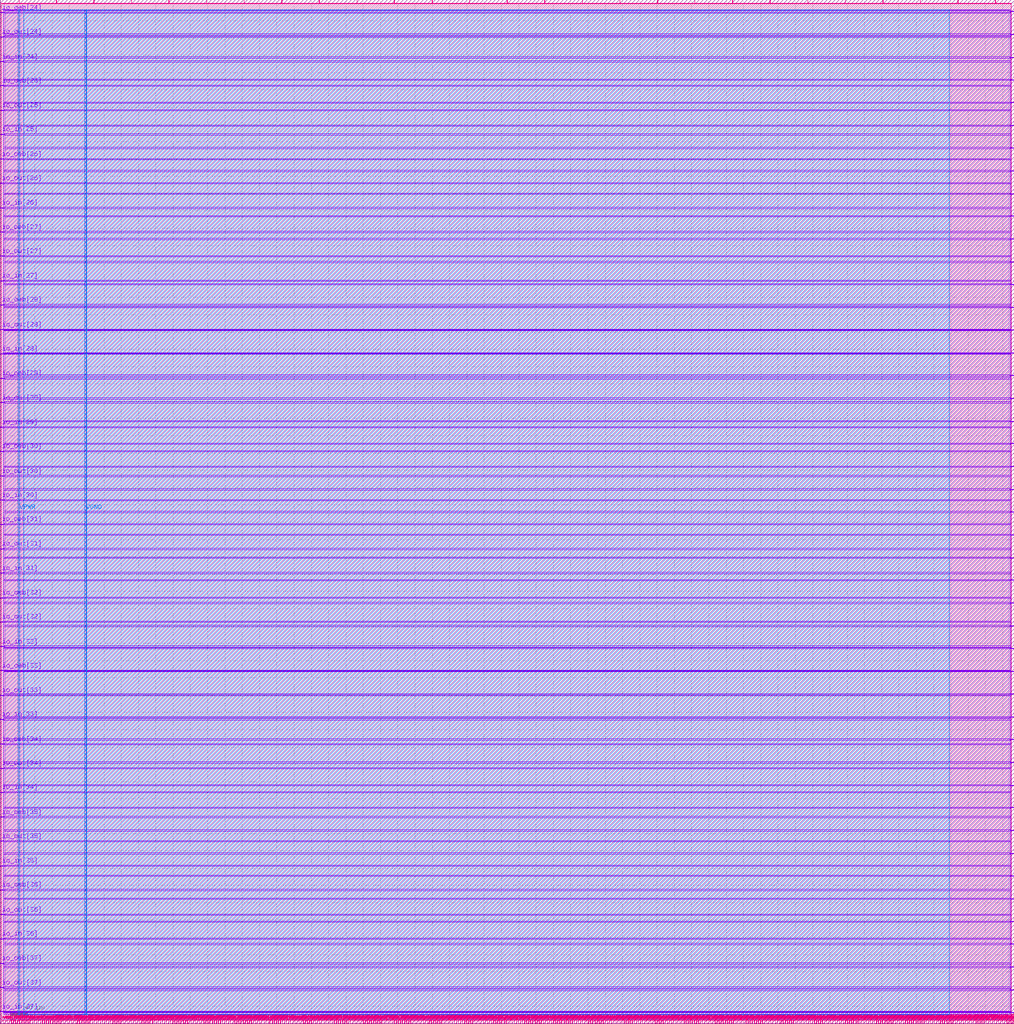
<source format=lef>
# Copyright 2020 The SkyWater PDK Authors
#
# Licensed under the Apache License, Version 2.0 (the "License");
# you may not use this file except in compliance with the License.
# You may obtain a copy of the License at
#
#     https://www.apache.org/licenses/LICENSE-2.0
#
# Unless required by applicable law or agreed to in writing, software
# distributed under the License is distributed on an "AS IS" BASIS,
# WITHOUT WARRANTIES OR CONDITIONS OF ANY KIND, either express or implied.
# See the License for the specific language governing permissions and
# limitations under the License.
#
# SPDX-License-Identifier: Apache-2.0

VERSION 5.7 ;

BUSBITCHARS "[]" ;
DIVIDERCHAR "/" ;

UNITS
  TIME NANOSECONDS 1 ;
  CAPACITANCE PICOFARADS 1 ;
  RESISTANCE OHMS 1 ;
  DATABASE MICRONS 1000 ;
END UNITS

MANUFACTURINGGRID 0.005 ;

PROPERTYDEFINITIONS
  LAYER LEF58_TYPE STRING ;
END PROPERTYDEFINITIONS

# High density, single height
SITE unithd
  SYMMETRY Y ;
  CLASS CORE ;
  SIZE 0.46 BY 2.72 ;
END unithd

# High density, double height
SITE unithddbl
  SYMMETRY Y ;
  CLASS CORE ;
  SIZE 0.46 BY 5.44 ;
END unithddbl

LAYER nwell
  TYPE MASTERSLICE ;
  PROPERTY LEF58_TYPE "TYPE NWELL ;" ;
END nwell

LAYER pwell
  TYPE MASTERSLICE ;
  PROPERTY LEF58_TYPE "TYPE PWELL ;" ;
END pwell

LAYER li1
  TYPE ROUTING ;
  DIRECTION VERTICAL ;

  PITCH 0.46 0.34 ;
  OFFSET 0.23 0.17 ;

  WIDTH 0.17 ;          # LI 1
  # SPACING  0.17 ;     # LI 2
  SPACINGTABLE
     PARALLELRUNLENGTH 0
     WIDTH 0 0.17 ;
  AREA 0.0561 ;         # LI 6
  THICKNESS 0.1 ;
  EDGECAPACITANCE 40.697E-6 ;
  CAPACITANCE CPERSQDIST 36.9866E-6 ;
  RESISTANCE RPERSQ 12.2 ;

  ANTENNAMODEL OXIDE1 ;
  ANTENNADIFFSIDEAREARATIO PWL ( ( 0 75 ) ( 0.0125 75 ) ( 0.0225 85.125 ) ( 22.5 10200 ) ) ;
END li1

LAYER mcon
  TYPE CUT ;

  WIDTH 0.17 ;                # Mcon 1
  SPACING 0.19 ;              # Mcon 2
  ENCLOSURE BELOW 0 0 ;       # Mcon 4
  ENCLOSURE ABOVE 0.03 0.06 ; # Met1 4 / Met1 5

  ANTENNADIFFAREARATIO PWL ( ( 0 3 ) ( 0.0125 3 ) ( 0.0225 3.405 ) ( 22.5 408 ) ) ;
  DCCURRENTDENSITY AVERAGE 0.36 ; # mA per via Iavg_max at Tj = 90oC

END mcon

LAYER met1
  TYPE ROUTING ;
  DIRECTION HORIZONTAL ;

  PITCH 0.34 ;
  OFFSET 0.17 ;

  WIDTH 0.14 ;                     # Met1 1
  # SPACING 0.14 ;                 # Met1 2
  # SPACING 0.28 RANGE 3.001 100 ; # Met1 3b
  SPACINGTABLE
     PARALLELRUNLENGTH 0
     WIDTH 0 0.14
     WIDTH 3 0.28 ;
  AREA 0.083 ;                     # Met1 6
  THICKNESS 0.35 ;

  ANTENNAMODEL OXIDE1 ;
  ANTENNADIFFSIDEAREARATIO PWL ( ( 0 400 ) ( 0.0125 400 ) ( 0.0225 2609 ) ( 22.5 11600 ) ) ;

  EDGECAPACITANCE 40.567E-6 ;
  CAPACITANCE CPERSQDIST 25.7784E-6 ;
  DCCURRENTDENSITY AVERAGE 2.8 ; # mA/um Iavg_max at Tj = 90oC
  ACCURRENTDENSITY RMS 6.1 ; # mA/um Irms_max at Tj = 90oC
  MAXIMUMDENSITY 70 ;
  DENSITYCHECKWINDOW 700 700 ;
  DENSITYCHECKSTEP 70 ;

  RESISTANCE RPERSQ 0.125 ;
END met1

LAYER via
  TYPE CUT ;
  WIDTH 0.15 ;                  # Via 1a
  SPACING 0.17 ;                # Via 2
  ENCLOSURE BELOW 0.055 0.085 ; # Via 4a / Via 5a
  ENCLOSURE ABOVE 0.055 0.085 ; # Met2 4 / Met2 5

  ANTENNADIFFAREARATIO PWL ( ( 0 6 ) ( 0.0125 6 ) ( 0.0225 6.81 ) ( 22.5 816 ) ) ;
  DCCURRENTDENSITY AVERAGE 0.29 ; # mA per via Iavg_max at Tj = 90oC
END via

LAYER met2
  TYPE ROUTING ;
  DIRECTION VERTICAL ;

  PITCH 0.46 ;
  OFFSET 0.23 ;

  WIDTH 0.14 ;                        # Met2 1
  # SPACING  0.14 ;                   # Met2 2
  # SPACING  0.28 RANGE 3.001 100 ;   # Met2 3b
  SPACINGTABLE
     PARALLELRUNLENGTH 0
     WIDTH 0 0.14
     WIDTH 3 0.28 ;
  AREA 0.0676 ;                       # Met2 6
  THICKNESS 0.35 ;

  EDGECAPACITANCE 37.759E-6 ;
  CAPACITANCE CPERSQDIST 16.9423E-6 ;
  RESISTANCE RPERSQ 0.125 ;
  DCCURRENTDENSITY AVERAGE 2.8 ; # mA/um Iavg_max at Tj = 90oC
  ACCURRENTDENSITY RMS 6.1 ; # mA/um Irms_max at Tj = 90oC

  ANTENNAMODEL OXIDE1 ;
  ANTENNADIFFSIDEAREARATIO PWL ( ( 0 400 ) ( 0.0125 400 ) ( 0.0225 2609 ) ( 22.5 11600 ) ) ;

  MAXIMUMDENSITY 70 ;
  DENSITYCHECKWINDOW 700 700 ;
  DENSITYCHECKSTEP 70 ;
END met2

# ******** Layer via2, type routing, number 44 **************
LAYER via2
  TYPE CUT ;
  WIDTH 0.2 ;                   # Via2 1
  SPACING 0.2 ;                 # Via2 2
  ENCLOSURE BELOW 0.04 0.085 ;  # Via2 4
  ENCLOSURE ABOVE 0.065 0.065 ; # Met3 4
  ANTENNADIFFAREARATIO PWL ( ( 0 6 ) ( 0.0125 6 ) ( 0.0225 6.81 ) ( 22.5 816 ) ) ;
  DCCURRENTDENSITY AVERAGE 0.48 ; # mA per via Iavg_max at Tj = 90oC
END via2

LAYER met3
  TYPE ROUTING ;
  DIRECTION HORIZONTAL ;

  PITCH 0.68 ;
  OFFSET 0.34 ;

  WIDTH 0.3 ;              # Met3 1
  # SPACING 0.3 ;          # Met3 2
  SPACINGTABLE
     PARALLELRUNLENGTH 0
     WIDTH 0 0.3
     WIDTH 3 0.4 ;
  AREA 0.24 ;              # Met3 6
  THICKNESS 0.8 ;

  EDGECAPACITANCE 40.989E-6 ;
  CAPACITANCE CPERSQDIST 12.3729E-6 ;
  RESISTANCE RPERSQ 0.047 ;
  DCCURRENTDENSITY AVERAGE 6.8 ; # mA/um Iavg_max at Tj = 90oC
  ACCURRENTDENSITY RMS 14.9 ; # mA/um Irms_max at Tj = 90oC

  ANTENNAMODEL OXIDE1 ;
  ANTENNADIFFSIDEAREARATIO PWL ( ( 0 400 ) ( 0.0125 400 ) ( 0.0225 2609 ) ( 22.5 11600 ) ) ;

  MAXIMUMDENSITY 70 ;
  DENSITYCHECKWINDOW 700 700 ;
  DENSITYCHECKSTEP 70 ;
END met3

LAYER via3
  TYPE CUT ;
  WIDTH 0.2 ;                   # Via3 1
  SPACING 0.2 ;                 # Via3 2
  ENCLOSURE BELOW 0.06 0.09 ;   # Via3 4 / Via3 5
  ENCLOSURE ABOVE 0.065 0.065 ; # Met4 3
  ANTENNADIFFAREARATIO PWL ( ( 0 6 ) ( 0.0125 6 ) ( 0.0225 6.81 ) ( 22.5 816 ) ) ;
  DCCURRENTDENSITY AVERAGE 0.48 ; # mA per via Iavg_max at Tj = 90oC
END via3

LAYER met4
  TYPE ROUTING ;
  DIRECTION VERTICAL ;

  PITCH 0.92 ;
  OFFSET 0.46 ;

  WIDTH 0.3 ;             # Met4 1
  # SPACING  0.3 ;             # Met4 2
  SPACINGTABLE
     PARALLELRUNLENGTH 0
     WIDTH 0 0.3
     WIDTH 3 0.4 ;
  AREA 0.24 ;            # Met4 4a

  THICKNESS 0.8 ;

  EDGECAPACITANCE 36.676E-6 ;
  CAPACITANCE CPERSQDIST 8.41537E-6 ;
  RESISTANCE RPERSQ 0.047 ;
  DCCURRENTDENSITY AVERAGE 6.8 ; # mA/um Iavg_max at Tj = 90oC
  ACCURRENTDENSITY RMS 14.9 ; # mA/um Irms_max at Tj = 90oC

  ANTENNAMODEL OXIDE1 ;
  ANTENNADIFFSIDEAREARATIO PWL ( ( 0 400 ) ( 0.0125 400 ) ( 0.0225 2609 ) ( 22.5 11600 ) ) ;

  MAXIMUMDENSITY 70 ;
  DENSITYCHECKWINDOW 700 700 ;
  DENSITYCHECKSTEP 70 ;
END met4

LAYER via4
  TYPE CUT ;

  WIDTH 0.8 ;                 # Via4 1
  SPACING 0.8 ;               # Via4 2
  ENCLOSURE BELOW 0.19 0.19 ; # Via4 4
  ENCLOSURE ABOVE 0.31 0.31 ; # Met5 3
  ANTENNADIFFAREARATIO PWL ( ( 0 6 ) ( 0.0125 6 ) ( 0.0225 6.81 ) ( 22.5 816 ) ) ;
  DCCURRENTDENSITY AVERAGE 2.49 ; # mA per via Iavg_max at Tj = 90oC
END via4

LAYER met5
  TYPE ROUTING ;
  DIRECTION HORIZONTAL ;

  PITCH 3.4 ;
  OFFSET 1.7 ;

  WIDTH 1.6 ;            # Met5 1
  #SPACING  1.6 ;        # Met5 2
  SPACINGTABLE
     PARALLELRUNLENGTH 0
     WIDTH 0 1.6 ;
  AREA 4 ;               # Met5 4

  THICKNESS 1.2 ;

  EDGECAPACITANCE 38.851E-6 ;
  CAPACITANCE CPERSQDIST 6.32063E-6 ;
  RESISTANCE RPERSQ 0.0285 ;
  DCCURRENTDENSITY AVERAGE 10.17 ; # mA/um Iavg_max at Tj = 90oC
  ACCURRENTDENSITY RMS 22.34 ; # mA/um Irms_max at Tj = 90oC

  ANTENNAMODEL OXIDE1 ;
  ANTENNADIFFSIDEAREARATIO PWL ( ( 0 400 ) ( 0.0125 400 ) ( 0.0225 2609 ) ( 22.5 11600 ) ) ;
END met5


### Routing via cells section   ###
# Plus via rule, metals are along the prefered direction
VIA L1M1_PR DEFAULT
  LAYER mcon ;
  RECT -0.085 -0.085 0.085 0.085 ;
  LAYER li1 ;
  RECT -0.085 -0.085 0.085 0.085 ;
  LAYER met1 ;
  RECT -0.145 -0.115 0.145 0.115 ;
END L1M1_PR

VIARULE L1M1_PR GENERATE
  LAYER li1 ;
  ENCLOSURE 0 0 ;
  LAYER met1 ;
  ENCLOSURE 0.06 0.03 ;
  LAYER mcon ;
  RECT -0.085 -0.085 0.085 0.085 ;
  SPACING 0.36 BY 0.36 ;
END L1M1_PR

# Plus via rule, metals are along the non prefered direction
VIA L1M1_PR_R DEFAULT
  LAYER mcon ;
  RECT -0.085 -0.085 0.085 0.085 ;
  LAYER li1 ;
  RECT -0.085 -0.085 0.085 0.085 ;
  LAYER met1 ;
  RECT -0.115 -0.145 0.115 0.145 ;
END L1M1_PR_R

VIARULE L1M1_PR_R GENERATE
  LAYER li1 ;
  ENCLOSURE 0 0 ;
  LAYER met1 ;
  ENCLOSURE 0.03 0.06 ;
  LAYER mcon ;
  RECT -0.085 -0.085 0.085 0.085 ;
  SPACING 0.36 BY 0.36 ;
END L1M1_PR_R

# Minus via rule, lower layer metal is along prefered direction
VIA L1M1_PR_M DEFAULT
  LAYER mcon ;
  RECT -0.085 -0.085 0.085 0.085 ;
  LAYER li1 ;
  RECT -0.085 -0.085 0.085 0.085 ;
  LAYER met1 ;
  RECT -0.115 -0.145 0.115 0.145 ;
END L1M1_PR_M

VIARULE L1M1_PR_M GENERATE
  LAYER li1 ;
  ENCLOSURE 0 0 ;
  LAYER met1 ;
  ENCLOSURE 0.03 0.06 ;
  LAYER mcon ;
  RECT -0.085 -0.085 0.085 0.085 ;
  SPACING 0.36 BY 0.36 ;
END L1M1_PR_M

# Minus via rule, upper layer metal is along prefered direction
VIA L1M1_PR_MR DEFAULT
  LAYER mcon ;
  RECT -0.085 -0.085 0.085 0.085 ;
  LAYER li1 ;
  RECT -0.085 -0.085 0.085 0.085 ;
  LAYER met1 ;
  RECT -0.145 -0.115 0.145 0.115 ;
END L1M1_PR_MR

VIARULE L1M1_PR_MR GENERATE
  LAYER li1 ;
  ENCLOSURE 0 0 ;
  LAYER met1 ;
  ENCLOSURE 0.06 0.03 ;
  LAYER mcon ;
  RECT -0.085 -0.085 0.085 0.085 ;
  SPACING 0.36 BY 0.36 ;
END L1M1_PR_MR

# Centered via rule, we really do not want to use it
VIA L1M1_PR_C DEFAULT
  LAYER mcon ;
  RECT -0.085 -0.085 0.085 0.085 ;
  LAYER li1 ;
  RECT -0.085 -0.085 0.085 0.085 ;
  LAYER met1 ;
  RECT -0.145 -0.145 0.145 0.145 ;
END L1M1_PR_C

VIARULE L1M1_PR_C GENERATE
  LAYER li1 ;
  ENCLOSURE 0 0 ;
  LAYER met1 ;
  ENCLOSURE 0.06 0.06 ;
  LAYER mcon ;
  RECT -0.085 -0.085 0.085 0.085 ;
  SPACING 0.36 BY 0.36 ;
END L1M1_PR_C

# Plus via rule, metals are along the prefered direction
VIA M1M2_PR DEFAULT
  LAYER via ;
  RECT -0.075 -0.075 0.075 0.075 ;
  LAYER met1 ;
  RECT -0.16 -0.13 0.16 0.13 ;
  LAYER met2 ;
  RECT -0.13 -0.16 0.13 0.16 ;
END M1M2_PR

VIARULE M1M2_PR GENERATE
  LAYER met1 ;
  ENCLOSURE 0.085 0.055 ;
  LAYER met2 ;
  ENCLOSURE 0.055 0.085 ;
  LAYER via ;
  RECT -0.075 -0.075 0.075 0.075 ;
  SPACING 0.32 BY 0.32 ;
END M1M2_PR

# Plus via rule, metals are along the non prefered direction
VIA M1M2_PR_R DEFAULT
  LAYER via ;
  RECT -0.075 -0.075 0.075 0.075 ;
  LAYER met1 ;
  RECT -0.13 -0.16 0.13 0.16 ;
  LAYER met2 ;
  RECT -0.16 -0.13 0.16 0.13 ;
END M1M2_PR_R

VIARULE M1M2_PR_R GENERATE
  LAYER met1 ;
  ENCLOSURE 0.055 0.085 ;
  LAYER met2 ;
  ENCLOSURE 0.085 0.055 ;
  LAYER via ;
  RECT -0.075 -0.075 0.075 0.075 ;
  SPACING 0.32 BY 0.32 ;
END M1M2_PR_R

# Minus via rule, lower layer metal is along prefered direction
VIA M1M2_PR_M DEFAULT
  LAYER via ;
  RECT -0.075 -0.075 0.075 0.075 ;
  LAYER met1 ;
  RECT -0.16 -0.13 0.16 0.13 ;
  LAYER met2 ;
  RECT -0.16 -0.13 0.16 0.13 ;
END M1M2_PR_M

VIARULE M1M2_PR_M GENERATE
  LAYER met1 ;
  ENCLOSURE 0.085 0.055 ;
  LAYER met2 ;
  ENCLOSURE 0.085 0.055 ;
  LAYER via ;
  RECT -0.075 -0.075 0.075 0.075 ;
  SPACING 0.32 BY 0.32 ;
END M1M2_PR_M

# Minus via rule, upper layer metal is along prefered direction
VIA M1M2_PR_MR DEFAULT
  LAYER via ;
  RECT -0.075 -0.075 0.075 0.075 ;
  LAYER met1 ;
  RECT -0.13 -0.16 0.13 0.16 ;
  LAYER met2 ;
  RECT -0.13 -0.16 0.13 0.16 ;
END M1M2_PR_MR

VIARULE M1M2_PR_MR GENERATE
  LAYER met1 ;
  ENCLOSURE 0.055 0.085 ;
  LAYER met2 ;
  ENCLOSURE 0.055 0.085 ;
  LAYER via ;
  RECT -0.075 -0.075 0.075 0.075 ;
  SPACING 0.32 BY 0.32 ;
END M1M2_PR_MR

# Centered via rule, we really do not want to use it
VIA M1M2_PR_C DEFAULT
  LAYER via ;
  RECT -0.075 -0.075 0.075 0.075 ;
  LAYER met1 ;
  RECT -0.16 -0.16 0.16 0.16 ;
  LAYER met2 ;
  RECT -0.16 -0.16 0.16 0.16 ;
END M1M2_PR_C

VIARULE M1M2_PR_C GENERATE
  LAYER met1 ;
  ENCLOSURE 0.085 0.085 ;
  LAYER met2 ;
  ENCLOSURE 0.085 0.085 ;
  LAYER via ;
  RECT -0.075 -0.075 0.075 0.075 ;
  SPACING 0.32 BY 0.32 ;
END M1M2_PR_C

# Plus via rule, metals are along the prefered direction
VIA M2M3_PR DEFAULT
  LAYER via2 ;
  RECT -0.1 -0.1 0.1 0.1 ;
  LAYER met2 ;
  RECT -0.14 -0.185 0.14 0.185 ;
  LAYER met3 ;
  RECT -0.165 -0.165 0.165 0.165 ;
END M2M3_PR

VIARULE M2M3_PR GENERATE
  LAYER met2 ;
  ENCLOSURE 0.04 0.085 ;
  LAYER met3 ;
  ENCLOSURE 0.065 0.065 ;
  LAYER via2 ;
  RECT -0.1 -0.1 0.1 0.1 ;
  SPACING 0.4 BY 0.4 ;
END M2M3_PR

# Plus via rule, metals are along the non prefered direction
VIA M2M3_PR_R DEFAULT
  LAYER via2 ;
  RECT -0.1 -0.1 0.1 0.1 ;
  LAYER met2 ;
  RECT -0.185 -0.14 0.185 0.14 ;
  LAYER met3 ;
  RECT -0.165 -0.165 0.165 0.165 ;
END M2M3_PR_R

VIARULE M2M3_PR_R GENERATE
  LAYER met2 ;
  ENCLOSURE 0.085 0.04 ;
  LAYER met3 ;
  ENCLOSURE 0.065 0.065 ;
  LAYER via2 ;
  RECT -0.1 -0.1 0.1 0.1 ;
  SPACING 0.4 BY 0.4 ;
END M2M3_PR_R

# Minus via rule, lower layer metal is along prefered direction
VIA M2M3_PR_M DEFAULT
  LAYER via2 ;
  RECT -0.1 -0.1 0.1 0.1 ;
  LAYER met2 ;
  RECT -0.14 -0.185 0.14 0.185 ;
  LAYER met3 ;
  RECT -0.165 -0.165 0.165 0.165 ;
END M2M3_PR_M

VIARULE M2M3_PR_M GENERATE
  LAYER met2 ;
  ENCLOSURE 0.04 0.085 ;
  LAYER met3 ;
  ENCLOSURE 0.065 0.065 ;
  LAYER via2 ;
  RECT -0.1 -0.1 0.1 0.1 ;
  SPACING 0.4 BY 0.4 ;
END M2M3_PR_M

# Minus via rule, upper layer metal is along prefered direction
VIA M2M3_PR_MR DEFAULT
  LAYER via2 ;
  RECT -0.1 -0.1 0.1 0.1 ;
  LAYER met2 ;
  RECT -0.185 -0.14 0.185 0.14 ;
  LAYER met3 ;
  RECT -0.165 -0.165 0.165 0.165 ;
END M2M3_PR_MR

VIARULE M2M3_PR_MR GENERATE
  LAYER met2 ;
  ENCLOSURE 0.085 0.04 ;
  LAYER met3 ;
  ENCLOSURE 0.065 0.065 ;
  LAYER via2 ;
  RECT -0.1 -0.1 0.1 0.1 ;
  SPACING 0.4 BY 0.4 ;
END M2M3_PR_MR

# Centered via rule, we really do not want to use it
VIA M2M3_PR_C DEFAULT
  LAYER via2 ;
  RECT -0.1 -0.1 0.1 0.1 ;
  LAYER met2 ;
  RECT -0.185 -0.185 0.185 0.185 ;
  LAYER met3 ;
  RECT -0.165 -0.165 0.165 0.165 ;
END M2M3_PR_C

VIARULE M2M3_PR_C GENERATE
  LAYER met2 ;
  ENCLOSURE 0.085 0.085 ;
  LAYER met3 ;
  ENCLOSURE 0.065 0.065 ;
  LAYER via2 ;
  RECT -0.1 -0.1 0.1 0.1 ;
  SPACING 0.4 BY 0.4 ;
END M2M3_PR_C

# Plus via rule, metals are along the prefered direction
VIA M3M4_PR DEFAULT
  LAYER via3 ;
  RECT -0.1 -0.1 0.1 0.1 ;
  LAYER met3 ;
  RECT -0.19 -0.16 0.19 0.16 ;
  LAYER met4 ;
  RECT -0.165 -0.165 0.165 0.165 ;
END M3M4_PR

VIARULE M3M4_PR GENERATE
  LAYER met3 ;
  ENCLOSURE 0.09 0.06 ;
  LAYER met4 ;
  ENCLOSURE 0.065 0.065 ;
  LAYER via3 ;
  RECT -0.1 -0.1 0.1 0.1 ;
  SPACING 0.4 BY 0.4 ;
END M3M4_PR

# Plus via rule, metals are along the non prefered direction
VIA M3M4_PR_R DEFAULT
  LAYER via3 ;
  RECT -0.1 -0.1 0.1 0.1 ;
  LAYER met3 ;
  RECT -0.16 -0.19 0.16 0.19 ;
  LAYER met4 ;
  RECT -0.165 -0.165 0.165 0.165 ;
END M3M4_PR_R

VIARULE M3M4_PR_R GENERATE
  LAYER met3 ;
  ENCLOSURE 0.06 0.09 ;
  LAYER met4 ;
  ENCLOSURE 0.065 0.065 ;
  LAYER via3 ;
  RECT -0.1 -0.1 0.1 0.1 ;
  SPACING 0.4 BY 0.4 ;
END M3M4_PR_R

# Minus via rule, lower layer metal is along prefered direction
VIA M3M4_PR_M DEFAULT
  LAYER via3 ;
  RECT -0.1 -0.1 0.1 0.1 ;
  LAYER met3 ;
  RECT -0.19 -0.16 0.19 0.16 ;
  LAYER met4 ;
  RECT -0.165 -0.165 0.165 0.165 ;
END M3M4_PR_M

VIARULE M3M4_PR_M GENERATE
  LAYER met3 ;
  ENCLOSURE 0.09 0.06 ;
  LAYER met4 ;
  ENCLOSURE 0.065 0.065 ;
  LAYER via3 ;
  RECT -0.1 -0.1 0.1 0.1 ;
  SPACING 0.4 BY 0.4 ;
END M3M4_PR_M

# Minus via rule, upper layer metal is along prefered direction
VIA M3M4_PR_MR DEFAULT
  LAYER via3 ;
  RECT -0.1 -0.1 0.1 0.1 ;
  LAYER met3 ;
  RECT -0.16 -0.19 0.16 0.19 ;
  LAYER met4 ;
  RECT -0.165 -0.165 0.165 0.165 ;
END M3M4_PR_MR

VIARULE M3M4_PR_MR GENERATE
  LAYER met3 ;
  ENCLOSURE 0.06 0.09 ;
  LAYER met4 ;
  ENCLOSURE 0.065 0.065 ;
  LAYER via3 ;
  RECT -0.1 -0.1 0.1 0.1 ;
  SPACING 0.4 BY 0.4 ;
END M3M4_PR_MR

# Centered via rule, we really do not want to use it
VIA M3M4_PR_C DEFAULT
  LAYER via3 ;
  RECT -0.1 -0.1 0.1 0.1 ;
  LAYER met3 ;
  RECT -0.19 -0.19 0.19 0.19 ;
  LAYER met4 ;
  RECT -0.165 -0.165 0.165 0.165 ;
END M3M4_PR_C

VIARULE M3M4_PR_C GENERATE
  LAYER met3 ;
  ENCLOSURE 0.09 0.09 ;
  LAYER met4 ;
  ENCLOSURE 0.065 0.065 ;
  LAYER via3 ;
  RECT -0.1 -0.1 0.1 0.1 ;
  SPACING 0.4 BY 0.4 ;
END M3M4_PR_C

# Plus via rule, metals are along the prefered direction
VIA M4M5_PR DEFAULT
  LAYER via4 ;
  RECT -0.4 -0.4 0.4 0.4 ;
  LAYER met4 ;
  RECT -0.59 -0.59 0.59 0.59 ;
  LAYER met5 ;
  RECT -0.71 -0.71 0.71 0.71 ;
END M4M5_PR

VIARULE M4M5_PR GENERATE
  LAYER met4 ;
  ENCLOSURE 0.19 0.19 ;
  LAYER met5 ;
  ENCLOSURE 0.31 0.31 ;
  LAYER via4 ;
  RECT -0.4 -0.4 0.4 0.4 ;
  SPACING 1.6 BY 1.6 ;
END M4M5_PR

# Plus via rule, metals are along the non prefered direction
VIA M4M5_PR_R DEFAULT
  LAYER via4 ;
  RECT -0.4 -0.4 0.4 0.4 ;
  LAYER met4 ;
  RECT -0.59 -0.59 0.59 0.59 ;
  LAYER met5 ;
  RECT -0.71 -0.71 0.71 0.71 ;
END M4M5_PR_R

VIARULE M4M5_PR_R GENERATE
  LAYER met4 ;
  ENCLOSURE 0.19 0.19 ;
  LAYER met5 ;
  ENCLOSURE 0.31 0.31 ;
  LAYER via4 ;
  RECT -0.4 -0.4 0.4 0.4 ;
  SPACING 1.6 BY 1.6 ;
END M4M5_PR_R

# Minus via rule, lower layer metal is along prefered direction
VIA M4M5_PR_M DEFAULT
  LAYER via4 ;
  RECT -0.4 -0.4 0.4 0.4 ;
  LAYER met4 ;
  RECT -0.59 -0.59 0.59 0.59 ;
  LAYER met5 ;
  RECT -0.71 -0.71 0.71 0.71 ;
END M4M5_PR_M

VIARULE M4M5_PR_M GENERATE
  LAYER met4 ;
  ENCLOSURE 0.19 0.19 ;
  LAYER met5 ;
  ENCLOSURE 0.31 0.31 ;
  LAYER via4 ;
  RECT -0.4 -0.4 0.4 0.4 ;
  SPACING 1.6 BY 1.6 ;
END M4M5_PR_M

# Minus via rule, upper layer metal is along prefered direction
VIA M4M5_PR_MR DEFAULT
  LAYER via4 ;
  RECT -0.4 -0.4 0.4 0.4 ;
  LAYER met4 ;
  RECT -0.59 -0.59 0.59 0.59 ;
  LAYER met5 ;
  RECT -0.71 -0.71 0.71 0.71 ;
END M4M5_PR_MR

VIARULE M4M5_PR_MR GENERATE
  LAYER met4 ;
  ENCLOSURE 0.19 0.19 ;
  LAYER met5 ;
  ENCLOSURE 0.31 0.31 ;
  LAYER via4 ;
  RECT -0.4 -0.4 0.4 0.4 ;
  SPACING 1.6 BY 1.6 ;
END M4M5_PR_MR

# Centered via rule, we really do not want to use it
VIA M4M5_PR_C DEFAULT
  LAYER via4 ;
  RECT -0.4 -0.4 0.4 0.4 ;
  LAYER met4 ;
  RECT -0.59 -0.59 0.59 0.59 ;
  LAYER met5 ;
  RECT -0.71 -0.71 0.71 0.71 ;
END M4M5_PR_C

VIARULE M4M5_PR_C GENERATE
  LAYER met4 ;
  ENCLOSURE 0.19 0.19 ;
  LAYER met5 ;
  ENCLOSURE 0.31 0.31 ;
  LAYER via4 ;
  RECT -0.4 -0.4 0.4 0.4 ;
  SPACING 1.6 BY 1.6 ;
END M4M5_PR_C
###  end of single via cells   ###


MACRO sky130_fd_sc_hd__a2111o_4
  CLASS CORE ;
  FOREIGN sky130_fd_sc_hd__a2111o_4 ;
  ORIGIN  0.000000  0.000000 ;
  SIZE  7.820000 BY  2.720000 ;
  SYMMETRY X Y R90 ;
  SITE unithd ;
  PIN A1
    ANTENNAGATEAREA  0.495000 ;
    DIRECTION INPUT ;
    USE SIGNAL ;
    PORT
      LAYER li1 ;
        RECT 3.825000 1.075000 4.495000 1.275000 ;
    END
  END A1
  PIN A2
    ANTENNAGATEAREA  0.495000 ;
    DIRECTION INPUT ;
    USE SIGNAL ;
    PORT
      LAYER li1 ;
        RECT 4.675000 1.075000 5.625000 1.275000 ;
    END
  END A2
  PIN B1
    ANTENNAGATEAREA  0.495000 ;
    DIRECTION INPUT ;
    USE SIGNAL ;
    PORT
      LAYER li1 ;
        RECT 2.450000 0.975000 3.255000 1.285000 ;
    END
  END B1
  PIN C1
    ANTENNAGATEAREA  0.495000 ;
    DIRECTION INPUT ;
    USE SIGNAL ;
    PORT
      LAYER li1 ;
        RECT 1.040000 0.975000 2.280000 1.285000 ;
    END
  END C1
  PIN D1
    ANTENNAGATEAREA  0.495000 ;
    DIRECTION INPUT ;
    USE SIGNAL ;
    PORT
      LAYER li1 ;
        RECT 0.085000 0.975000 0.370000 1.625000 ;
    END
  END D1
  PIN X
    ANTENNADIFFAREA  0.924000 ;
    DIRECTION OUTPUT ;
    USE SIGNAL ;
    PORT
      LAYER li1 ;
        RECT 6.165000 0.255000 6.355000 0.635000 ;
        RECT 6.165000 0.635000 7.735000 0.805000 ;
        RECT 6.165000 1.465000 7.735000 1.635000 ;
        RECT 6.165000 1.635000 7.215000 1.715000 ;
        RECT 6.165000 1.715000 6.355000 2.465000 ;
        RECT 7.025000 0.255000 7.215000 0.635000 ;
        RECT 7.025000 1.715000 7.215000 2.465000 ;
        RECT 7.490000 0.805000 7.735000 1.465000 ;
    END
  END X
  PIN VGND
    DIRECTION INOUT ;
    SHAPE ABUTMENT ;
    USE GROUND ;
    PORT
      LAYER met1 ;
        RECT 0.000000 -0.240000 7.820000 0.240000 ;
    END
  END VGND
  PIN VNB
    DIRECTION INOUT ;
    USE GROUND ;
    PORT
      LAYER pwell ;
        RECT 0.145000 -0.085000 0.315000 0.085000 ;
    END
  END VNB
  PIN VPB
    DIRECTION INOUT ;
    USE POWER ;
    PORT
      LAYER nwell ;
        RECT -0.190000 1.305000 8.010000 2.910000 ;
    END
  END VPB
  PIN VPWR
    DIRECTION INOUT ;
    SHAPE ABUTMENT ;
    USE POWER ;
    PORT
      LAYER met1 ;
        RECT 0.000000 2.480000 7.820000 2.960000 ;
    END
  END VPWR
  OBS
    LAYER li1 ;
      RECT 0.000000 -0.085000 7.820000 0.085000 ;
      RECT 0.000000  2.635000 7.820000 2.805000 ;
      RECT 0.110000  1.795000 0.370000 2.295000 ;
      RECT 0.110000  2.295000 2.160000 2.465000 ;
      RECT 0.180000  0.255000 0.440000 0.635000 ;
      RECT 0.180000  0.635000 3.655000 0.805000 ;
      RECT 0.540000  0.805000 0.870000 2.125000 ;
      RECT 0.610000  0.085000 0.940000 0.465000 ;
      RECT 1.040000  1.455000 1.230000 2.295000 ;
      RECT 1.110000  0.255000 1.340000 0.615000 ;
      RECT 1.110000  0.615000 3.655000 0.635000 ;
      RECT 1.400000  1.455000 3.100000 1.625000 ;
      RECT 1.400000  1.625000 1.730000 2.125000 ;
      RECT 1.510000  0.085000 1.840000 0.445000 ;
      RECT 1.900000  1.795000 2.160000 2.295000 ;
      RECT 2.015000  0.255000 2.240000 0.615000 ;
      RECT 2.340000  1.795000 2.675000 2.295000 ;
      RECT 2.340000  2.295000 3.650000 2.465000 ;
      RECT 2.420000  0.085000 3.295000 0.445000 ;
      RECT 2.845000  1.625000 3.100000 2.125000 ;
      RECT 3.320000  1.795000 5.495000 1.995000 ;
      RECT 3.320000  1.995000 3.650000 2.295000 ;
      RECT 3.465000  0.255000 4.585000 0.445000 ;
      RECT 3.465000  0.445000 3.655000 0.615000 ;
      RECT 3.465000  0.805000 3.655000 1.445000 ;
      RECT 3.465000  1.445000 5.975000 1.625000 ;
      RECT 3.825000  0.615000 5.495000 0.785000 ;
      RECT 3.865000  2.165000 4.195000 2.635000 ;
      RECT 4.365000  1.995000 4.625000 2.415000 ;
      RECT 4.805000  0.085000 5.140000 0.445000 ;
      RECT 4.805000  2.255000 5.140000 2.635000 ;
      RECT 5.310000  0.255000 5.495000 0.615000 ;
      RECT 5.310000  1.995000 5.495000 2.465000 ;
      RECT 5.665000  0.085000 5.995000 0.515000 ;
      RECT 5.665000  1.800000 5.995000 2.635000 ;
      RECT 5.795000  1.075000 7.320000 1.245000 ;
      RECT 5.795000  1.245000 5.975000 1.445000 ;
      RECT 6.525000  0.085000 6.855000 0.445000 ;
      RECT 6.525000  1.885000 6.855000 2.635000 ;
      RECT 7.385000  0.085000 7.715000 0.465000 ;
      RECT 7.385000  1.805000 7.715000 2.635000 ;
    LAYER mcon ;
      RECT 0.145000 -0.085000 0.315000 0.085000 ;
      RECT 0.145000  2.635000 0.315000 2.805000 ;
      RECT 0.605000 -0.085000 0.775000 0.085000 ;
      RECT 0.605000  2.635000 0.775000 2.805000 ;
      RECT 1.065000 -0.085000 1.235000 0.085000 ;
      RECT 1.065000  2.635000 1.235000 2.805000 ;
      RECT 1.525000 -0.085000 1.695000 0.085000 ;
      RECT 1.525000  2.635000 1.695000 2.805000 ;
      RECT 1.985000 -0.085000 2.155000 0.085000 ;
      RECT 1.985000  2.635000 2.155000 2.805000 ;
      RECT 2.445000 -0.085000 2.615000 0.085000 ;
      RECT 2.445000  2.635000 2.615000 2.805000 ;
      RECT 2.905000 -0.085000 3.075000 0.085000 ;
      RECT 2.905000  2.635000 3.075000 2.805000 ;
      RECT 3.365000 -0.085000 3.535000 0.085000 ;
      RECT 3.365000  2.635000 3.535000 2.805000 ;
      RECT 3.825000 -0.085000 3.995000 0.085000 ;
      RECT 3.825000  2.635000 3.995000 2.805000 ;
      RECT 4.285000 -0.085000 4.455000 0.085000 ;
      RECT 4.285000  2.635000 4.455000 2.805000 ;
      RECT 4.745000 -0.085000 4.915000 0.085000 ;
      RECT 4.745000  2.635000 4.915000 2.805000 ;
      RECT 5.205000 -0.085000 5.375000 0.085000 ;
      RECT 5.205000  2.635000 5.375000 2.805000 ;
      RECT 5.665000 -0.085000 5.835000 0.085000 ;
      RECT 5.665000  2.635000 5.835000 2.805000 ;
      RECT 6.125000 -0.085000 6.295000 0.085000 ;
      RECT 6.125000  2.635000 6.295000 2.805000 ;
      RECT 6.585000 -0.085000 6.755000 0.085000 ;
      RECT 6.585000  2.635000 6.755000 2.805000 ;
      RECT 7.045000 -0.085000 7.215000 0.085000 ;
      RECT 7.045000  2.635000 7.215000 2.805000 ;
      RECT 7.505000 -0.085000 7.675000 0.085000 ;
      RECT 7.505000  2.635000 7.675000 2.805000 ;
  END
END sky130_fd_sc_hd__a2111o_4
MACRO sky130_fd_sc_hd__a2111o_1
  CLASS CORE ;
  FOREIGN sky130_fd_sc_hd__a2111o_1 ;
  ORIGIN  0.000000  0.000000 ;
  SIZE  4.140000 BY  2.720000 ;
  SYMMETRY X Y R90 ;
  SITE unithd ;
  PIN A1
    ANTENNAGATEAREA  0.247500 ;
    DIRECTION INPUT ;
    USE SIGNAL ;
    PORT
      LAYER li1 ;
        RECT 2.905000 0.995000 3.290000 1.325000 ;
        RECT 2.985000 0.285000 3.540000 0.845000 ;
        RECT 2.985000 0.845000 3.290000 0.995000 ;
    END
  END A1
  PIN A2
    ANTENNAGATEAREA  0.247500 ;
    DIRECTION INPUT ;
    USE SIGNAL ;
    PORT
      LAYER li1 ;
        RECT 3.510000 1.025000 4.010000 1.290000 ;
    END
  END A2
  PIN B1
    ANTENNAGATEAREA  0.247500 ;
    DIRECTION INPUT ;
    USE SIGNAL ;
    PORT
      LAYER li1 ;
        RECT 2.400000 0.995000 2.680000 2.465000 ;
    END
  END B1
  PIN C1
    ANTENNAGATEAREA  0.247500 ;
    DIRECTION INPUT ;
    USE SIGNAL ;
    PORT
      LAYER li1 ;
        RECT 1.890000 1.050000 2.220000 2.465000 ;
    END
  END C1
  PIN D1
    ANTENNAGATEAREA  0.247500 ;
    DIRECTION INPUT ;
    USE SIGNAL ;
    PORT
      LAYER li1 ;
        RECT 1.290000 1.050000 1.720000 1.290000 ;
        RECT 1.515000 1.290000 1.720000 2.465000 ;
    END
  END D1
  PIN X
    ANTENNADIFFAREA  0.504500 ;
    DIRECTION OUTPUT ;
    USE SIGNAL ;
    PORT
      LAYER li1 ;
        RECT 0.135000 0.255000 0.465000 1.620000 ;
        RECT 0.135000 1.620000 0.390000 2.460000 ;
    END
  END X
  PIN VGND
    DIRECTION INOUT ;
    SHAPE ABUTMENT ;
    USE GROUND ;
    PORT
      LAYER met1 ;
        RECT 0.000000 -0.240000 4.140000 0.240000 ;
    END
  END VGND
  PIN VNB
    DIRECTION INOUT ;
    USE GROUND ;
    PORT
      LAYER pwell ;
        RECT 0.145000 -0.085000 0.315000 0.085000 ;
    END
    PORT
      LAYER pwell ;
        RECT 1.975000 -0.065000 2.145000 0.105000 ;
    END
  END VNB
  PIN VPB
    DIRECTION INOUT ;
    USE POWER ;
    PORT
      LAYER nwell ;
        RECT -0.190000 1.305000 4.330000 2.910000 ;
    END
  END VPB
  PIN VPWR
    DIRECTION INOUT ;
    SHAPE ABUTMENT ;
    USE POWER ;
    PORT
      LAYER met1 ;
        RECT 0.000000 2.480000 4.140000 2.960000 ;
    END
  END VPWR
  OBS
    LAYER li1 ;
      RECT 0.000000 -0.085000 4.140000 0.085000 ;
      RECT 0.000000  2.635000 4.140000 2.805000 ;
      RECT 0.565000  1.815000 0.895000 2.635000 ;
      RECT 0.635000  0.085000 1.310000 0.470000 ;
      RECT 0.695000  0.650000 1.915000 0.655000 ;
      RECT 0.695000  0.655000 2.805000 0.825000 ;
      RECT 0.695000  0.825000 0.915000 1.465000 ;
      RECT 0.695000  1.465000 1.345000 1.645000 ;
      RECT 1.135000  1.645000 1.345000 2.460000 ;
      RECT 1.585000  0.260000 1.915000 0.650000 ;
      RECT 2.085000  0.085000 2.430000 0.485000 ;
      RECT 2.600000  0.260000 2.805000 0.655000 ;
      RECT 2.860000  1.495000 3.990000 1.665000 ;
      RECT 2.860000  1.665000 3.145000 2.460000 ;
      RECT 3.325000  1.835000 3.540000 2.635000 ;
      RECT 3.715000  0.085000 3.955000 0.760000 ;
      RECT 3.720000  1.665000 3.990000 2.460000 ;
    LAYER mcon ;
      RECT 0.145000 -0.085000 0.315000 0.085000 ;
      RECT 0.145000  2.635000 0.315000 2.805000 ;
      RECT 0.605000 -0.085000 0.775000 0.085000 ;
      RECT 0.605000  2.635000 0.775000 2.805000 ;
      RECT 1.065000 -0.085000 1.235000 0.085000 ;
      RECT 1.065000  2.635000 1.235000 2.805000 ;
      RECT 1.525000 -0.085000 1.695000 0.085000 ;
      RECT 1.525000  2.635000 1.695000 2.805000 ;
      RECT 1.985000 -0.085000 2.155000 0.085000 ;
      RECT 1.985000  2.635000 2.155000 2.805000 ;
      RECT 2.445000 -0.085000 2.615000 0.085000 ;
      RECT 2.445000  2.635000 2.615000 2.805000 ;
      RECT 2.905000 -0.085000 3.075000 0.085000 ;
      RECT 2.905000  2.635000 3.075000 2.805000 ;
      RECT 3.365000 -0.085000 3.535000 0.085000 ;
      RECT 3.365000  2.635000 3.535000 2.805000 ;
      RECT 3.825000 -0.085000 3.995000 0.085000 ;
      RECT 3.825000  2.635000 3.995000 2.805000 ;
  END
END sky130_fd_sc_hd__a2111o_1
MACRO sky130_fd_sc_hd__a2111o_2
  CLASS CORE ;
  FOREIGN sky130_fd_sc_hd__a2111o_2 ;
  ORIGIN  0.000000  0.000000 ;
  SIZE  4.600000 BY  2.720000 ;
  SYMMETRY X Y R90 ;
  SITE unithd ;
  PIN A1
    ANTENNAGATEAREA  0.247500 ;
    DIRECTION INPUT ;
    USE SIGNAL ;
    PORT
      LAYER li1 ;
        RECT 3.365000 0.955000 3.775000 1.740000 ;
        RECT 3.505000 0.290000 3.995000 0.825000 ;
        RECT 3.505000 0.825000 3.775000 0.955000 ;
    END
  END A1
  PIN A2
    ANTENNAGATEAREA  0.247500 ;
    DIRECTION INPUT ;
    USE SIGNAL ;
    PORT
      LAYER li1 ;
        RECT 3.945000 0.995000 4.515000 1.740000 ;
    END
  END A2
  PIN B1
    ANTENNAGATEAREA  0.247500 ;
    DIRECTION INPUT ;
    USE SIGNAL ;
    PORT
      LAYER li1 ;
        RECT 2.905000 0.995000 3.195000 1.740000 ;
    END
  END B1
  PIN C1
    ANTENNAGATEAREA  0.247500 ;
    DIRECTION INPUT ;
    USE SIGNAL ;
    PORT
      LAYER li1 ;
        RECT 2.425000 0.995000 2.735000 2.355000 ;
    END
  END C1
  PIN D1
    ANTENNAGATEAREA  0.247500 ;
    DIRECTION INPUT ;
    USE SIGNAL ;
    PORT
      LAYER li1 ;
        RECT 1.885000 0.995000 2.255000 1.325000 ;
        RECT 1.960000 1.325000 2.255000 2.355000 ;
    END
  END D1
  PIN X
    ANTENNADIFFAREA  0.462000 ;
    DIRECTION OUTPUT ;
    USE SIGNAL ;
    PORT
      LAYER li1 ;
        RECT 0.605000 0.255000 0.895000 2.390000 ;
    END
  END X
  PIN VGND
    DIRECTION INOUT ;
    SHAPE ABUTMENT ;
    USE GROUND ;
    PORT
      LAYER met1 ;
        RECT 0.000000 -0.240000 4.600000 0.240000 ;
    END
  END VGND
  PIN VNB
    DIRECTION INOUT ;
    USE GROUND ;
    PORT
      LAYER pwell ;
        RECT 0.145000 -0.085000 0.315000 0.085000 ;
    END
  END VNB
  PIN VPB
    DIRECTION INOUT ;
    USE POWER ;
    PORT
      LAYER nwell ;
        RECT -0.190000 1.305000 4.790000 2.910000 ;
    END
  END VPB
  PIN VPWR
    DIRECTION INOUT ;
    SHAPE ABUTMENT ;
    USE POWER ;
    PORT
      LAYER met1 ;
        RECT 0.000000 2.480000 4.600000 2.960000 ;
    END
  END VPWR
  OBS
    LAYER li1 ;
      RECT 0.000000 -0.085000 4.600000 0.085000 ;
      RECT 0.000000  2.635000 4.600000 2.805000 ;
      RECT 0.085000  0.085000 0.435000 0.885000 ;
      RECT 0.085000  1.635000 0.435000 2.635000 ;
      RECT 1.065000  0.085000 2.010000 0.445000 ;
      RECT 1.065000  0.445000 1.325000 0.865000 ;
      RECT 1.065000  1.075000 1.705000 1.325000 ;
      RECT 1.065000  1.495000 1.315000 2.635000 ;
      RECT 1.495000  0.615000 3.335000 0.785000 ;
      RECT 1.495000  0.785000 1.705000 1.075000 ;
      RECT 1.495000  1.325000 1.705000 1.495000 ;
      RECT 1.495000  1.495000 1.785000 2.465000 ;
      RECT 2.180000  0.255000 2.420000 0.615000 ;
      RECT 2.590000  0.085000 2.920000 0.445000 ;
      RECT 3.070000  1.915000 4.515000 2.085000 ;
      RECT 3.070000  2.085000 3.400000 2.465000 ;
      RECT 3.090000  0.255000 3.335000 0.615000 ;
      RECT 3.590000  2.255000 3.920000 2.635000 ;
      RECT 4.090000  2.085000 4.515000 2.465000 ;
      RECT 4.165000  0.085000 4.515000 0.805000 ;
    LAYER mcon ;
      RECT 0.145000 -0.085000 0.315000 0.085000 ;
      RECT 0.145000  2.635000 0.315000 2.805000 ;
      RECT 0.605000 -0.085000 0.775000 0.085000 ;
      RECT 0.605000  2.635000 0.775000 2.805000 ;
      RECT 1.065000 -0.085000 1.235000 0.085000 ;
      RECT 1.065000  2.635000 1.235000 2.805000 ;
      RECT 1.525000 -0.085000 1.695000 0.085000 ;
      RECT 1.525000  2.635000 1.695000 2.805000 ;
      RECT 1.985000 -0.085000 2.155000 0.085000 ;
      RECT 1.985000  2.635000 2.155000 2.805000 ;
      RECT 2.445000 -0.085000 2.615000 0.085000 ;
      RECT 2.445000  2.635000 2.615000 2.805000 ;
      RECT 2.905000 -0.085000 3.075000 0.085000 ;
      RECT 2.905000  2.635000 3.075000 2.805000 ;
      RECT 3.365000 -0.085000 3.535000 0.085000 ;
      RECT 3.365000  2.635000 3.535000 2.805000 ;
      RECT 3.825000 -0.085000 3.995000 0.085000 ;
      RECT 3.825000  2.635000 3.995000 2.805000 ;
      RECT 4.285000 -0.085000 4.455000 0.085000 ;
      RECT 4.285000  2.635000 4.455000 2.805000 ;
  END
END sky130_fd_sc_hd__a2111o_2
MACRO sky130_fd_sc_hd__lpflow_clkinvkapwr_16
  CLASS CORE ;
  FOREIGN sky130_fd_sc_hd__lpflow_clkinvkapwr_16 ;
  ORIGIN  0.000000  0.000000 ;
  SIZE  11.04000 BY  2.720000 ;
  SYMMETRY X Y R90 ;
  SITE unithd ;
  PIN A
    ANTENNAGATEAREA  4.608000 ;
    DIRECTION INPUT ;
    USE SIGNAL ;
    PORT
      LAYER li1 ;
        RECT 0.345000 0.895000  2.155000 1.275000 ;
        RECT 8.930000 0.895000 10.710000 1.275000 ;
      LAYER mcon ;
        RECT 1.525000 1.105000 1.695000 1.275000 ;
        RECT 1.985000 1.105000 2.155000 1.275000 ;
        RECT 9.345000 1.105000 9.515000 1.275000 ;
        RECT 9.805000 1.105000 9.975000 1.275000 ;
    END
    PORT
      LAYER met1 ;
        RECT 1.465000 1.075000  2.215000 1.120000 ;
        RECT 1.465000 1.120000 10.035000 1.260000 ;
        RECT 1.465000 1.260000  2.215000 1.305000 ;
        RECT 9.285000 1.075000 10.035000 1.120000 ;
        RECT 9.285000 1.260000 10.035000 1.305000 ;
    END
  END A
  PIN Y
    ANTENNADIFFAREA  4.520900 ;
    DIRECTION OUTPUT ;
    USE SIGNAL ;
    PORT
      LAYER li1 ;
        RECT  0.615000 1.455000 10.480000 1.665000 ;
        RECT  0.615000 1.665000  0.785000 2.465000 ;
        RECT  1.475000 1.665000  1.645000 2.465000 ;
        RECT  2.325000 0.280000  2.550000 1.415000 ;
        RECT  2.325000 1.415000  8.755000 1.455000 ;
        RECT  2.335000 1.665000  2.505000 2.465000 ;
        RECT  3.155000 0.280000  3.410000 1.415000 ;
        RECT  3.195000 1.665000  3.365000 2.465000 ;
        RECT  4.015000 0.280000  4.255000 1.415000 ;
        RECT  4.055000 1.665000  4.225000 2.465000 ;
        RECT  4.905000 0.280000  5.255000 1.415000 ;
        RECT  5.080000 1.665000  5.250000 2.465000 ;
        RECT  5.925000 0.280000  6.175000 1.415000 ;
        RECT  5.965000 1.665000  6.135000 2.465000 ;
        RECT  6.785000 0.280000  7.035000 1.415000 ;
        RECT  6.825000 1.665000  6.995000 2.465000 ;
        RECT  7.645000 0.280000  7.895000 1.415000 ;
        RECT  7.685000 1.665000  7.855000 2.465000 ;
        RECT  8.505000 0.280000  8.755000 1.415000 ;
        RECT  8.545000 1.665000  8.715000 2.465000 ;
        RECT  9.405000 1.665000  9.575000 2.465000 ;
        RECT 10.265000 1.665000 10.435000 2.465000 ;
    END
  END Y
  PIN KAPWR
    DIRECTION INOUT ;
    SHAPE ABUTMENT ;
    USE POWER ;
    PORT
      LAYER li1 ;
        RECT  0.110000 1.495000  0.440000 2.465000 ;
        RECT 10.610000 1.835000 10.940000 2.465000 ;
      LAYER mcon ;
        RECT  0.130000 2.125000  0.300000 2.295000 ;
        RECT 10.720000 2.125000 10.890000 2.295000 ;
    END
    PORT
      LAYER li1 ;
        RECT 0.965000 1.835000 1.295000 2.465000 ;
      LAYER mcon ;
        RECT 0.990000 2.125000 1.160000 2.295000 ;
    END
    PORT
      LAYER li1 ;
        RECT 1.825000 1.835000 2.155000 2.465000 ;
      LAYER mcon ;
        RECT 1.890000 2.125000 2.060000 2.295000 ;
    END
    PORT
      LAYER li1 ;
        RECT 2.685000 1.835000 3.015000 2.465000 ;
      LAYER mcon ;
        RECT 2.770000 2.125000 2.940000 2.295000 ;
    END
    PORT
      LAYER li1 ;
        RECT 3.545000 1.835000 3.875000 2.465000 ;
      LAYER mcon ;
        RECT 3.690000 2.125000 3.860000 2.295000 ;
    END
    PORT
      LAYER li1 ;
        RECT 4.425000 1.835000 4.755000 2.465000 ;
      LAYER mcon ;
        RECT 4.550000 2.125000 4.720000 2.295000 ;
    END
    PORT
      LAYER li1 ;
        RECT 5.450000 1.835000 5.780000 2.465000 ;
      LAYER mcon ;
        RECT 5.450000 2.125000 5.620000 2.295000 ;
    END
    PORT
      LAYER li1 ;
        RECT 6.315000 1.835000 6.645000 2.465000 ;
      LAYER mcon ;
        RECT 6.370000 2.125000 6.540000 2.295000 ;
    END
    PORT
      LAYER li1 ;
        RECT 7.175000 1.835000 7.505000 2.465000 ;
      LAYER mcon ;
        RECT 7.230000 2.125000 7.400000 2.295000 ;
    END
    PORT
      LAYER li1 ;
        RECT 8.035000 1.835000 8.365000 2.465000 ;
      LAYER mcon ;
        RECT 8.130000 2.125000 8.300000 2.295000 ;
    END
    PORT
      LAYER li1 ;
        RECT 8.895000 1.835000 9.225000 2.465000 ;
      LAYER mcon ;
        RECT 8.960000 2.125000 9.130000 2.295000 ;
    END
    PORT
      LAYER li1 ;
        RECT 9.755000 1.835000 10.085000 2.465000 ;
      LAYER mcon ;
        RECT 9.820000 2.125000 9.990000 2.295000 ;
    END
    PORT
      LAYER met1 ;
        RECT  0.070000 2.080000  0.360000 2.140000 ;
        RECT  0.070000 2.140000 10.970000 2.340000 ;
        RECT  0.930000 2.080000  1.220000 2.140000 ;
        RECT  1.830000 2.080000  2.120000 2.140000 ;
        RECT  2.710000 2.080000  3.000000 2.140000 ;
        RECT  3.630000 2.080000  3.920000 2.140000 ;
        RECT  4.490000 2.080000  4.780000 2.140000 ;
        RECT  5.390000 2.080000  5.680000 2.140000 ;
        RECT  6.310000 2.080000  6.600000 2.140000 ;
        RECT  7.170000 2.080000  7.460000 2.140000 ;
        RECT  8.070000 2.080000  8.360000 2.140000 ;
        RECT  8.900000 2.080000  9.190000 2.140000 ;
        RECT  9.760000 2.080000 10.050000 2.140000 ;
        RECT 10.660000 2.080000 10.950000 2.140000 ;
    END
  END KAPWR
  PIN VGND
    DIRECTION INOUT ;
    SHAPE ABUTMENT ;
    USE GROUND ;
    PORT
      LAYER met1 ;
        RECT 0.000000 -0.240000 11.040000 0.240000 ;
    END
  END VGND
  PIN VNB
    DIRECTION INOUT ;
    USE GROUND ;
    PORT
      LAYER pwell ;
        RECT 0.145000 -0.085000 0.315000 0.085000 ;
    END
  END VNB
  PIN VPB
    DIRECTION INOUT ;
    USE POWER ;
    PORT
      LAYER nwell ;
        RECT -0.190000 1.305000 11.230000 2.910000 ;
    END
  END VPB
  PIN VPWR
    DIRECTION INOUT ;
    SHAPE ABUTMENT ;
    USE POWER ;
    PORT
      LAYER met1 ;
        RECT 0.000000 2.480000 11.040000 2.960000 ;
    END
  END VPWR
  OBS
    LAYER li1 ;
      RECT 0.000000 -0.085000 11.040000 0.085000 ;
      RECT 0.000000  2.635000 11.040000 2.805000 ;
      RECT 1.855000  0.085000  2.125000 0.610000 ;
      RECT 2.720000  0.085000  2.985000 0.610000 ;
      RECT 3.580000  0.085000  3.845000 0.610000 ;
      RECT 4.465000  0.085000  4.730000 0.610000 ;
      RECT 5.490000  0.085000  5.755000 0.610000 ;
      RECT 6.350000  0.085000  6.575000 0.610000 ;
      RECT 7.210000  0.085000  7.475000 0.610000 ;
      RECT 8.070000  0.085000  8.335000 0.610000 ;
      RECT 8.930000  0.085000  9.195000 0.610000 ;
    LAYER mcon ;
      RECT  0.145000 -0.085000  0.315000 0.085000 ;
      RECT  0.145000  2.635000  0.315000 2.805000 ;
      RECT  0.605000 -0.085000  0.775000 0.085000 ;
      RECT  0.605000  2.635000  0.775000 2.805000 ;
      RECT  1.065000 -0.085000  1.235000 0.085000 ;
      RECT  1.065000  2.635000  1.235000 2.805000 ;
      RECT  1.525000 -0.085000  1.695000 0.085000 ;
      RECT  1.525000  2.635000  1.695000 2.805000 ;
      RECT  1.985000 -0.085000  2.155000 0.085000 ;
      RECT  1.985000  2.635000  2.155000 2.805000 ;
      RECT  2.445000 -0.085000  2.615000 0.085000 ;
      RECT  2.445000  2.635000  2.615000 2.805000 ;
      RECT  2.905000 -0.085000  3.075000 0.085000 ;
      RECT  2.905000  2.635000  3.075000 2.805000 ;
      RECT  3.365000 -0.085000  3.535000 0.085000 ;
      RECT  3.365000  2.635000  3.535000 2.805000 ;
      RECT  3.825000 -0.085000  3.995000 0.085000 ;
      RECT  3.825000  2.635000  3.995000 2.805000 ;
      RECT  4.285000 -0.085000  4.455000 0.085000 ;
      RECT  4.285000  2.635000  4.455000 2.805000 ;
      RECT  4.745000 -0.085000  4.915000 0.085000 ;
      RECT  4.745000  2.635000  4.915000 2.805000 ;
      RECT  5.205000 -0.085000  5.375000 0.085000 ;
      RECT  5.205000  2.635000  5.375000 2.805000 ;
      RECT  5.665000 -0.085000  5.835000 0.085000 ;
      RECT  5.665000  2.635000  5.835000 2.805000 ;
      RECT  6.125000 -0.085000  6.295000 0.085000 ;
      RECT  6.125000  2.635000  6.295000 2.805000 ;
      RECT  6.585000 -0.085000  6.755000 0.085000 ;
      RECT  6.585000  2.635000  6.755000 2.805000 ;
      RECT  7.045000 -0.085000  7.215000 0.085000 ;
      RECT  7.045000  2.635000  7.215000 2.805000 ;
      RECT  7.505000 -0.085000  7.675000 0.085000 ;
      RECT  7.505000  2.635000  7.675000 2.805000 ;
      RECT  7.965000 -0.085000  8.135000 0.085000 ;
      RECT  7.965000  2.635000  8.135000 2.805000 ;
      RECT  8.425000 -0.085000  8.595000 0.085000 ;
      RECT  8.425000  2.635000  8.595000 2.805000 ;
      RECT  8.885000 -0.085000  9.055000 0.085000 ;
      RECT  8.885000  2.635000  9.055000 2.805000 ;
      RECT  9.345000 -0.085000  9.515000 0.085000 ;
      RECT  9.345000  2.635000  9.515000 2.805000 ;
      RECT  9.805000 -0.085000  9.975000 0.085000 ;
      RECT  9.805000  2.635000  9.975000 2.805000 ;
      RECT 10.265000 -0.085000 10.435000 0.085000 ;
      RECT 10.265000  2.635000 10.435000 2.805000 ;
      RECT 10.725000 -0.085000 10.895000 0.085000 ;
      RECT 10.725000  2.635000 10.895000 2.805000 ;
  END
END sky130_fd_sc_hd__lpflow_clkinvkapwr_16
MACRO sky130_fd_sc_hd__lpflow_clkinvkapwr_4
  CLASS CORE ;
  FOREIGN sky130_fd_sc_hd__lpflow_clkinvkapwr_4 ;
  ORIGIN  0.000000  0.000000 ;
  SIZE  3.220000 BY  2.720000 ;
  SYMMETRY X Y R90 ;
  SITE unithd ;
  PIN A
    ANTENNAGATEAREA  1.152000 ;
    DIRECTION INPUT ;
    USE SIGNAL ;
    PORT
      LAYER li1 ;
        RECT 0.445000 1.065000 2.660000 1.290000 ;
    END
  END A
  PIN Y
    ANTENNADIFFAREA  1.075200 ;
    DIRECTION OUTPUT ;
    USE SIGNAL ;
    PORT
      LAYER li1 ;
        RECT 0.105000 0.725000 3.135000 0.895000 ;
        RECT 0.105000 0.895000 0.275000 1.460000 ;
        RECT 0.105000 1.460000 3.135000 1.630000 ;
        RECT 0.645000 1.630000 0.815000 2.435000 ;
        RECT 1.030000 0.280000 1.290000 0.725000 ;
        RECT 1.505000 1.630000 1.675000 2.435000 ;
        RECT 1.890000 0.280000 2.145000 0.725000 ;
        RECT 2.365000 1.630000 2.535000 2.435000 ;
        RECT 2.835000 0.895000 3.135000 1.460000 ;
    END
  END Y
  PIN KAPWR
    DIRECTION INOUT ;
    SHAPE ABUTMENT ;
    USE POWER ;
    PORT
      LAYER li1 ;
        RECT 0.135000 1.800000 0.465000 2.465000 ;
      LAYER mcon ;
        RECT 0.195000 2.125000 0.365000 2.295000 ;
    END
    PORT
      LAYER li1 ;
        RECT 0.995000 1.800000 1.325000 2.465000 ;
      LAYER mcon ;
        RECT 1.055000 2.125000 1.225000 2.295000 ;
    END
    PORT
      LAYER li1 ;
        RECT 1.855000 1.800000 2.185000 2.465000 ;
      LAYER mcon ;
        RECT 1.955000 2.125000 2.125000 2.295000 ;
    END
    PORT
      LAYER li1 ;
        RECT 2.715000 1.800000 3.045000 2.465000 ;
      LAYER mcon ;
        RECT 2.835000 2.125000 3.005000 2.295000 ;
    END
    PORT
      LAYER met1 ;
        RECT 0.070000 2.140000 3.150000 2.340000 ;
        RECT 0.135000 2.080000 0.425000 2.140000 ;
        RECT 0.995000 2.080000 1.285000 2.140000 ;
        RECT 1.895000 2.080000 2.185000 2.140000 ;
        RECT 2.775000 2.080000 3.065000 2.140000 ;
    END
  END KAPWR
  PIN VGND
    DIRECTION INOUT ;
    SHAPE ABUTMENT ;
    USE GROUND ;
    PORT
      LAYER met1 ;
        RECT 0.000000 -0.240000 3.220000 0.240000 ;
    END
  END VGND
  PIN VNB
    DIRECTION INOUT ;
    USE GROUND ;
    PORT
      LAYER pwell ;
        RECT 0.145000 -0.085000 0.315000 0.085000 ;
    END
  END VNB
  PIN VPB
    DIRECTION INOUT ;
    USE POWER ;
    PORT
      LAYER nwell ;
        RECT -0.190000 1.305000 3.410000 2.910000 ;
    END
  END VPB
  PIN VPWR
    DIRECTION INOUT ;
    SHAPE ABUTMENT ;
    USE POWER ;
    PORT
      LAYER met1 ;
        RECT 0.000000 2.480000 3.220000 2.960000 ;
    END
  END VPWR
  OBS
    LAYER li1 ;
      RECT 0.000000 -0.085000 3.220000 0.085000 ;
      RECT 0.000000  2.635000 3.220000 2.805000 ;
      RECT 0.565000  0.085000 0.860000 0.555000 ;
      RECT 1.460000  0.085000 1.720000 0.555000 ;
      RECT 2.315000  0.085000 2.615000 0.555000 ;
    LAYER mcon ;
      RECT 0.145000 -0.085000 0.315000 0.085000 ;
      RECT 0.145000  2.635000 0.315000 2.805000 ;
      RECT 0.605000 -0.085000 0.775000 0.085000 ;
      RECT 0.605000  2.635000 0.775000 2.805000 ;
      RECT 1.065000 -0.085000 1.235000 0.085000 ;
      RECT 1.065000  2.635000 1.235000 2.805000 ;
      RECT 1.525000 -0.085000 1.695000 0.085000 ;
      RECT 1.525000  2.635000 1.695000 2.805000 ;
      RECT 1.985000 -0.085000 2.155000 0.085000 ;
      RECT 1.985000  2.635000 2.155000 2.805000 ;
      RECT 2.445000 -0.085000 2.615000 0.085000 ;
      RECT 2.445000  2.635000 2.615000 2.805000 ;
      RECT 2.905000 -0.085000 3.075000 0.085000 ;
      RECT 2.905000  2.635000 3.075000 2.805000 ;
  END
END sky130_fd_sc_hd__lpflow_clkinvkapwr_4
MACRO sky130_fd_sc_hd__lpflow_clkinvkapwr_1
  CLASS CORE ;
  FOREIGN sky130_fd_sc_hd__lpflow_clkinvkapwr_1 ;
  ORIGIN  0.000000  0.000000 ;
  SIZE  1.380000 BY  2.720000 ;
  SYMMETRY X Y R90 ;
  SITE unithd ;
  PIN A
    ANTENNAGATEAREA  0.315000 ;
    DIRECTION INPUT ;
    USE SIGNAL ;
    PORT
      LAYER li1 ;
        RECT 0.085000 0.375000 0.325000 1.325000 ;
    END
  END A
  PIN Y
    ANTENNADIFFAREA  0.336000 ;
    DIRECTION OUTPUT ;
    USE SIGNAL ;
    PORT
      LAYER li1 ;
        RECT 0.590000 0.255000 0.840000 0.760000 ;
        RECT 0.590000 0.760000 1.295000 0.945000 ;
        RECT 0.595000 0.945000 1.295000 1.290000 ;
        RECT 0.595000 1.290000 0.765000 2.465000 ;
    END
  END Y
  PIN KAPWR
    DIRECTION INOUT ;
    SHAPE ABUTMENT ;
    USE POWER ;
    PORT
      LAYER li1 ;
        RECT 0.085000 1.665000 0.425000 2.465000 ;
      LAYER mcon ;
        RECT 0.155000 2.125000 0.325000 2.295000 ;
    END
    PORT
      LAYER li1 ;
        RECT 0.935000 1.665000 1.295000 2.465000 ;
      LAYER mcon ;
        RECT 1.055000 2.125000 1.225000 2.295000 ;
    END
    PORT
      LAYER met1 ;
        RECT 0.070000 2.140000 1.310000 2.340000 ;
        RECT 0.095000 2.080000 0.385000 2.140000 ;
        RECT 0.995000 2.080000 1.285000 2.140000 ;
    END
  END KAPWR
  PIN VGND
    DIRECTION INOUT ;
    SHAPE ABUTMENT ;
    USE GROUND ;
    PORT
      LAYER met1 ;
        RECT 0.000000 -0.240000 1.380000 0.240000 ;
    END
  END VGND
  PIN VNB
    DIRECTION INOUT ;
    USE GROUND ;
    PORT
      LAYER pwell ;
        RECT 0.145000 -0.085000 0.315000 0.085000 ;
    END
  END VNB
  PIN VPB
    DIRECTION INOUT ;
    USE POWER ;
    PORT
      LAYER nwell ;
        RECT -0.190000 1.305000 1.570000 2.910000 ;
    END
  END VPB
  PIN VPWR
    DIRECTION INOUT ;
    SHAPE ABUTMENT ;
    USE POWER ;
    PORT
      LAYER met1 ;
        RECT 0.000000 2.480000 1.380000 2.960000 ;
    END
  END VPWR
  OBS
    LAYER li1 ;
      RECT 0.000000 -0.085000 1.380000 0.085000 ;
      RECT 0.000000  2.635000 1.380000 2.805000 ;
      RECT 1.010000  0.085000 1.295000 0.590000 ;
    LAYER mcon ;
      RECT 0.145000 -0.085000 0.315000 0.085000 ;
      RECT 0.145000  2.635000 0.315000 2.805000 ;
      RECT 0.605000 -0.085000 0.775000 0.085000 ;
      RECT 0.605000  2.635000 0.775000 2.805000 ;
      RECT 1.065000 -0.085000 1.235000 0.085000 ;
      RECT 1.065000  2.635000 1.235000 2.805000 ;
  END
END sky130_fd_sc_hd__lpflow_clkinvkapwr_1
MACRO sky130_fd_sc_hd__lpflow_clkinvkapwr_2
  CLASS CORE ;
  FOREIGN sky130_fd_sc_hd__lpflow_clkinvkapwr_2 ;
  ORIGIN  0.000000  0.000000 ;
  SIZE  1.840000 BY  2.720000 ;
  SYMMETRY X Y R90 ;
  SITE unithd ;
  PIN A
    ANTENNAGATEAREA  0.576000 ;
    DIRECTION INPUT ;
    USE SIGNAL ;
    PORT
      LAYER li1 ;
        RECT 0.085000 1.065000 1.305000 1.290000 ;
    END
  END A
  PIN Y
    ANTENNADIFFAREA  0.662600 ;
    DIRECTION OUTPUT ;
    USE SIGNAL ;
    PORT
      LAYER li1 ;
        RECT 0.155000 1.460000 1.755000 1.630000 ;
        RECT 0.155000 1.630000 0.375000 2.435000 ;
        RECT 1.025000 0.280000 1.250000 0.725000 ;
        RECT 1.025000 0.725000 1.755000 0.895000 ;
        RECT 1.045000 1.630000 1.235000 2.435000 ;
        RECT 1.475000 0.895000 1.755000 1.460000 ;
    END
  END Y
  PIN KAPWR
    DIRECTION INOUT ;
    SHAPE ABUTMENT ;
    USE POWER ;
    PORT
      LAYER li1 ;
        RECT 0.545000 1.800000 0.875000 2.465000 ;
      LAYER mcon ;
        RECT 0.600000 2.125000 0.770000 2.295000 ;
    END
    PORT
      LAYER li1 ;
        RECT 1.405000 1.800000 1.735000 2.465000 ;
      LAYER mcon ;
        RECT 1.500000 2.125000 1.670000 2.295000 ;
    END
    PORT
      LAYER met1 ;
        RECT 0.070000 2.140000 1.770000 2.340000 ;
        RECT 0.540000 2.080000 0.830000 2.140000 ;
        RECT 1.440000 2.080000 1.730000 2.140000 ;
    END
  END KAPWR
  PIN VGND
    DIRECTION INOUT ;
    SHAPE ABUTMENT ;
    USE GROUND ;
    PORT
      LAYER met1 ;
        RECT 0.000000 -0.240000 1.840000 0.240000 ;
    END
  END VGND
  PIN VNB
    DIRECTION INOUT ;
    USE GROUND ;
    PORT
      LAYER pwell ;
        RECT 0.145000 -0.085000 0.315000 0.085000 ;
    END
  END VNB
  PIN VPB
    DIRECTION INOUT ;
    USE POWER ;
    PORT
      LAYER nwell ;
        RECT -0.190000 1.305000 2.030000 2.910000 ;
    END
  END VPB
  PIN VPWR
    DIRECTION INOUT ;
    SHAPE ABUTMENT ;
    USE POWER ;
    PORT
      LAYER met1 ;
        RECT 0.000000 2.480000 1.840000 2.960000 ;
    END
  END VPWR
  OBS
    LAYER li1 ;
      RECT 0.000000 -0.085000 1.840000 0.085000 ;
      RECT 0.000000  2.635000 1.840000 2.805000 ;
      RECT 0.560000  0.085000 0.855000 0.610000 ;
      RECT 1.420000  0.085000 1.750000 0.555000 ;
    LAYER mcon ;
      RECT 0.145000 -0.085000 0.315000 0.085000 ;
      RECT 0.145000  2.635000 0.315000 2.805000 ;
      RECT 0.605000 -0.085000 0.775000 0.085000 ;
      RECT 0.605000  2.635000 0.775000 2.805000 ;
      RECT 1.065000 -0.085000 1.235000 0.085000 ;
      RECT 1.065000  2.635000 1.235000 2.805000 ;
      RECT 1.525000 -0.085000 1.695000 0.085000 ;
      RECT 1.525000  2.635000 1.695000 2.805000 ;
  END
END sky130_fd_sc_hd__lpflow_clkinvkapwr_2
MACRO sky130_fd_sc_hd__lpflow_clkinvkapwr_8
  CLASS CORE ;
  FOREIGN sky130_fd_sc_hd__lpflow_clkinvkapwr_8 ;
  ORIGIN  0.000000  0.000000 ;
  SIZE  5.980000 BY  2.720000 ;
  SYMMETRY X Y R90 ;
  SITE unithd ;
  PIN A
    ANTENNAGATEAREA  2.304000 ;
    DIRECTION INPUT ;
    USE SIGNAL ;
    PORT
      LAYER li1 ;
        RECT 0.455000 1.035000 4.865000 1.290000 ;
    END
  END A
  PIN Y
    ANTENNADIFFAREA  2.090400 ;
    DIRECTION OUTPUT ;
    USE SIGNAL ;
    PORT
      LAYER li1 ;
        RECT 0.115000 0.695000 5.440000 0.865000 ;
        RECT 0.115000 0.865000 0.285000 1.460000 ;
        RECT 0.115000 1.460000 5.440000 1.630000 ;
        RECT 0.595000 1.630000 0.765000 2.435000 ;
        RECT 1.440000 1.630000 1.610000 2.435000 ;
        RECT 1.535000 0.280000 1.725000 0.695000 ;
        RECT 2.280000 1.630000 2.450000 2.435000 ;
        RECT 2.395000 0.280000 2.585000 0.695000 ;
        RECT 3.120000 1.630000 3.290000 2.435000 ;
        RECT 3.255000 0.280000 3.445000 0.695000 ;
        RECT 3.960000 1.630000 4.130000 2.435000 ;
        RECT 4.115000 0.280000 4.305000 0.695000 ;
        RECT 4.800000 1.630000 4.970000 2.435000 ;
        RECT 5.170000 0.865000 5.440000 1.460000 ;
    END
  END Y
  PIN KAPWR
    DIRECTION INOUT ;
    SHAPE ABUTMENT ;
    USE POWER ;
    PORT
      LAYER li1 ;
        RECT 0.095000 1.800000 0.425000 2.465000 ;
        RECT 5.140000 1.800000 5.470000 2.465000 ;
      LAYER mcon ;
        RECT 0.130000 2.125000 0.300000 2.295000 ;
        RECT 5.255000 2.125000 5.425000 2.295000 ;
    END
    PORT
      LAYER li1 ;
        RECT 0.940000 1.800000 1.270000 2.465000 ;
      LAYER mcon ;
        RECT 0.990000 2.125000 1.160000 2.295000 ;
    END
    PORT
      LAYER li1 ;
        RECT 1.780000 1.800000 2.110000 2.465000 ;
      LAYER mcon ;
        RECT 1.890000 2.125000 2.060000 2.295000 ;
    END
    PORT
      LAYER li1 ;
        RECT 2.620000 1.800000 2.950000 2.465000 ;
      LAYER mcon ;
        RECT 2.770000 2.125000 2.940000 2.295000 ;
    END
    PORT
      LAYER li1 ;
        RECT 3.460000 1.800000 3.790000 2.465000 ;
      LAYER mcon ;
        RECT 3.495000 2.125000 3.665000 2.295000 ;
    END
    PORT
      LAYER li1 ;
        RECT 4.300000 1.800000 4.630000 2.465000 ;
      LAYER mcon ;
        RECT 4.355000 2.125000 4.525000 2.295000 ;
    END
    PORT
      LAYER met1 ;
        RECT 0.070000 2.080000 0.360000 2.140000 ;
        RECT 0.070000 2.140000 5.910000 2.340000 ;
        RECT 0.930000 2.080000 1.220000 2.140000 ;
        RECT 1.830000 2.080000 2.120000 2.140000 ;
        RECT 2.710000 2.080000 3.000000 2.140000 ;
        RECT 3.435000 2.080000 3.725000 2.140000 ;
        RECT 4.295000 2.080000 4.585000 2.140000 ;
        RECT 5.195000 2.080000 5.485000 2.140000 ;
    END
  END KAPWR
  PIN VGND
    DIRECTION INOUT ;
    SHAPE ABUTMENT ;
    USE GROUND ;
    PORT
      LAYER met1 ;
        RECT 0.000000 -0.240000 5.980000 0.240000 ;
    END
  END VGND
  PIN VNB
    DIRECTION INOUT ;
    USE GROUND ;
    PORT
      LAYER pwell ;
        RECT 0.150000 -0.085000 0.320000 0.085000 ;
    END
  END VNB
  PIN VPB
    DIRECTION INOUT ;
    USE POWER ;
    PORT
      LAYER nwell ;
        RECT -0.190000 1.305000 6.170000 2.910000 ;
    END
  END VPB
  PIN VPWR
    DIRECTION INOUT ;
    SHAPE ABUTMENT ;
    USE POWER ;
    PORT
      LAYER met1 ;
        RECT 0.000000 2.480000 5.980000 2.960000 ;
    END
  END VPWR
  OBS
    LAYER li1 ;
      RECT 0.000000 -0.085000 5.980000 0.085000 ;
      RECT 0.000000  2.635000 5.980000 2.805000 ;
      RECT 1.035000  0.085000 1.365000 0.525000 ;
      RECT 1.895000  0.085000 2.225000 0.525000 ;
      RECT 2.755000  0.085000 3.085000 0.525000 ;
      RECT 3.615000  0.085000 3.945000 0.525000 ;
      RECT 4.475000  0.085000 4.805000 0.525000 ;
    LAYER mcon ;
      RECT 0.145000 -0.085000 0.315000 0.085000 ;
      RECT 0.145000  2.635000 0.315000 2.805000 ;
      RECT 0.605000 -0.085000 0.775000 0.085000 ;
      RECT 0.605000  2.635000 0.775000 2.805000 ;
      RECT 1.065000 -0.085000 1.235000 0.085000 ;
      RECT 1.065000  2.635000 1.235000 2.805000 ;
      RECT 1.525000 -0.085000 1.695000 0.085000 ;
      RECT 1.525000  2.635000 1.695000 2.805000 ;
      RECT 1.985000 -0.085000 2.155000 0.085000 ;
      RECT 1.985000  2.635000 2.155000 2.805000 ;
      RECT 2.445000 -0.085000 2.615000 0.085000 ;
      RECT 2.445000  2.635000 2.615000 2.805000 ;
      RECT 2.905000 -0.085000 3.075000 0.085000 ;
      RECT 2.905000  2.635000 3.075000 2.805000 ;
      RECT 3.365000 -0.085000 3.535000 0.085000 ;
      RECT 3.365000  2.635000 3.535000 2.805000 ;
      RECT 3.825000 -0.085000 3.995000 0.085000 ;
      RECT 3.825000  2.635000 3.995000 2.805000 ;
      RECT 4.285000 -0.085000 4.455000 0.085000 ;
      RECT 4.285000  2.635000 4.455000 2.805000 ;
      RECT 4.745000 -0.085000 4.915000 0.085000 ;
      RECT 4.745000  2.635000 4.915000 2.805000 ;
      RECT 5.205000 -0.085000 5.375000 0.085000 ;
      RECT 5.205000  2.635000 5.375000 2.805000 ;
      RECT 5.665000 -0.085000 5.835000 0.085000 ;
      RECT 5.665000  2.635000 5.835000 2.805000 ;
  END
END sky130_fd_sc_hd__lpflow_clkinvkapwr_8
MACRO sky130_fd_sc_hd__tap_1
  CLASS CORE WELLTAP ;
  FOREIGN sky130_fd_sc_hd__tap_1 ;
  ORIGIN  0.000000  0.000000 ;
  SIZE  0.460000 BY  2.720000 ;
  SYMMETRY X Y R90 ;
  SITE unithd ;
  PIN VGND
    DIRECTION INOUT ;
    SHAPE ABUTMENT ;
    USE GROUND ;
    PORT
      LAYER met1 ;
        RECT 0.000000 -0.240000 0.460000 0.240000 ;
    END
  END VGND
  PIN VNB
    DIRECTION INOUT ;
    USE GROUND ;
    PORT
      LAYER li1 ;
        RECT 0.085000 0.265000 0.375000 0.810000 ;
      LAYER pwell ;
        RECT 0.145000 0.320000 0.315000 0.845000 ;
    END
  END VNB
  PIN VPB
    DIRECTION INOUT ;
    USE POWER ;
    PORT
      LAYER li1 ;
        RECT 0.085000 1.470000 0.375000 2.455000 ;
      LAYER nwell ;
        RECT -0.190000 1.305000 0.650000 2.910000 ;
    END
  END VPB
  PIN VPWR
    DIRECTION INOUT ;
    SHAPE ABUTMENT ;
    USE POWER ;
    PORT
      LAYER met1 ;
        RECT 0.000000 2.480000 0.460000 2.960000 ;
    END
  END VPWR
  OBS
    LAYER li1 ;
      RECT 0.000000 -0.085000 0.460000 0.085000 ;
      RECT 0.000000  2.635000 0.460000 2.805000 ;
    LAYER mcon ;
      RECT 0.145000 -0.085000 0.315000 0.085000 ;
      RECT 0.145000  2.635000 0.315000 2.805000 ;
  END
END sky130_fd_sc_hd__tap_1
MACRO sky130_fd_sc_hd__tap_2
  CLASS CORE WELLTAP ;
  FOREIGN sky130_fd_sc_hd__tap_2 ;
  ORIGIN  0.000000  0.000000 ;
  SIZE  0.920000 BY  2.720000 ;
  SYMMETRY X Y R90 ;
  SITE unithd ;
  PIN VGND
    DIRECTION INOUT ;
    SHAPE ABUTMENT ;
    USE GROUND ;
    PORT
      LAYER met1 ;
        RECT 0.000000 -0.240000 0.920000 0.240000 ;
    END
  END VGND
  PIN VNB
    DIRECTION INOUT ;
    USE GROUND ;
    PORT
      LAYER li1 ;
        RECT 0.085000 0.265000 0.835000 0.810000 ;
      LAYER pwell ;
        RECT 0.145000 0.320000 0.775000 0.845000 ;
    END
  END VNB
  PIN VPB
    DIRECTION INOUT ;
    USE POWER ;
    PORT
      LAYER li1 ;
        RECT 0.085000 1.470000 0.835000 2.455000 ;
      LAYER nwell ;
        RECT -0.190000 1.305000 1.110000 2.910000 ;
    END
  END VPB
  PIN VPWR
    DIRECTION INOUT ;
    SHAPE ABUTMENT ;
    USE POWER ;
    PORT
      LAYER met1 ;
        RECT 0.000000 2.480000 0.920000 2.960000 ;
    END
  END VPWR
  OBS
    LAYER li1 ;
      RECT 0.000000 -0.085000 0.920000 0.085000 ;
      RECT 0.000000  2.635000 0.920000 2.805000 ;
    LAYER mcon ;
      RECT 0.145000 -0.085000 0.315000 0.085000 ;
      RECT 0.145000  2.635000 0.315000 2.805000 ;
      RECT 0.605000 -0.085000 0.775000 0.085000 ;
      RECT 0.605000  2.635000 0.775000 2.805000 ;
  END
END sky130_fd_sc_hd__tap_2
MACRO sky130_fd_sc_hd__dfbbp_1
  CLASS CORE ;
  FOREIGN sky130_fd_sc_hd__dfbbp_1 ;
  ORIGIN  0.000000  0.000000 ;
  SIZE  11.96000 BY  2.720000 ;
  SYMMETRY X Y R90 ;
  SITE unithd ;
  PIN D
    ANTENNAGATEAREA  0.126000 ;
    DIRECTION INPUT ;
    USE SIGNAL ;
    PORT
      LAYER li1 ;
        RECT 1.750000 1.005000 2.160000 1.625000 ;
    END
  END D
  PIN Q
    ANTENNADIFFAREA  0.429000 ;
    DIRECTION OUTPUT ;
    USE SIGNAL ;
    PORT
      LAYER li1 ;
        RECT 11.615000 0.255000 11.875000 0.825000 ;
        RECT 11.615000 1.445000 11.875000 2.465000 ;
        RECT 11.660000 0.825000 11.875000 1.445000 ;
    END
  END Q
  PIN Q_N
    ANTENNADIFFAREA  0.429000 ;
    DIRECTION OUTPUT ;
    USE SIGNAL ;
    PORT
      LAYER li1 ;
        RECT 10.200000 0.255000 10.485000 0.715000 ;
        RECT 10.200000 1.630000 10.485000 2.465000 ;
        RECT 10.280000 0.715000 10.485000 1.630000 ;
    END
  END Q_N
  PIN RESET_B
    ANTENNAGATEAREA  0.159000 ;
    DIRECTION INPUT ;
    USE SIGNAL ;
    PORT
      LAYER li1 ;
        RECT 9.315000 1.095000 9.690000 1.325000 ;
    END
  END RESET_B
  PIN SET_B
    ANTENNAGATEAREA  0.252000 ;
    DIRECTION INPUT ;
    USE SIGNAL ;
    PORT
      LAYER li1 ;
        RECT 3.590000 0.735000 4.000000 0.965000 ;
        RECT 3.590000 0.965000 3.920000 1.065000 ;
      LAYER mcon ;
        RECT 3.830000 0.765000 4.000000 0.935000 ;
    END
    PORT
      LAYER li1 ;
        RECT 7.460000 0.735000 7.835000 1.065000 ;
      LAYER mcon ;
        RECT 7.510000 0.765000 7.680000 0.935000 ;
    END
    PORT
      LAYER met1 ;
        RECT 3.770000 0.735000 4.060000 0.780000 ;
        RECT 3.770000 0.780000 7.740000 0.920000 ;
        RECT 3.770000 0.920000 4.060000 0.965000 ;
        RECT 7.450000 0.735000 7.740000 0.780000 ;
        RECT 7.450000 0.920000 7.740000 0.965000 ;
    END
  END SET_B
  PIN CLK
    ANTENNAGATEAREA  0.159000 ;
    DIRECTION INPUT ;
    USE CLOCK ;
    PORT
      LAYER li1 ;
        RECT 0.085000 0.975000 0.440000 1.625000 ;
    END
  END CLK
  PIN VGND
    DIRECTION INOUT ;
    SHAPE ABUTMENT ;
    USE GROUND ;
    PORT
      LAYER met1 ;
        RECT 0.000000 -0.240000 11.960000 0.240000 ;
    END
  END VGND
  PIN VNB
    DIRECTION INOUT ;
    USE GROUND ;
    PORT
      LAYER pwell ;
        RECT 0.150000 -0.085000 0.320000 0.085000 ;
    END
  END VNB
  PIN VPB
    DIRECTION INOUT ;
    USE POWER ;
    PORT
      LAYER nwell ;
        RECT -0.190000 1.305000 12.150000 2.910000 ;
    END
  END VPB
  PIN VPWR
    DIRECTION INOUT ;
    SHAPE ABUTMENT ;
    USE POWER ;
    PORT
      LAYER met1 ;
        RECT 0.000000 2.480000 11.960000 2.960000 ;
    END
  END VPWR
  OBS
    LAYER li1 ;
      RECT  0.000000 -0.085000 11.960000 0.085000 ;
      RECT  0.000000  2.635000 11.960000 2.805000 ;
      RECT  0.085000  0.345000  0.345000 0.635000 ;
      RECT  0.085000  0.635000  0.840000 0.805000 ;
      RECT  0.085000  1.795000  0.840000 1.965000 ;
      RECT  0.085000  1.965000  0.345000 2.465000 ;
      RECT  0.515000  0.085000  0.845000 0.465000 ;
      RECT  0.515000  2.135000  0.845000 2.635000 ;
      RECT  0.610000  0.805000  0.840000 1.795000 ;
      RECT  1.015000  0.345000  1.240000 2.465000 ;
      RECT  1.410000  0.635000  2.125000 0.825000 ;
      RECT  1.410000  0.825000  1.580000 1.795000 ;
      RECT  1.410000  1.795000  2.125000 1.965000 ;
      RECT  1.435000  0.085000  1.785000 0.465000 ;
      RECT  1.435000  2.135000  1.785000 2.635000 ;
      RECT  1.955000  0.305000  2.125000 0.635000 ;
      RECT  1.955000  1.965000  2.125000 2.465000 ;
      RECT  2.330000  0.705000  2.550000 1.575000 ;
      RECT  2.330000  1.575000  2.830000 1.955000 ;
      RECT  2.340000  2.250000  3.170000 2.420000 ;
      RECT  2.405000  0.265000  3.400000 0.465000 ;
      RECT  2.730000  0.645000  3.060000 1.015000 ;
      RECT  3.000000  1.195000  3.400000 1.235000 ;
      RECT  3.000000  1.235000  4.350000 1.405000 ;
      RECT  3.000000  1.405000  3.170000 2.250000 ;
      RECT  3.230000  0.465000  3.400000 1.195000 ;
      RECT  3.340000  1.575000  3.590000 1.785000 ;
      RECT  3.340000  1.785000  4.690000 2.035000 ;
      RECT  3.410000  2.205000  3.790000 2.635000 ;
      RECT  3.570000  0.085000  3.740000 0.525000 ;
      RECT  3.910000  0.255000  5.080000 0.425000 ;
      RECT  3.910000  0.425000  4.240000 0.545000 ;
      RECT  4.090000  2.035000  4.260000 2.375000 ;
      RECT  4.100000  1.405000  4.350000 1.485000 ;
      RECT  4.130000  1.155000  4.350000 1.235000 ;
      RECT  4.410000  0.595000  4.740000 0.765000 ;
      RECT  4.520000  0.765000  4.740000 0.895000 ;
      RECT  4.520000  0.895000  5.830000 1.065000 ;
      RECT  4.520000  1.065000  4.690000 1.785000 ;
      RECT  4.860000  1.235000  5.190000 1.415000 ;
      RECT  4.860000  1.415000  5.865000 1.655000 ;
      RECT  4.880000  1.915000  5.210000 2.635000 ;
      RECT  4.910000  0.425000  5.080000 0.715000 ;
      RECT  5.350000  0.085000  5.680000 0.465000 ;
      RECT  5.500000  1.065000  5.830000 1.235000 ;
      RECT  6.065000  1.575000  6.300000 1.985000 ;
      RECT  6.125000  0.705000  6.410000 1.125000 ;
      RECT  6.125000  1.125000  6.745000 1.305000 ;
      RECT  6.255000  2.250000  7.085000 2.420000 ;
      RECT  6.320000  0.265000  7.085000 0.465000 ;
      RECT  6.540000  1.305000  6.745000 1.905000 ;
      RECT  6.915000  0.465000  7.085000 1.235000 ;
      RECT  6.915000  1.235000  8.265000 1.405000 ;
      RECT  6.915000  1.405000  7.085000 2.250000 ;
      RECT  7.255000  1.575000  7.505000 1.915000 ;
      RECT  7.255000  1.915000 10.030000 2.085000 ;
      RECT  7.265000  0.085000  7.525000 0.525000 ;
      RECT  7.325000  2.255000  7.705000 2.635000 ;
      RECT  7.785000  0.255000  8.955000 0.425000 ;
      RECT  7.785000  0.425000  8.115000 0.545000 ;
      RECT  7.945000  2.085000  8.115000 2.375000 ;
      RECT  8.045000  1.075000  8.265000 1.235000 ;
      RECT  8.285000  0.595000  8.615000 0.780000 ;
      RECT  8.435000  0.780000  8.615000 1.915000 ;
      RECT  8.645000  2.255000 10.030000 2.635000 ;
      RECT  8.785000  0.425000  8.955000 0.585000 ;
      RECT  8.785000  0.755000  9.475000 0.925000 ;
      RECT  8.785000  0.925000  9.060000 1.575000 ;
      RECT  8.785000  1.575000  9.545000 1.745000 ;
      RECT  9.240000  0.265000  9.475000 0.755000 ;
      RECT  9.700000  0.085000 10.030000 0.805000 ;
      RECT  9.860000  0.995000 10.110000 1.325000 ;
      RECT  9.860000  1.325000 10.030000 1.915000 ;
      RECT 10.655000  0.255000 10.970000 0.995000 ;
      RECT 10.655000  0.995000 11.490000 1.325000 ;
      RECT 10.655000  1.325000 10.970000 2.415000 ;
      RECT 11.150000  0.085000 11.445000 0.545000 ;
      RECT 11.150000  1.765000 11.445000 2.635000 ;
    LAYER mcon ;
      RECT  0.145000 -0.085000  0.315000 0.085000 ;
      RECT  0.145000  2.635000  0.315000 2.805000 ;
      RECT  0.605000 -0.085000  0.775000 0.085000 ;
      RECT  0.605000  2.635000  0.775000 2.805000 ;
      RECT  0.610000  1.785000  0.780000 1.955000 ;
      RECT  1.065000 -0.085000  1.235000 0.085000 ;
      RECT  1.065000  2.635000  1.235000 2.805000 ;
      RECT  1.070000  0.765000  1.240000 0.935000 ;
      RECT  1.525000 -0.085000  1.695000 0.085000 ;
      RECT  1.525000  2.635000  1.695000 2.805000 ;
      RECT  1.985000 -0.085000  2.155000 0.085000 ;
      RECT  1.985000  2.635000  2.155000 2.805000 ;
      RECT  2.445000 -0.085000  2.615000 0.085000 ;
      RECT  2.445000  2.635000  2.615000 2.805000 ;
      RECT  2.450000  1.785000  2.620000 1.955000 ;
      RECT  2.890000  0.765000  3.060000 0.935000 ;
      RECT  2.905000 -0.085000  3.075000 0.085000 ;
      RECT  2.905000  2.635000  3.075000 2.805000 ;
      RECT  3.365000 -0.085000  3.535000 0.085000 ;
      RECT  3.365000  2.635000  3.535000 2.805000 ;
      RECT  3.825000 -0.085000  3.995000 0.085000 ;
      RECT  3.825000  2.635000  3.995000 2.805000 ;
      RECT  4.285000 -0.085000  4.455000 0.085000 ;
      RECT  4.285000  2.635000  4.455000 2.805000 ;
      RECT  4.745000 -0.085000  4.915000 0.085000 ;
      RECT  4.745000  2.635000  4.915000 2.805000 ;
      RECT  5.205000 -0.085000  5.375000 0.085000 ;
      RECT  5.205000  2.635000  5.375000 2.805000 ;
      RECT  5.665000 -0.085000  5.835000 0.085000 ;
      RECT  5.665000  2.635000  5.835000 2.805000 ;
      RECT  5.670000  1.445000  5.840000 1.615000 ;
      RECT  6.125000 -0.085000  6.295000 0.085000 ;
      RECT  6.125000  2.635000  6.295000 2.805000 ;
      RECT  6.130000  1.105000  6.300000 1.275000 ;
      RECT  6.130000  1.785000  6.300000 1.955000 ;
      RECT  6.585000 -0.085000  6.755000 0.085000 ;
      RECT  6.585000  2.635000  6.755000 2.805000 ;
      RECT  7.045000 -0.085000  7.215000 0.085000 ;
      RECT  7.045000  2.635000  7.215000 2.805000 ;
      RECT  7.505000 -0.085000  7.675000 0.085000 ;
      RECT  7.505000  2.635000  7.675000 2.805000 ;
      RECT  7.965000 -0.085000  8.135000 0.085000 ;
      RECT  7.965000  2.635000  8.135000 2.805000 ;
      RECT  8.425000 -0.085000  8.595000 0.085000 ;
      RECT  8.425000  2.635000  8.595000 2.805000 ;
      RECT  8.885000 -0.085000  9.055000 0.085000 ;
      RECT  8.885000  2.635000  9.055000 2.805000 ;
      RECT  8.890000  1.445000  9.060000 1.615000 ;
      RECT  9.345000 -0.085000  9.515000 0.085000 ;
      RECT  9.345000  2.635000  9.515000 2.805000 ;
      RECT  9.805000 -0.085000  9.975000 0.085000 ;
      RECT  9.805000  2.635000  9.975000 2.805000 ;
      RECT 10.265000 -0.085000 10.435000 0.085000 ;
      RECT 10.265000  2.635000 10.435000 2.805000 ;
      RECT 10.725000 -0.085000 10.895000 0.085000 ;
      RECT 10.725000  2.635000 10.895000 2.805000 ;
      RECT 11.185000 -0.085000 11.355000 0.085000 ;
      RECT 11.185000  2.635000 11.355000 2.805000 ;
      RECT 11.645000 -0.085000 11.815000 0.085000 ;
      RECT 11.645000  2.635000 11.815000 2.805000 ;
    LAYER met1 ;
      RECT 0.550000 1.755000 0.840000 1.800000 ;
      RECT 0.550000 1.800000 6.360000 1.940000 ;
      RECT 0.550000 1.940000 0.840000 1.985000 ;
      RECT 1.010000 0.735000 1.300000 0.780000 ;
      RECT 1.010000 0.780000 3.120000 0.920000 ;
      RECT 1.010000 0.920000 1.300000 0.965000 ;
      RECT 2.390000 1.755000 2.680000 1.800000 ;
      RECT 2.390000 1.940000 2.680000 1.985000 ;
      RECT 2.830000 0.735000 3.120000 0.780000 ;
      RECT 2.830000 0.920000 3.120000 0.965000 ;
      RECT 2.925000 0.965000 3.120000 1.120000 ;
      RECT 2.925000 1.120000 6.360000 1.260000 ;
      RECT 5.610000 1.415000 5.900000 1.460000 ;
      RECT 5.610000 1.460000 9.120000 1.600000 ;
      RECT 5.610000 1.600000 5.900000 1.645000 ;
      RECT 6.070000 1.075000 6.360000 1.120000 ;
      RECT 6.070000 1.260000 6.360000 1.305000 ;
      RECT 6.070000 1.755000 6.360000 1.800000 ;
      RECT 6.070000 1.940000 6.360000 1.985000 ;
      RECT 8.830000 1.415000 9.120000 1.460000 ;
      RECT 8.830000 1.600000 9.120000 1.645000 ;
  END
END sky130_fd_sc_hd__dfbbp_1
MACRO sky130_fd_sc_hd__dlrtp_4
  CLASS CORE ;
  FOREIGN sky130_fd_sc_hd__dlrtp_4 ;
  ORIGIN  0.000000  0.000000 ;
  SIZE  7.360000 BY  2.720000 ;
  SYMMETRY X Y R90 ;
  SITE unithd ;
  PIN D
    ANTENNAGATEAREA  0.159000 ;
    DIRECTION INPUT ;
    USE SIGNAL ;
    PORT
      LAYER li1 ;
        RECT 1.465000 0.955000 1.795000 1.325000 ;
    END
  END D
  PIN Q
    ANTENNADIFFAREA  1.014750 ;
    DIRECTION OUTPUT ;
    USE SIGNAL ;
    PORT
      LAYER li1 ;
        RECT 5.610000 0.255000 5.965000 0.485000 ;
        RECT 5.680000 1.875000 5.965000 2.465000 ;
        RECT 5.795000 0.485000 5.965000 0.765000 ;
        RECT 5.795000 0.765000 7.275000 1.325000 ;
        RECT 5.795000 1.325000 5.965000 1.875000 ;
        RECT 6.575000 0.255000 6.775000 0.765000 ;
        RECT 6.575000 1.325000 6.775000 2.465000 ;
    END
  END Q
  PIN RESET_B
    ANTENNAGATEAREA  0.247500 ;
    DIRECTION INPUT ;
    USE SIGNAL ;
    PORT
      LAYER li1 ;
        RECT 4.505000 0.995000 5.145000 1.325000 ;
    END
  END RESET_B
  PIN GATE
    ANTENNAGATEAREA  0.159000 ;
    DIRECTION INPUT ;
    USE CLOCK ;
    PORT
      LAYER li1 ;
        RECT 0.085000 0.985000 0.330000 1.625000 ;
    END
  END GATE
  PIN VGND
    DIRECTION INOUT ;
    SHAPE ABUTMENT ;
    USE GROUND ;
    PORT
      LAYER met1 ;
        RECT 0.000000 -0.240000 7.360000 0.240000 ;
    END
  END VGND
  PIN VNB
    DIRECTION INOUT ;
    USE GROUND ;
    PORT
      LAYER pwell ;
        RECT 0.150000 -0.085000 0.320000 0.085000 ;
    END
  END VNB
  PIN VPB
    DIRECTION INOUT ;
    USE POWER ;
    PORT
      LAYER nwell ;
        RECT -0.190000 1.305000 7.550000 2.910000 ;
    END
  END VPB
  PIN VPWR
    DIRECTION INOUT ;
    SHAPE ABUTMENT ;
    USE POWER ;
    PORT
      LAYER li1 ;
        RECT 0.000000 2.635000 7.360000 2.805000 ;
        RECT 0.515000 2.135000 0.845000 2.635000 ;
        RECT 1.960000 1.835000 2.275000 2.635000 ;
        RECT 3.825000 2.135000 4.115000 2.635000 ;
        RECT 4.305000 2.135000 4.585000 2.635000 ;
        RECT 5.115000 1.875000 5.485000 2.635000 ;
        RECT 6.135000 1.495000 6.405000 2.635000 ;
        RECT 6.945000 1.495000 7.275000 2.635000 ;
      LAYER mcon ;
        RECT 0.145000 2.635000 0.315000 2.805000 ;
        RECT 0.605000 2.635000 0.775000 2.805000 ;
        RECT 1.065000 2.635000 1.235000 2.805000 ;
        RECT 1.525000 2.635000 1.695000 2.805000 ;
        RECT 1.985000 2.635000 2.155000 2.805000 ;
        RECT 2.445000 2.635000 2.615000 2.805000 ;
        RECT 2.905000 2.635000 3.075000 2.805000 ;
        RECT 3.365000 2.635000 3.535000 2.805000 ;
        RECT 3.825000 2.635000 3.995000 2.805000 ;
        RECT 4.285000 2.635000 4.455000 2.805000 ;
        RECT 4.745000 2.635000 4.915000 2.805000 ;
        RECT 5.205000 2.635000 5.375000 2.805000 ;
        RECT 5.665000 2.635000 5.835000 2.805000 ;
        RECT 6.125000 2.635000 6.295000 2.805000 ;
        RECT 6.585000 2.635000 6.755000 2.805000 ;
        RECT 7.045000 2.635000 7.215000 2.805000 ;
    END
    PORT
      LAYER met1 ;
        RECT 0.000000 2.480000 7.360000 2.960000 ;
    END
  END VPWR
  OBS
    LAYER li1 ;
      RECT 0.000000 -0.085000 7.360000 0.085000 ;
      RECT 0.175000  0.345000 0.345000 0.635000 ;
      RECT 0.175000  0.635000 0.780000 0.805000 ;
      RECT 0.175000  1.795000 0.780000 1.965000 ;
      RECT 0.175000  1.965000 0.345000 2.465000 ;
      RECT 0.515000  0.085000 0.845000 0.465000 ;
      RECT 0.610000  0.805000 0.780000 1.070000 ;
      RECT 0.610000  1.070000 0.840000 1.400000 ;
      RECT 0.610000  1.400000 0.780000 1.795000 ;
      RECT 1.015000  0.345000 1.185000 1.685000 ;
      RECT 1.015000  1.685000 1.240000 2.465000 ;
      RECT 1.460000  1.495000 2.145000 1.665000 ;
      RECT 1.460000  1.665000 1.790000 2.415000 ;
      RECT 1.540000  0.345000 1.710000 0.615000 ;
      RECT 1.540000  0.615000 2.145000 0.765000 ;
      RECT 1.540000  0.765000 2.345000 0.785000 ;
      RECT 1.880000  0.085000 2.210000 0.445000 ;
      RECT 1.975000  0.785000 2.345000 1.095000 ;
      RECT 1.975000  1.095000 2.145000 1.495000 ;
      RECT 2.475000  1.355000 2.760000 1.685000 ;
      RECT 2.720000  0.705000 3.100000 1.035000 ;
      RECT 2.845000  0.365000 3.505000 0.535000 ;
      RECT 2.905000  2.255000 3.655000 2.425000 ;
      RECT 2.930000  1.035000 3.100000 1.575000 ;
      RECT 2.930000  1.575000 3.270000 1.995000 ;
      RECT 3.335000  0.535000 3.505000 0.995000 ;
      RECT 3.335000  0.995000 4.235000 1.165000 ;
      RECT 3.485000  1.165000 4.235000 1.325000 ;
      RECT 3.485000  1.325000 3.655000 2.255000 ;
      RECT 3.745000  0.085000 4.075000 0.530000 ;
      RECT 3.825000  1.535000 5.625000 1.705000 ;
      RECT 3.825000  1.705000 4.945000 1.865000 ;
      RECT 4.265000  0.255000 4.595000 0.655000 ;
      RECT 4.265000  0.655000 5.625000 0.825000 ;
      RECT 4.755000  1.865000 4.945000 2.465000 ;
      RECT 5.100000  0.085000 5.440000 0.485000 ;
      RECT 5.455000  0.825000 5.625000 1.535000 ;
      RECT 6.135000  0.085000 6.405000 0.595000 ;
      RECT 6.945000  0.085000 7.275000 0.595000 ;
    LAYER mcon ;
      RECT 0.145000 -0.085000 0.315000 0.085000 ;
      RECT 0.605000 -0.085000 0.775000 0.085000 ;
      RECT 0.610000  1.445000 0.780000 1.615000 ;
      RECT 1.065000 -0.085000 1.235000 0.085000 ;
      RECT 1.070000  1.785000 1.240000 1.955000 ;
      RECT 1.525000 -0.085000 1.695000 0.085000 ;
      RECT 1.985000 -0.085000 2.155000 0.085000 ;
      RECT 2.445000 -0.085000 2.615000 0.085000 ;
      RECT 2.475000  1.445000 2.645000 1.615000 ;
      RECT 2.905000 -0.085000 3.075000 0.085000 ;
      RECT 2.935000  1.785000 3.105000 1.955000 ;
      RECT 3.365000 -0.085000 3.535000 0.085000 ;
      RECT 3.825000 -0.085000 3.995000 0.085000 ;
      RECT 4.285000 -0.085000 4.455000 0.085000 ;
      RECT 4.745000 -0.085000 4.915000 0.085000 ;
      RECT 5.205000 -0.085000 5.375000 0.085000 ;
      RECT 5.665000 -0.085000 5.835000 0.085000 ;
      RECT 6.125000 -0.085000 6.295000 0.085000 ;
      RECT 6.585000 -0.085000 6.755000 0.085000 ;
      RECT 7.045000 -0.085000 7.215000 0.085000 ;
    LAYER met1 ;
      RECT 0.550000 1.415000 0.840000 1.460000 ;
      RECT 0.550000 1.460000 2.705000 1.600000 ;
      RECT 0.550000 1.600000 0.840000 1.645000 ;
      RECT 1.010000 1.755000 1.300000 1.800000 ;
      RECT 1.010000 1.800000 3.165000 1.940000 ;
      RECT 1.010000 1.940000 1.300000 1.985000 ;
      RECT 2.415000 1.415000 2.705000 1.460000 ;
      RECT 2.415000 1.600000 2.705000 1.645000 ;
      RECT 2.875000 1.755000 3.165000 1.800000 ;
      RECT 2.875000 1.940000 3.165000 1.985000 ;
  END
END sky130_fd_sc_hd__dlrtp_4
MACRO sky130_fd_sc_hd__dlrtp_1
  CLASS CORE ;
  FOREIGN sky130_fd_sc_hd__dlrtp_1 ;
  ORIGIN  0.000000  0.000000 ;
  SIZE  5.980000 BY  2.720000 ;
  SYMMETRY X Y R90 ;
  SITE unithd ;
  PIN D
    ANTENNAGATEAREA  0.159000 ;
    DIRECTION INPUT ;
    USE SIGNAL ;
    PORT
      LAYER li1 ;
        RECT 1.435000 0.955000 1.765000 1.325000 ;
    END
  END D
  PIN Q
    ANTENNADIFFAREA  0.429000 ;
    DIRECTION OUTPUT ;
    USE SIGNAL ;
    PORT
      LAYER li1 ;
        RECT 5.610000 0.345000 5.895000 0.745000 ;
        RECT 5.635000 1.670000 5.895000 2.455000 ;
        RECT 5.725000 0.745000 5.895000 1.670000 ;
    END
  END Q
  PIN RESET_B
    ANTENNAGATEAREA  0.247500 ;
    DIRECTION INPUT ;
    USE SIGNAL ;
    PORT
      LAYER li1 ;
        RECT 4.745000 0.345000 4.975000 0.995000 ;
        RECT 4.745000 0.995000 5.075000 1.325000 ;
    END
  END RESET_B
  PIN GATE
    ANTENNAGATEAREA  0.159000 ;
    DIRECTION INPUT ;
    USE CLOCK ;
    PORT
      LAYER li1 ;
        RECT 0.085000 0.985000 0.325000 1.625000 ;
    END
  END GATE
  PIN VGND
    DIRECTION INOUT ;
    SHAPE ABUTMENT ;
    USE GROUND ;
    PORT
      LAYER met1 ;
        RECT 0.000000 -0.240000 5.980000 0.240000 ;
    END
  END VGND
  PIN VNB
    DIRECTION INOUT ;
    USE GROUND ;
    PORT
      LAYER pwell ;
        RECT 0.145000 -0.085000 0.315000 0.085000 ;
    END
  END VNB
  PIN VPB
    DIRECTION INOUT ;
    USE POWER ;
    PORT
      LAYER nwell ;
        RECT -0.190000 1.305000 6.170000 2.910000 ;
    END
  END VPB
  PIN VPWR
    DIRECTION INOUT ;
    SHAPE ABUTMENT ;
    USE POWER ;
    PORT
      LAYER met1 ;
        RECT 0.000000 2.480000 5.980000 2.960000 ;
    END
  END VPWR
  OBS
    LAYER li1 ;
      RECT 0.000000 -0.085000 5.980000 0.085000 ;
      RECT 0.000000  2.635000 5.980000 2.805000 ;
      RECT 0.085000  1.795000 0.775000 1.965000 ;
      RECT 0.085000  1.965000 0.345000 2.465000 ;
      RECT 0.170000  0.345000 0.345000 0.635000 ;
      RECT 0.170000  0.635000 0.775000 0.805000 ;
      RECT 0.515000  0.085000 0.845000 0.465000 ;
      RECT 0.515000  2.135000 0.845000 2.635000 ;
      RECT 0.605000  0.805000 0.775000 1.070000 ;
      RECT 0.605000  1.070000 0.835000 1.400000 ;
      RECT 0.605000  1.400000 0.775000 1.795000 ;
      RECT 1.015000  0.345000 1.185000 1.685000 ;
      RECT 1.015000  1.685000 1.235000 2.465000 ;
      RECT 1.430000  1.495000 2.115000 1.665000 ;
      RECT 1.430000  1.665000 1.785000 2.415000 ;
      RECT 1.510000  0.345000 1.705000 0.615000 ;
      RECT 1.510000  0.615000 2.115000 0.765000 ;
      RECT 1.510000  0.765000 2.335000 0.785000 ;
      RECT 1.875000  0.085000 2.205000 0.445000 ;
      RECT 1.945000  0.785000 2.335000 1.095000 ;
      RECT 1.945000  1.095000 2.115000 1.495000 ;
      RECT 1.955000  1.835000 2.245000 2.635000 ;
      RECT 2.445000  1.355000 2.835000 1.625000 ;
      RECT 2.445000  1.625000 2.760000 1.685000 ;
      RECT 2.690000  0.765000 3.245000 1.095000 ;
      RECT 2.810000  2.255000 3.625000 2.425000 ;
      RECT 2.815000  0.365000 3.585000 0.535000 ;
      RECT 2.900000  1.785000 3.265000 1.995000 ;
      RECT 3.005000  1.095000 3.245000 1.635000 ;
      RECT 3.005000  1.635000 3.265000 1.785000 ;
      RECT 3.415000  0.535000 3.585000 0.995000 ;
      RECT 3.415000  0.995000 4.175000 1.165000 ;
      RECT 3.455000  1.165000 4.175000 1.325000 ;
      RECT 3.455000  1.325000 3.625000 2.255000 ;
      RECT 3.755000  0.085000 4.025000 0.610000 ;
      RECT 3.815000  1.535000 5.465000 1.735000 ;
      RECT 3.815000  1.735000 4.965000 1.865000 ;
      RECT 3.930000  2.135000 4.445000 2.635000 ;
      RECT 4.195000  0.295000 4.575000 0.805000 ;
      RECT 4.345000  0.805000 4.575000 1.505000 ;
      RECT 4.345000  1.505000 5.465000 1.535000 ;
      RECT 4.625000  1.865000 4.965000 2.435000 ;
      RECT 5.135000  1.915000 5.465000 2.635000 ;
      RECT 5.155000  0.085000 5.440000 0.715000 ;
      RECT 5.245000  0.995000 5.555000 1.325000 ;
      RECT 5.245000  1.325000 5.465000 1.505000 ;
    LAYER mcon ;
      RECT 0.145000 -0.085000 0.315000 0.085000 ;
      RECT 0.145000  2.635000 0.315000 2.805000 ;
      RECT 0.605000 -0.085000 0.775000 0.085000 ;
      RECT 0.605000  1.445000 0.775000 1.615000 ;
      RECT 0.605000  2.635000 0.775000 2.805000 ;
      RECT 1.065000 -0.085000 1.235000 0.085000 ;
      RECT 1.065000  1.785000 1.235000 1.955000 ;
      RECT 1.065000  2.635000 1.235000 2.805000 ;
      RECT 1.525000 -0.085000 1.695000 0.085000 ;
      RECT 1.525000  2.635000 1.695000 2.805000 ;
      RECT 1.985000 -0.085000 2.155000 0.085000 ;
      RECT 1.985000  2.635000 2.155000 2.805000 ;
      RECT 2.445000 -0.085000 2.615000 0.085000 ;
      RECT 2.445000  1.445000 2.615000 1.615000 ;
      RECT 2.445000  2.635000 2.615000 2.805000 ;
      RECT 2.905000 -0.085000 3.075000 0.085000 ;
      RECT 2.905000  2.635000 3.075000 2.805000 ;
      RECT 2.925000  1.785000 3.095000 1.955000 ;
      RECT 3.365000 -0.085000 3.535000 0.085000 ;
      RECT 3.365000  2.635000 3.535000 2.805000 ;
      RECT 3.825000 -0.085000 3.995000 0.085000 ;
      RECT 3.825000  2.635000 3.995000 2.805000 ;
      RECT 4.285000 -0.085000 4.455000 0.085000 ;
      RECT 4.285000  2.635000 4.455000 2.805000 ;
      RECT 4.745000 -0.085000 4.915000 0.085000 ;
      RECT 4.745000  2.635000 4.915000 2.805000 ;
      RECT 5.205000 -0.085000 5.375000 0.085000 ;
      RECT 5.205000  2.635000 5.375000 2.805000 ;
      RECT 5.665000 -0.085000 5.835000 0.085000 ;
      RECT 5.665000  2.635000 5.835000 2.805000 ;
    LAYER met1 ;
      RECT 0.545000 1.415000 0.835000 1.460000 ;
      RECT 0.545000 1.460000 2.675000 1.600000 ;
      RECT 0.545000 1.600000 0.835000 1.645000 ;
      RECT 1.005000 1.755000 1.295000 1.800000 ;
      RECT 1.005000 1.800000 3.155000 1.940000 ;
      RECT 1.005000 1.940000 1.295000 1.985000 ;
      RECT 2.385000 1.415000 2.675000 1.460000 ;
      RECT 2.385000 1.600000 2.675000 1.645000 ;
      RECT 2.865000 1.755000 3.155000 1.800000 ;
      RECT 2.865000 1.940000 3.155000 1.985000 ;
  END
END sky130_fd_sc_hd__dlrtp_1
MACRO sky130_fd_sc_hd__dlrtp_2
  CLASS CORE ;
  FOREIGN sky130_fd_sc_hd__dlrtp_2 ;
  ORIGIN  0.000000  0.000000 ;
  SIZE  6.440000 BY  2.720000 ;
  SYMMETRY X Y R90 ;
  SITE unithd ;
  PIN D
    ANTENNAGATEAREA  0.159000 ;
    DIRECTION INPUT ;
    USE SIGNAL ;
    PORT
      LAYER li1 ;
        RECT 1.440000 0.955000 1.770000 1.325000 ;
    END
  END D
  PIN Q
    ANTENNADIFFAREA  0.480500 ;
    DIRECTION OUTPUT ;
    USE SIGNAL ;
    PORT
      LAYER li1 ;
        RECT 5.595000 0.255000 5.925000 0.485000 ;
        RECT 5.655000 1.875000 5.925000 2.465000 ;
        RECT 5.755000 0.485000 5.925000 0.765000 ;
        RECT 5.755000 0.765000 6.355000 0.865000 ;
        RECT 5.755000 1.425000 6.355000 1.500000 ;
        RECT 5.755000 1.500000 5.925000 1.875000 ;
        RECT 5.760000 1.415000 6.355000 1.425000 ;
        RECT 5.765000 1.410000 6.355000 1.415000 ;
        RECT 5.770000 0.865000 6.355000 0.890000 ;
        RECT 5.775000 1.385000 6.355000 1.410000 ;
        RECT 5.785000 0.890000 6.355000 1.385000 ;
    END
  END Q
  PIN RESET_B
    ANTENNAGATEAREA  0.247500 ;
    DIRECTION INPUT ;
    USE SIGNAL ;
    PORT
      LAYER li1 ;
        RECT 4.480000 0.995000 4.815000 1.035000 ;
        RECT 4.480000 1.035000 5.240000 1.325000 ;
    END
  END RESET_B
  PIN GATE
    ANTENNAGATEAREA  0.159000 ;
    DIRECTION INPUT ;
    USE CLOCK ;
    PORT
      LAYER li1 ;
        RECT 0.090000 0.985000 0.330000 1.625000 ;
    END
  END GATE
  PIN VGND
    DIRECTION INOUT ;
    SHAPE ABUTMENT ;
    USE GROUND ;
    PORT
      LAYER met1 ;
        RECT 0.000000 -0.240000 6.440000 0.240000 ;
    END
  END VGND
  PIN VNB
    DIRECTION INOUT ;
    USE GROUND ;
    PORT
      LAYER pwell ;
        RECT 0.150000 -0.085000 0.320000 0.085000 ;
    END
  END VNB
  PIN VPB
    DIRECTION INOUT ;
    USE POWER ;
    PORT
      LAYER nwell ;
        RECT -0.190000 1.305000 6.630000 2.910000 ;
    END
  END VPB
  PIN VPWR
    DIRECTION INOUT ;
    SHAPE ABUTMENT ;
    USE POWER ;
    PORT
      LAYER met1 ;
        RECT 0.000000 2.480000 6.440000 2.960000 ;
    END
  END VPWR
  OBS
    LAYER li1 ;
      RECT 0.000000 -0.085000 6.440000 0.085000 ;
      RECT 0.000000  2.635000 6.440000 2.805000 ;
      RECT 0.085000  0.345000 0.345000 0.635000 ;
      RECT 0.085000  0.635000 0.780000 0.805000 ;
      RECT 0.175000  1.795000 0.780000 1.965000 ;
      RECT 0.175000  1.965000 0.345000 2.465000 ;
      RECT 0.515000  0.085000 0.845000 0.465000 ;
      RECT 0.515000  2.135000 0.845000 2.635000 ;
      RECT 0.610000  0.805000 0.780000 1.070000 ;
      RECT 0.610000  1.070000 0.840000 1.400000 ;
      RECT 0.610000  1.400000 0.780000 1.795000 ;
      RECT 1.015000  0.345000 1.185000 1.685000 ;
      RECT 1.015000  1.685000 1.240000 2.465000 ;
      RECT 1.435000  1.495000 2.120000 1.665000 ;
      RECT 1.435000  1.665000 1.785000 2.415000 ;
      RECT 1.515000  0.345000 1.705000 0.615000 ;
      RECT 1.515000  0.615000 2.120000 0.765000 ;
      RECT 1.515000  0.765000 2.335000 0.785000 ;
      RECT 1.875000  0.085000 2.205000 0.445000 ;
      RECT 1.950000  0.785000 2.335000 1.095000 ;
      RECT 1.950000  1.095000 2.120000 1.495000 ;
      RECT 1.955000  1.835000 2.250000 2.635000 ;
      RECT 2.450000  1.355000 2.755000 1.685000 ;
      RECT 2.585000  0.735000 3.100000 1.040000 ;
      RECT 2.770000  0.365000 3.445000 0.535000 ;
      RECT 2.770000  2.255000 3.580000 2.425000 ;
      RECT 2.905000  1.780000 3.265000 1.910000 ;
      RECT 2.905000  1.910000 3.175000 1.995000 ;
      RECT 2.930000  1.040000 3.100000 1.570000 ;
      RECT 2.930000  1.570000 3.265000 1.780000 ;
      RECT 3.270000  0.535000 3.445000 0.995000 ;
      RECT 3.270000  0.995000 4.220000 1.325000 ;
      RECT 3.410000  2.000000 3.605000 2.085000 ;
      RECT 3.410000  2.085000 3.580000 2.255000 ;
      RECT 3.415000  1.995000 3.605000 2.000000 ;
      RECT 3.420000  1.985000 3.605000 1.995000 ;
      RECT 3.435000  1.325000 3.605000 1.985000 ;
      RECT 3.720000  0.085000 4.060000 0.530000 ;
      RECT 3.750000  2.175000 4.090000 2.635000 ;
      RECT 3.775000  1.535000 5.585000 1.705000 ;
      RECT 3.775000  1.705000 4.970000 1.865000 ;
      RECT 4.240000  0.255000 4.580000 0.655000 ;
      RECT 4.240000  0.655000 5.095000 0.695000 ;
      RECT 4.240000  0.695000 5.585000 0.825000 ;
      RECT 4.280000  2.135000 4.560000 2.635000 ;
      RECT 4.800000  1.865000 4.970000 2.465000 ;
      RECT 4.955000  0.825000 5.585000 0.865000 ;
      RECT 5.140000  1.875000 5.485000 2.635000 ;
      RECT 5.255000  0.085000 5.425000 0.525000 ;
      RECT 5.415000  0.865000 5.585000 0.995000 ;
      RECT 5.415000  0.995000 5.615000 1.325000 ;
      RECT 5.415000  1.325000 5.585000 1.535000 ;
      RECT 6.095000  0.085000 6.355000 0.595000 ;
      RECT 6.095000  1.670000 6.355000 2.635000 ;
    LAYER mcon ;
      RECT 0.145000 -0.085000 0.315000 0.085000 ;
      RECT 0.145000  2.635000 0.315000 2.805000 ;
      RECT 0.605000 -0.085000 0.775000 0.085000 ;
      RECT 0.605000  2.635000 0.775000 2.805000 ;
      RECT 0.610000  1.445000 0.780000 1.615000 ;
      RECT 1.065000 -0.085000 1.235000 0.085000 ;
      RECT 1.065000  2.635000 1.235000 2.805000 ;
      RECT 1.070000  1.785000 1.240000 1.955000 ;
      RECT 1.525000 -0.085000 1.695000 0.085000 ;
      RECT 1.525000  2.635000 1.695000 2.805000 ;
      RECT 1.985000 -0.085000 2.155000 0.085000 ;
      RECT 1.985000  2.635000 2.155000 2.805000 ;
      RECT 2.445000 -0.085000 2.615000 0.085000 ;
      RECT 2.445000  2.635000 2.615000 2.805000 ;
      RECT 2.450000  1.445000 2.620000 1.615000 ;
      RECT 2.905000 -0.085000 3.075000 0.085000 ;
      RECT 2.905000  2.635000 3.075000 2.805000 ;
      RECT 2.925000  1.785000 3.095000 1.955000 ;
      RECT 3.365000 -0.085000 3.535000 0.085000 ;
      RECT 3.365000  2.635000 3.535000 2.805000 ;
      RECT 3.825000 -0.085000 3.995000 0.085000 ;
      RECT 3.825000  2.635000 3.995000 2.805000 ;
      RECT 4.285000 -0.085000 4.455000 0.085000 ;
      RECT 4.285000  2.635000 4.455000 2.805000 ;
      RECT 4.745000 -0.085000 4.915000 0.085000 ;
      RECT 4.745000  2.635000 4.915000 2.805000 ;
      RECT 5.205000 -0.085000 5.375000 0.085000 ;
      RECT 5.205000  2.635000 5.375000 2.805000 ;
      RECT 5.665000 -0.085000 5.835000 0.085000 ;
      RECT 5.665000  2.635000 5.835000 2.805000 ;
      RECT 6.125000 -0.085000 6.295000 0.085000 ;
      RECT 6.125000  2.635000 6.295000 2.805000 ;
    LAYER met1 ;
      RECT 0.550000 1.415000 0.840000 1.460000 ;
      RECT 0.550000 1.460000 2.680000 1.600000 ;
      RECT 0.550000 1.600000 0.840000 1.645000 ;
      RECT 1.010000 1.755000 1.300000 1.800000 ;
      RECT 1.010000 1.800000 3.155000 1.940000 ;
      RECT 1.010000 1.940000 1.300000 1.985000 ;
      RECT 2.390000 1.415000 2.680000 1.460000 ;
      RECT 2.390000 1.600000 2.680000 1.645000 ;
      RECT 2.865000 1.755000 3.155000 1.800000 ;
      RECT 2.865000 1.940000 3.155000 1.985000 ;
  END
END sky130_fd_sc_hd__dlrtp_2
MACRO sky130_fd_sc_hd__xor3_4
  CLASS CORE ;
  FOREIGN sky130_fd_sc_hd__xor3_4 ;
  ORIGIN  0.000000  0.000000 ;
  SIZE  10.12000 BY  2.720000 ;
  SYMMETRY X Y R90 ;
  SITE unithd ;
  PIN A
    ANTENNAGATEAREA  0.246000 ;
    DIRECTION INPUT ;
    USE SIGNAL ;
    PORT
      LAYER li1 ;
        RECT 8.525000 1.075000 8.935000 1.325000 ;
    END
  END A
  PIN B
    ANTENNAGATEAREA  0.661500 ;
    DIRECTION INPUT ;
    USE SIGNAL ;
    PORT
      LAYER li1 ;
        RECT 7.705000 0.995000 7.875000 1.445000 ;
        RECT 7.705000 1.445000 8.285000 1.615000 ;
    END
  END B
  PIN C
    ANTENNAGATEAREA  0.381000 ;
    DIRECTION INPUT ;
    USE SIGNAL ;
    PORT
      LAYER li1 ;
        RECT 2.880000 0.995000 3.515000 1.325000 ;
    END
  END C
  PIN X
    ANTENNADIFFAREA  0.891000 ;
    DIRECTION OUTPUT ;
    USE SIGNAL ;
    PORT
      LAYER li1 ;
        RECT 0.595000 0.350000 0.765000 0.660000 ;
        RECT 0.595000 0.660000 1.605000 0.830000 ;
        RECT 0.595000 0.830000 1.535000 0.925000 ;
        RECT 0.695000 1.440000 1.420000 1.455000 ;
        RECT 0.695000 1.455000 1.705000 2.045000 ;
        RECT 0.695000 2.045000 0.865000 2.465000 ;
        RECT 1.105000 0.925000 1.420000 1.440000 ;
        RECT 1.435000 0.350000 1.605000 0.660000 ;
        RECT 1.535000 2.045000 1.705000 2.465000 ;
    END
  END X
  PIN VGND
    DIRECTION INOUT ;
    SHAPE ABUTMENT ;
    USE GROUND ;
    PORT
      LAYER li1 ;
        RECT 0.000000 -0.085000 10.120000 0.085000 ;
        RECT 0.175000  0.085000  0.345000 0.545000 ;
        RECT 0.935000  0.085000  1.265000 0.465000 ;
        RECT 1.855000  0.085000  2.025000 0.525000 ;
        RECT 4.950000  0.085000  5.120000 0.885000 ;
        RECT 8.995000  0.085000  9.165000 0.565000 ;
      LAYER mcon ;
        RECT 0.145000 -0.085000 0.315000 0.085000 ;
        RECT 0.605000 -0.085000 0.775000 0.085000 ;
        RECT 1.065000 -0.085000 1.235000 0.085000 ;
        RECT 1.525000 -0.085000 1.695000 0.085000 ;
        RECT 1.985000 -0.085000 2.155000 0.085000 ;
        RECT 2.445000 -0.085000 2.615000 0.085000 ;
        RECT 2.905000 -0.085000 3.075000 0.085000 ;
        RECT 3.365000 -0.085000 3.535000 0.085000 ;
        RECT 3.825000 -0.085000 3.995000 0.085000 ;
        RECT 4.285000 -0.085000 4.455000 0.085000 ;
        RECT 4.745000 -0.085000 4.915000 0.085000 ;
        RECT 5.205000 -0.085000 5.375000 0.085000 ;
        RECT 5.665000 -0.085000 5.835000 0.085000 ;
        RECT 6.125000 -0.085000 6.295000 0.085000 ;
        RECT 6.585000 -0.085000 6.755000 0.085000 ;
        RECT 7.045000 -0.085000 7.215000 0.085000 ;
        RECT 7.505000 -0.085000 7.675000 0.085000 ;
        RECT 7.965000 -0.085000 8.135000 0.085000 ;
        RECT 8.425000 -0.085000 8.595000 0.085000 ;
        RECT 8.885000 -0.085000 9.055000 0.085000 ;
        RECT 9.345000 -0.085000 9.515000 0.085000 ;
        RECT 9.805000 -0.085000 9.975000 0.085000 ;
    END
    PORT
      LAYER met1 ;
        RECT 0.000000 -0.240000 10.120000 0.240000 ;
    END
  END VGND
  PIN VNB
    DIRECTION INOUT ;
    USE GROUND ;
    PORT
      LAYER pwell ;
        RECT 0.235000 -0.085000 0.405000 0.085000 ;
    END
  END VNB
  PIN VPB
    DIRECTION INOUT ;
    USE POWER ;
    PORT
      LAYER nwell ;
        RECT -0.190000 1.305000 10.310000 2.910000 ;
    END
  END VPB
  PIN VPWR
    DIRECTION INOUT ;
    SHAPE ABUTMENT ;
    USE POWER ;
    PORT
      LAYER li1 ;
        RECT 0.000000 2.635000 10.120000 2.805000 ;
        RECT 0.275000 2.135000  0.445000 2.635000 ;
        RECT 1.035000 2.215000  1.365000 2.635000 ;
        RECT 1.875000 2.215000  2.205000 2.635000 ;
        RECT 4.705000 2.235000  5.035000 2.635000 ;
        RECT 8.915000 2.275000  9.245000 2.635000 ;
      LAYER mcon ;
        RECT 0.145000 2.635000 0.315000 2.805000 ;
        RECT 0.605000 2.635000 0.775000 2.805000 ;
        RECT 1.065000 2.635000 1.235000 2.805000 ;
        RECT 1.525000 2.635000 1.695000 2.805000 ;
        RECT 1.985000 2.635000 2.155000 2.805000 ;
        RECT 2.445000 2.635000 2.615000 2.805000 ;
        RECT 2.905000 2.635000 3.075000 2.805000 ;
        RECT 3.365000 2.635000 3.535000 2.805000 ;
        RECT 3.825000 2.635000 3.995000 2.805000 ;
        RECT 4.285000 2.635000 4.455000 2.805000 ;
        RECT 4.745000 2.635000 4.915000 2.805000 ;
        RECT 5.205000 2.635000 5.375000 2.805000 ;
        RECT 5.665000 2.635000 5.835000 2.805000 ;
        RECT 6.125000 2.635000 6.295000 2.805000 ;
        RECT 6.585000 2.635000 6.755000 2.805000 ;
        RECT 7.045000 2.635000 7.215000 2.805000 ;
        RECT 7.505000 2.635000 7.675000 2.805000 ;
        RECT 7.965000 2.635000 8.135000 2.805000 ;
        RECT 8.425000 2.635000 8.595000 2.805000 ;
        RECT 8.885000 2.635000 9.055000 2.805000 ;
        RECT 9.345000 2.635000 9.515000 2.805000 ;
        RECT 9.805000 2.635000 9.975000 2.805000 ;
    END
    PORT
      LAYER met1 ;
        RECT 0.000000 2.480000 10.120000 2.960000 ;
    END
  END VPWR
  OBS
    LAYER li1 ;
      RECT 1.820000 0.965000 2.045000 1.325000 ;
      RECT 1.875000 0.695000 2.365000 0.865000 ;
      RECT 1.875000 0.865000 2.045000 0.965000 ;
      RECT 1.875000 1.325000 2.045000 1.875000 ;
      RECT 1.875000 1.875000 2.545000 2.045000 ;
      RECT 2.195000 0.255000 3.760000 0.425000 ;
      RECT 2.195000 0.425000 2.365000 0.695000 ;
      RECT 2.370000 1.535000 3.855000 1.705000 ;
      RECT 2.375000 2.045000 2.545000 2.235000 ;
      RECT 2.375000 2.235000 3.915000 2.405000 ;
      RECT 2.540000 0.595000 2.710000 1.535000 ;
      RECT 2.890000 1.895000 4.195000 2.065000 ;
      RECT 2.990000 0.655000 4.100000 0.825000 ;
      RECT 3.410000 0.425000 3.760000 0.455000 ;
      RECT 3.685000 0.995000 4.055000 1.325000 ;
      RECT 3.685000 1.325000 3.855000 1.535000 ;
      RECT 3.930000 0.255000 4.780000 0.425000 ;
      RECT 3.930000 0.425000 4.100000 0.655000 ;
      RECT 4.025000 1.525000 4.555000 1.695000 ;
      RECT 4.025000 1.695000 4.195000 1.895000 ;
      RECT 4.130000 2.235000 4.535000 2.405000 ;
      RECT 4.270000 0.595000 4.440000 1.375000 ;
      RECT 4.270000 1.375000 4.555000 1.525000 ;
      RECT 4.365000 1.895000 5.540000 2.065000 ;
      RECT 4.365000 2.065000 4.535000 2.235000 ;
      RECT 4.610000 0.425000 4.780000 1.035000 ;
      RECT 4.610000 1.035000 4.865000 1.040000 ;
      RECT 4.610000 1.040000 4.880000 1.045000 ;
      RECT 4.610000 1.045000 4.890000 1.050000 ;
      RECT 4.610000 1.050000 4.895000 1.205000 ;
      RECT 4.725000 1.205000 4.895000 1.895000 ;
      RECT 5.125000 1.445000 5.540000 1.715000 ;
      RECT 5.300000 0.415000 5.540000 1.445000 ;
      RECT 5.370000 2.065000 5.540000 2.275000 ;
      RECT 5.370000 2.275000 8.465000 2.445000 ;
      RECT 5.715000 0.265000 6.130000 0.485000 ;
      RECT 5.715000 0.485000 5.935000 0.595000 ;
      RECT 5.715000 0.595000 5.885000 2.105000 ;
      RECT 6.075000 0.720000 6.470000 0.825000 ;
      RECT 6.075000 0.825000 6.275000 0.890000 ;
      RECT 6.075000 0.890000 6.245000 2.275000 ;
      RECT 6.105000 0.655000 6.470000 0.720000 ;
      RECT 6.300000 0.320000 6.470000 0.655000 ;
      RECT 6.415000 1.445000 7.195000 1.615000 ;
      RECT 6.415000 1.615000 6.830000 2.045000 ;
      RECT 6.430000 0.995000 6.855000 1.270000 ;
      RECT 6.640000 0.630000 6.855000 0.995000 ;
      RECT 7.025000 0.255000 8.170000 0.425000 ;
      RECT 7.025000 0.425000 7.195000 1.445000 ;
      RECT 7.365000 0.595000 7.535000 1.935000 ;
      RECT 7.365000 1.935000 9.675000 2.105000 ;
      RECT 7.705000 0.425000 8.170000 0.465000 ;
      RECT 8.045000 0.730000 8.250000 0.945000 ;
      RECT 8.045000 0.945000 8.355000 1.275000 ;
      RECT 8.455000 1.495000 9.275000 1.705000 ;
      RECT 8.495000 0.295000 8.785000 0.735000 ;
      RECT 8.495000 0.735000 9.275000 0.750000 ;
      RECT 8.535000 0.750000 9.275000 0.905000 ;
      RECT 9.105000 0.905000 9.275000 0.995000 ;
      RECT 9.105000 0.995000 9.335000 1.325000 ;
      RECT 9.105000 1.325000 9.275000 1.495000 ;
      RECT 9.190000 1.875000 9.675000 1.935000 ;
      RECT 9.415000 0.255000 9.675000 0.585000 ;
      RECT 9.415000 2.105000 9.675000 2.465000 ;
      RECT 9.505000 0.585000 9.675000 1.875000 ;
    LAYER mcon ;
      RECT 4.385000 1.445000 4.555000 1.615000 ;
      RECT 5.305000 0.765000 5.475000 0.935000 ;
      RECT 5.765000 0.425000 5.935000 0.595000 ;
      RECT 6.685000 0.765000 6.855000 0.935000 ;
      RECT 6.685000 1.445000 6.855000 1.615000 ;
      RECT 8.065000 0.765000 8.235000 0.935000 ;
      RECT 8.525000 0.425000 8.695000 0.595000 ;
    LAYER met1 ;
      RECT 4.325000 1.415000 4.615000 1.460000 ;
      RECT 4.325000 1.460000 6.915000 1.600000 ;
      RECT 4.325000 1.600000 4.615000 1.645000 ;
      RECT 5.245000 0.735000 5.535000 0.780000 ;
      RECT 5.245000 0.780000 8.295000 0.920000 ;
      RECT 5.245000 0.920000 5.535000 0.965000 ;
      RECT 5.705000 0.395000 5.995000 0.440000 ;
      RECT 5.705000 0.440000 8.755000 0.580000 ;
      RECT 5.705000 0.580000 5.995000 0.625000 ;
      RECT 6.625000 0.735000 6.915000 0.780000 ;
      RECT 6.625000 0.920000 6.915000 0.965000 ;
      RECT 6.625000 1.415000 6.915000 1.460000 ;
      RECT 6.625000 1.600000 6.915000 1.645000 ;
      RECT 8.005000 0.735000 8.295000 0.780000 ;
      RECT 8.005000 0.920000 8.295000 0.965000 ;
      RECT 8.465000 0.395000 8.755000 0.440000 ;
      RECT 8.465000 0.580000 8.755000 0.625000 ;
  END
END sky130_fd_sc_hd__xor3_4
MACRO sky130_fd_sc_hd__xor3_1
  CLASS CORE ;
  FOREIGN sky130_fd_sc_hd__xor3_1 ;
  ORIGIN  0.000000  0.000000 ;
  SIZE  8.740000 BY  2.720000 ;
  SYMMETRY X Y R90 ;
  SITE unithd ;
  PIN A
    ANTENNAGATEAREA  0.246000 ;
    DIRECTION INPUT ;
    USE SIGNAL ;
    PORT
      LAYER li1 ;
        RECT 7.505000 1.075000 7.915000 1.325000 ;
    END
  END A
  PIN B
    ANTENNAGATEAREA  0.661500 ;
    DIRECTION INPUT ;
    USE SIGNAL ;
    PORT
      LAYER li1 ;
        RECT 6.685000 0.995000 6.855000 1.445000 ;
        RECT 6.685000 1.445000 7.265000 1.615000 ;
    END
  END B
  PIN C
    ANTENNAGATEAREA  0.381000 ;
    DIRECTION INPUT ;
    USE SIGNAL ;
    PORT
      LAYER li1 ;
        RECT 1.860000 0.995000 2.495000 1.325000 ;
    END
  END C
  PIN X
    ANTENNADIFFAREA  0.449000 ;
    DIRECTION OUTPUT ;
    USE SIGNAL ;
    PORT
      LAYER li1 ;
        RECT 0.085000 0.350000 0.590000 0.925000 ;
        RECT 0.085000 0.925000 0.400000 1.440000 ;
        RECT 0.085000 1.440000 0.610000 2.465000 ;
    END
  END X
  PIN VGND
    DIRECTION INOUT ;
    SHAPE ABUTMENT ;
    USE GROUND ;
    PORT
      LAYER met1 ;
        RECT 0.000000 -0.240000 8.740000 0.240000 ;
    END
  END VGND
  PIN VNB
    DIRECTION INOUT ;
    USE GROUND ;
    PORT
      LAYER pwell ;
        RECT 0.145000 -0.085000 0.315000 0.085000 ;
    END
  END VNB
  PIN VPB
    DIRECTION INOUT ;
    USE POWER ;
    PORT
      LAYER nwell ;
        RECT -0.190000 1.305000 8.930000 2.910000 ;
    END
  END VPB
  PIN VPWR
    DIRECTION INOUT ;
    SHAPE ABUTMENT ;
    USE POWER ;
    PORT
      LAYER met1 ;
        RECT 0.000000 2.480000 8.740000 2.960000 ;
    END
  END VPWR
  OBS
    LAYER li1 ;
      RECT 0.000000 -0.085000 8.740000 0.085000 ;
      RECT 0.000000  2.635000 8.740000 2.805000 ;
      RECT 0.750000  0.995000 0.950000 1.325000 ;
      RECT 0.760000  0.085000 1.010000 0.525000 ;
      RECT 0.780000  0.695000 1.350000 0.865000 ;
      RECT 0.780000  0.865000 0.950000 0.995000 ;
      RECT 0.780000  1.325000 0.950000 1.875000 ;
      RECT 0.780000  1.875000 1.470000 2.045000 ;
      RECT 0.780000  2.215000 1.115000 2.635000 ;
      RECT 1.180000  0.255000 2.740000 0.425000 ;
      RECT 1.180000  0.425000 1.350000 0.695000 ;
      RECT 1.185000  1.535000 2.835000 1.705000 ;
      RECT 1.300000  2.045000 1.470000 2.235000 ;
      RECT 1.300000  2.235000 2.895000 2.405000 ;
      RECT 1.520000  0.595000 1.690000 1.535000 ;
      RECT 1.870000  1.895000 3.175000 2.065000 ;
      RECT 1.970000  0.655000 3.080000 0.825000 ;
      RECT 2.390000  0.425000 2.740000 0.455000 ;
      RECT 2.665000  0.995000 2.940000 1.325000 ;
      RECT 2.665000  1.325000 2.835000 1.535000 ;
      RECT 2.910000  0.255000 3.760000 0.425000 ;
      RECT 2.910000  0.425000 3.080000 0.655000 ;
      RECT 3.005000  1.525000 3.535000 1.695000 ;
      RECT 3.005000  1.695000 3.175000 1.895000 ;
      RECT 3.110000  2.235000 3.515000 2.405000 ;
      RECT 3.250000  0.595000 3.420000 1.375000 ;
      RECT 3.250000  1.375000 3.535000 1.525000 ;
      RECT 3.345000  1.895000 4.520000 2.065000 ;
      RECT 3.345000  2.065000 3.515000 2.235000 ;
      RECT 3.590000  0.425000 3.760000 1.035000 ;
      RECT 3.590000  1.035000 3.875000 1.205000 ;
      RECT 3.685000  2.235000 4.015000 2.635000 ;
      RECT 3.705000  1.205000 3.875000 1.895000 ;
      RECT 3.930000  0.085000 4.100000 0.865000 ;
      RECT 4.105000  1.445000 4.520000 1.715000 ;
      RECT 4.280000  0.415000 4.520000 1.445000 ;
      RECT 4.350000  2.065000 4.520000 2.275000 ;
      RECT 4.350000  2.275000 7.445000 2.445000 ;
      RECT 4.695000  0.265000 5.110000 0.485000 ;
      RECT 4.695000  0.485000 4.915000 0.595000 ;
      RECT 4.695000  0.595000 4.865000 2.105000 ;
      RECT 5.035000  0.720000 5.450000 0.825000 ;
      RECT 5.035000  0.825000 5.255000 0.890000 ;
      RECT 5.035000  0.890000 5.205000 2.275000 ;
      RECT 5.085000  0.655000 5.450000 0.720000 ;
      RECT 5.280000  0.320000 5.450000 0.655000 ;
      RECT 5.395000  1.445000 6.175000 1.615000 ;
      RECT 5.395000  1.615000 5.810000 2.045000 ;
      RECT 5.410000  0.995000 5.835000 1.270000 ;
      RECT 5.620000  0.630000 5.835000 0.995000 ;
      RECT 6.005000  0.255000 7.150000 0.425000 ;
      RECT 6.005000  0.425000 6.175000 1.445000 ;
      RECT 6.345000  0.595000 6.515000 1.935000 ;
      RECT 6.345000  1.935000 8.655000 2.105000 ;
      RECT 6.685000  0.425000 7.150000 0.465000 ;
      RECT 7.025000  0.730000 7.230000 0.945000 ;
      RECT 7.025000  0.945000 7.335000 1.275000 ;
      RECT 7.435000  1.495000 8.255000 1.705000 ;
      RECT 7.475000  0.295000 7.765000 0.735000 ;
      RECT 7.475000  0.735000 8.255000 0.750000 ;
      RECT 7.515000  0.750000 8.255000 0.905000 ;
      RECT 7.855000  2.275000 8.190000 2.635000 ;
      RECT 7.935000  0.085000 8.105000 0.565000 ;
      RECT 8.085000  0.905000 8.255000 0.995000 ;
      RECT 8.085000  0.995000 8.315000 1.325000 ;
      RECT 8.085000  1.325000 8.255000 1.495000 ;
      RECT 8.170000  1.875000 8.655000 1.935000 ;
      RECT 8.355000  0.255000 8.655000 0.585000 ;
      RECT 8.360000  2.105000 8.655000 2.465000 ;
      RECT 8.485000  0.585000 8.655000 1.875000 ;
    LAYER mcon ;
      RECT 0.145000 -0.085000 0.315000 0.085000 ;
      RECT 0.145000  2.635000 0.315000 2.805000 ;
      RECT 0.605000 -0.085000 0.775000 0.085000 ;
      RECT 0.605000  2.635000 0.775000 2.805000 ;
      RECT 1.065000 -0.085000 1.235000 0.085000 ;
      RECT 1.065000  2.635000 1.235000 2.805000 ;
      RECT 1.525000 -0.085000 1.695000 0.085000 ;
      RECT 1.525000  2.635000 1.695000 2.805000 ;
      RECT 1.985000 -0.085000 2.155000 0.085000 ;
      RECT 1.985000  2.635000 2.155000 2.805000 ;
      RECT 2.445000 -0.085000 2.615000 0.085000 ;
      RECT 2.445000  2.635000 2.615000 2.805000 ;
      RECT 2.905000 -0.085000 3.075000 0.085000 ;
      RECT 2.905000  2.635000 3.075000 2.805000 ;
      RECT 3.365000 -0.085000 3.535000 0.085000 ;
      RECT 3.365000  1.445000 3.535000 1.615000 ;
      RECT 3.365000  2.635000 3.535000 2.805000 ;
      RECT 3.825000 -0.085000 3.995000 0.085000 ;
      RECT 3.825000  2.635000 3.995000 2.805000 ;
      RECT 4.285000 -0.085000 4.455000 0.085000 ;
      RECT 4.285000  0.765000 4.455000 0.935000 ;
      RECT 4.285000  2.635000 4.455000 2.805000 ;
      RECT 4.745000 -0.085000 4.915000 0.085000 ;
      RECT 4.745000  0.425000 4.915000 0.595000 ;
      RECT 4.745000  2.635000 4.915000 2.805000 ;
      RECT 5.205000 -0.085000 5.375000 0.085000 ;
      RECT 5.205000  2.635000 5.375000 2.805000 ;
      RECT 5.665000 -0.085000 5.835000 0.085000 ;
      RECT 5.665000  0.765000 5.835000 0.935000 ;
      RECT 5.665000  1.445000 5.835000 1.615000 ;
      RECT 5.665000  2.635000 5.835000 2.805000 ;
      RECT 6.125000 -0.085000 6.295000 0.085000 ;
      RECT 6.125000  2.635000 6.295000 2.805000 ;
      RECT 6.585000 -0.085000 6.755000 0.085000 ;
      RECT 6.585000  2.635000 6.755000 2.805000 ;
      RECT 7.045000 -0.085000 7.215000 0.085000 ;
      RECT 7.045000  0.765000 7.215000 0.935000 ;
      RECT 7.045000  2.635000 7.215000 2.805000 ;
      RECT 7.505000 -0.085000 7.675000 0.085000 ;
      RECT 7.505000  0.425000 7.675000 0.595000 ;
      RECT 7.505000  2.635000 7.675000 2.805000 ;
      RECT 7.965000 -0.085000 8.135000 0.085000 ;
      RECT 7.965000  2.635000 8.135000 2.805000 ;
      RECT 8.425000 -0.085000 8.595000 0.085000 ;
      RECT 8.425000  2.635000 8.595000 2.805000 ;
    LAYER met1 ;
      RECT 3.305000 1.415000 3.595000 1.460000 ;
      RECT 3.305000 1.460000 5.895000 1.600000 ;
      RECT 3.305000 1.600000 3.595000 1.645000 ;
      RECT 4.225000 0.735000 4.515000 0.780000 ;
      RECT 4.225000 0.780000 7.275000 0.920000 ;
      RECT 4.225000 0.920000 4.515000 0.965000 ;
      RECT 4.685000 0.395000 4.975000 0.440000 ;
      RECT 4.685000 0.440000 7.735000 0.580000 ;
      RECT 4.685000 0.580000 4.975000 0.625000 ;
      RECT 5.605000 0.735000 5.895000 0.780000 ;
      RECT 5.605000 0.920000 5.895000 0.965000 ;
      RECT 5.605000 1.415000 5.895000 1.460000 ;
      RECT 5.605000 1.600000 5.895000 1.645000 ;
      RECT 6.985000 0.735000 7.275000 0.780000 ;
      RECT 6.985000 0.920000 7.275000 0.965000 ;
      RECT 7.445000 0.395000 7.735000 0.440000 ;
      RECT 7.445000 0.580000 7.735000 0.625000 ;
  END
END sky130_fd_sc_hd__xor3_1
MACRO sky130_fd_sc_hd__xor3_2
  CLASS CORE ;
  FOREIGN sky130_fd_sc_hd__xor3_2 ;
  ORIGIN  0.000000  0.000000 ;
  SIZE  9.200000 BY  2.720000 ;
  SYMMETRY X Y R90 ;
  SITE unithd ;
  PIN A
    ANTENNAGATEAREA  0.246000 ;
    DIRECTION INPUT ;
    USE SIGNAL ;
    PORT
      LAYER li1 ;
        RECT 7.965000 1.075000 8.375000 1.325000 ;
    END
  END A
  PIN B
    ANTENNAGATEAREA  0.661500 ;
    DIRECTION INPUT ;
    USE SIGNAL ;
    PORT
      LAYER li1 ;
        RECT 7.145000 0.995000 7.315000 1.445000 ;
        RECT 7.145000 1.445000 7.725000 1.615000 ;
    END
  END B
  PIN C
    ANTENNAGATEAREA  0.381000 ;
    DIRECTION INPUT ;
    USE SIGNAL ;
    PORT
      LAYER li1 ;
        RECT 2.320000 0.995000 2.955000 1.325000 ;
    END
  END C
  PIN X
    ANTENNADIFFAREA  0.445500 ;
    DIRECTION OUTPUT ;
    USE SIGNAL ;
    PORT
      LAYER li1 ;
        RECT 0.545000 0.660000 1.050000 0.925000 ;
        RECT 0.545000 0.925000 0.860000 1.440000 ;
        RECT 0.545000 1.440000 1.070000 2.045000 ;
        RECT 0.800000 0.350000 1.050000 0.660000 ;
        RECT 0.820000 2.045000 1.070000 2.465000 ;
    END
  END X
  PIN VGND
    DIRECTION INOUT ;
    SHAPE ABUTMENT ;
    USE GROUND ;
    PORT
      LAYER met1 ;
        RECT 0.000000 -0.240000 9.200000 0.240000 ;
    END
  END VGND
  PIN VNB
    DIRECTION INOUT ;
    USE GROUND ;
    PORT
      LAYER pwell ;
        RECT 0.145000 -0.085000 0.315000 0.085000 ;
    END
  END VNB
  PIN VPB
    DIRECTION INOUT ;
    USE POWER ;
    PORT
      LAYER nwell ;
        RECT -0.190000 1.305000 9.390000 2.910000 ;
    END
  END VPB
  PIN VPWR
    DIRECTION INOUT ;
    SHAPE ABUTMENT ;
    USE POWER ;
    PORT
      LAYER met1 ;
        RECT 0.000000 2.480000 9.200000 2.960000 ;
    END
  END VPWR
  OBS
    LAYER li1 ;
      RECT 0.000000 -0.085000 9.200000 0.085000 ;
      RECT 0.000000  2.635000 9.200000 2.805000 ;
      RECT 0.300000  0.085000 0.630000 0.465000 ;
      RECT 0.300000  2.215000 0.650000 2.635000 ;
      RECT 1.210000  0.995000 1.410000 1.325000 ;
      RECT 1.220000  0.085000 1.470000 0.525000 ;
      RECT 1.240000  0.695000 1.810000 0.865000 ;
      RECT 1.240000  0.865000 1.410000 0.995000 ;
      RECT 1.240000  1.325000 1.410000 1.875000 ;
      RECT 1.240000  1.875000 1.930000 2.045000 ;
      RECT 1.240000  2.215000 1.575000 2.635000 ;
      RECT 1.640000  0.255000 3.200000 0.425000 ;
      RECT 1.640000  0.425000 1.810000 0.695000 ;
      RECT 1.645000  1.535000 3.295000 1.705000 ;
      RECT 1.760000  2.045000 1.930000 2.235000 ;
      RECT 1.760000  2.235000 3.355000 2.405000 ;
      RECT 1.980000  0.595000 2.150000 1.535000 ;
      RECT 2.330000  1.895000 3.635000 2.065000 ;
      RECT 2.430000  0.655000 3.540000 0.825000 ;
      RECT 2.850000  0.425000 3.200000 0.455000 ;
      RECT 3.125000  0.995000 3.400000 1.325000 ;
      RECT 3.125000  1.325000 3.295000 1.535000 ;
      RECT 3.370000  0.255000 4.220000 0.425000 ;
      RECT 3.370000  0.425000 3.540000 0.655000 ;
      RECT 3.465000  1.525000 3.995000 1.695000 ;
      RECT 3.465000  1.695000 3.635000 1.895000 ;
      RECT 3.570000  2.235000 3.975000 2.405000 ;
      RECT 3.710000  0.595000 3.880000 1.375000 ;
      RECT 3.710000  1.375000 3.995000 1.525000 ;
      RECT 3.805000  1.895000 4.980000 2.065000 ;
      RECT 3.805000  2.065000 3.975000 2.235000 ;
      RECT 4.050000  0.425000 4.220000 1.035000 ;
      RECT 4.050000  1.035000 4.335000 1.205000 ;
      RECT 4.145000  2.235000 4.475000 2.635000 ;
      RECT 4.165000  1.205000 4.335000 1.895000 ;
      RECT 4.390000  0.085000 4.560000 0.865000 ;
      RECT 4.565000  1.445000 4.980000 1.715000 ;
      RECT 4.740000  0.415000 4.980000 1.445000 ;
      RECT 4.810000  2.065000 4.980000 2.275000 ;
      RECT 4.810000  2.275000 7.905000 2.445000 ;
      RECT 5.155000  0.265000 5.570000 0.485000 ;
      RECT 5.155000  0.485000 5.375000 0.595000 ;
      RECT 5.155000  0.595000 5.325000 2.105000 ;
      RECT 5.495000  0.720000 5.910000 0.825000 ;
      RECT 5.495000  0.825000 5.715000 0.890000 ;
      RECT 5.495000  0.890000 5.665000 2.275000 ;
      RECT 5.545000  0.655000 5.910000 0.720000 ;
      RECT 5.740000  0.320000 5.910000 0.655000 ;
      RECT 5.855000  1.445000 6.635000 1.615000 ;
      RECT 5.855000  1.615000 6.270000 2.045000 ;
      RECT 5.870000  0.995000 6.295000 1.270000 ;
      RECT 6.080000  0.630000 6.295000 0.995000 ;
      RECT 6.465000  0.255000 7.610000 0.425000 ;
      RECT 6.465000  0.425000 6.635000 1.445000 ;
      RECT 6.805000  0.595000 6.975000 1.935000 ;
      RECT 6.805000  1.935000 9.115000 2.105000 ;
      RECT 7.145000  0.425000 7.610000 0.465000 ;
      RECT 7.485000  0.730000 7.690000 0.945000 ;
      RECT 7.485000  0.945000 7.795000 1.275000 ;
      RECT 7.895000  1.495000 8.715000 1.705000 ;
      RECT 7.935000  0.295000 8.225000 0.735000 ;
      RECT 7.935000  0.735000 8.715000 0.750000 ;
      RECT 7.975000  0.750000 8.715000 0.905000 ;
      RECT 8.315000  2.275000 8.650000 2.635000 ;
      RECT 8.395000  0.085000 8.565000 0.565000 ;
      RECT 8.545000  0.905000 8.715000 0.995000 ;
      RECT 8.545000  0.995000 8.775000 1.325000 ;
      RECT 8.545000  1.325000 8.715000 1.495000 ;
      RECT 8.630000  1.875000 9.115000 1.935000 ;
      RECT 8.815000  0.255000 9.115000 0.585000 ;
      RECT 8.820000  2.105000 9.115000 2.465000 ;
      RECT 8.945000  0.585000 9.115000 1.875000 ;
    LAYER mcon ;
      RECT 0.145000 -0.085000 0.315000 0.085000 ;
      RECT 0.145000  2.635000 0.315000 2.805000 ;
      RECT 0.605000 -0.085000 0.775000 0.085000 ;
      RECT 0.605000  2.635000 0.775000 2.805000 ;
      RECT 1.065000 -0.085000 1.235000 0.085000 ;
      RECT 1.065000  2.635000 1.235000 2.805000 ;
      RECT 1.525000 -0.085000 1.695000 0.085000 ;
      RECT 1.525000  2.635000 1.695000 2.805000 ;
      RECT 1.985000 -0.085000 2.155000 0.085000 ;
      RECT 1.985000  2.635000 2.155000 2.805000 ;
      RECT 2.445000 -0.085000 2.615000 0.085000 ;
      RECT 2.445000  2.635000 2.615000 2.805000 ;
      RECT 2.905000 -0.085000 3.075000 0.085000 ;
      RECT 2.905000  2.635000 3.075000 2.805000 ;
      RECT 3.365000 -0.085000 3.535000 0.085000 ;
      RECT 3.365000  2.635000 3.535000 2.805000 ;
      RECT 3.825000 -0.085000 3.995000 0.085000 ;
      RECT 3.825000  1.445000 3.995000 1.615000 ;
      RECT 3.825000  2.635000 3.995000 2.805000 ;
      RECT 4.285000 -0.085000 4.455000 0.085000 ;
      RECT 4.285000  2.635000 4.455000 2.805000 ;
      RECT 4.745000 -0.085000 4.915000 0.085000 ;
      RECT 4.745000  0.765000 4.915000 0.935000 ;
      RECT 4.745000  2.635000 4.915000 2.805000 ;
      RECT 5.205000 -0.085000 5.375000 0.085000 ;
      RECT 5.205000  0.425000 5.375000 0.595000 ;
      RECT 5.205000  2.635000 5.375000 2.805000 ;
      RECT 5.665000 -0.085000 5.835000 0.085000 ;
      RECT 5.665000  2.635000 5.835000 2.805000 ;
      RECT 6.125000 -0.085000 6.295000 0.085000 ;
      RECT 6.125000  0.765000 6.295000 0.935000 ;
      RECT 6.125000  1.445000 6.295000 1.615000 ;
      RECT 6.125000  2.635000 6.295000 2.805000 ;
      RECT 6.585000 -0.085000 6.755000 0.085000 ;
      RECT 6.585000  2.635000 6.755000 2.805000 ;
      RECT 7.045000 -0.085000 7.215000 0.085000 ;
      RECT 7.045000  2.635000 7.215000 2.805000 ;
      RECT 7.505000 -0.085000 7.675000 0.085000 ;
      RECT 7.505000  0.765000 7.675000 0.935000 ;
      RECT 7.505000  2.635000 7.675000 2.805000 ;
      RECT 7.965000 -0.085000 8.135000 0.085000 ;
      RECT 7.965000  0.425000 8.135000 0.595000 ;
      RECT 7.965000  2.635000 8.135000 2.805000 ;
      RECT 8.425000 -0.085000 8.595000 0.085000 ;
      RECT 8.425000  2.635000 8.595000 2.805000 ;
      RECT 8.885000 -0.085000 9.055000 0.085000 ;
      RECT 8.885000  2.635000 9.055000 2.805000 ;
    LAYER met1 ;
      RECT 3.765000 1.415000 4.055000 1.460000 ;
      RECT 3.765000 1.460000 6.355000 1.600000 ;
      RECT 3.765000 1.600000 4.055000 1.645000 ;
      RECT 4.685000 0.735000 4.975000 0.780000 ;
      RECT 4.685000 0.780000 7.735000 0.920000 ;
      RECT 4.685000 0.920000 4.975000 0.965000 ;
      RECT 5.145000 0.395000 5.435000 0.440000 ;
      RECT 5.145000 0.440000 8.195000 0.580000 ;
      RECT 5.145000 0.580000 5.435000 0.625000 ;
      RECT 6.065000 0.735000 6.355000 0.780000 ;
      RECT 6.065000 0.920000 6.355000 0.965000 ;
      RECT 6.065000 1.415000 6.355000 1.460000 ;
      RECT 6.065000 1.600000 6.355000 1.645000 ;
      RECT 7.445000 0.735000 7.735000 0.780000 ;
      RECT 7.445000 0.920000 7.735000 0.965000 ;
      RECT 7.905000 0.395000 8.195000 0.440000 ;
      RECT 7.905000 0.580000 8.195000 0.625000 ;
  END
END sky130_fd_sc_hd__xor3_2
MACRO sky130_fd_sc_hd__a41o_4
  CLASS CORE ;
  FOREIGN sky130_fd_sc_hd__a41o_4 ;
  ORIGIN  0.000000  0.000000 ;
  SIZE  7.820000 BY  2.720000 ;
  SYMMETRY X Y R90 ;
  SITE unithd ;
  PIN A1
    ANTENNAGATEAREA  0.495000 ;
    DIRECTION INPUT ;
    USE SIGNAL ;
    PORT
      LAYER li1 ;
        RECT 3.395000 1.075000 4.065000 1.295000 ;
    END
  END A1
  PIN A2
    ANTENNAGATEAREA  0.495000 ;
    DIRECTION INPUT ;
    USE SIGNAL ;
    PORT
      LAYER li1 ;
        RECT 4.275000 1.075000 4.975000 1.285000 ;
    END
  END A2
  PIN A3
    ANTENNAGATEAREA  0.495000 ;
    DIRECTION INPUT ;
    USE SIGNAL ;
    PORT
      LAYER li1 ;
        RECT 5.155000 1.075000 6.185000 1.295000 ;
    END
  END A3
  PIN A4
    ANTENNAGATEAREA  0.495000 ;
    DIRECTION INPUT ;
    USE SIGNAL ;
    PORT
      LAYER li1 ;
        RECT 6.495000 1.075000 7.505000 1.295000 ;
    END
  END A4
  PIN B1
    ANTENNAGATEAREA  0.495000 ;
    DIRECTION INPUT ;
    USE SIGNAL ;
    PORT
      LAYER li1 ;
        RECT 2.135000 1.075000 3.145000 1.280000 ;
    END
  END B1
  PIN X
    ANTENNADIFFAREA  0.891000 ;
    DIRECTION OUTPUT ;
    USE SIGNAL ;
    PORT
      LAYER li1 ;
        RECT 0.150000 0.635000 1.605000 0.805000 ;
        RECT 0.150000 0.805000 0.320000 1.575000 ;
        RECT 0.150000 1.575000 1.605000 1.745000 ;
        RECT 0.595000 0.255000 0.765000 0.635000 ;
        RECT 0.595000 1.745000 0.765000 2.465000 ;
        RECT 1.435000 0.255000 1.605000 0.635000 ;
        RECT 1.435000 1.745000 1.605000 2.465000 ;
    END
  END X
  PIN VGND
    DIRECTION INOUT ;
    SHAPE ABUTMENT ;
    USE GROUND ;
    PORT
      LAYER met1 ;
        RECT 0.000000 -0.240000 7.820000 0.240000 ;
    END
  END VGND
  PIN VNB
    DIRECTION INOUT ;
    USE GROUND ;
    PORT
      LAYER pwell ;
        RECT 0.150000 -0.085000 0.320000 0.085000 ;
    END
  END VNB
  PIN VPB
    DIRECTION INOUT ;
    USE POWER ;
    PORT
      LAYER nwell ;
        RECT -0.190000 1.305000 8.010000 2.910000 ;
    END
  END VPB
  PIN VPWR
    DIRECTION INOUT ;
    SHAPE ABUTMENT ;
    USE POWER ;
    PORT
      LAYER met1 ;
        RECT 0.000000 2.480000 7.820000 2.960000 ;
    END
  END VPWR
  OBS
    LAYER li1 ;
      RECT 0.000000 -0.085000 7.820000 0.085000 ;
      RECT 0.000000  2.635000 7.820000 2.805000 ;
      RECT 0.095000  0.085000 0.425000 0.465000 ;
      RECT 0.095000  1.915000 0.425000 2.635000 ;
      RECT 0.490000  1.075000 1.945000 1.245000 ;
      RECT 0.935000  0.085000 1.265000 0.465000 ;
      RECT 0.935000  1.915000 1.265000 2.635000 ;
      RECT 1.775000  0.085000 2.125000 0.465000 ;
      RECT 1.775000  0.645000 3.905000 0.815000 ;
      RECT 1.775000  0.815000 1.945000 1.075000 ;
      RECT 1.775000  1.245000 1.945000 1.455000 ;
      RECT 1.775000  1.455000 2.965000 1.625000 ;
      RECT 1.775000  1.915000 2.125000 2.635000 ;
      RECT 2.295000  0.255000 2.465000 0.645000 ;
      RECT 2.375000  1.795000 2.545000 2.295000 ;
      RECT 2.375000  2.295000 3.405000 2.465000 ;
      RECT 2.635000  0.085000 2.965000 0.465000 ;
      RECT 2.715000  1.955000 3.045000 2.125000 ;
      RECT 2.795000  1.625000 2.965000 1.955000 ;
      RECT 3.155000  0.295000 4.245000 0.465000 ;
      RECT 3.235000  1.535000 7.370000 1.705000 ;
      RECT 3.235000  1.705000 3.405000 2.295000 ;
      RECT 3.575000  1.915000 3.905000 2.635000 ;
      RECT 4.075000  0.465000 4.245000 0.645000 ;
      RECT 4.075000  0.645000 5.165000 0.815000 ;
      RECT 4.075000  1.705000 4.245000 2.465000 ;
      RECT 4.415000  0.295000 6.105000 0.465000 ;
      RECT 4.415000  1.915000 4.745000 2.635000 ;
      RECT 4.935000  1.705000 5.105000 2.465000 ;
      RECT 5.345000  1.915000 6.035000 2.635000 ;
      RECT 5.355000  0.645000 7.285000 0.815000 ;
      RECT 6.275000  1.705000 6.445000 2.465000 ;
      RECT 6.615000  0.085000 6.945000 0.465000 ;
      RECT 6.615000  1.915000 6.945000 2.635000 ;
      RECT 7.115000  0.255000 7.285000 0.645000 ;
      RECT 7.115000  1.705000 7.285000 2.465000 ;
    LAYER mcon ;
      RECT 0.145000 -0.085000 0.315000 0.085000 ;
      RECT 0.145000  2.635000 0.315000 2.805000 ;
      RECT 0.605000 -0.085000 0.775000 0.085000 ;
      RECT 0.605000  2.635000 0.775000 2.805000 ;
      RECT 1.065000 -0.085000 1.235000 0.085000 ;
      RECT 1.065000  2.635000 1.235000 2.805000 ;
      RECT 1.525000 -0.085000 1.695000 0.085000 ;
      RECT 1.525000  2.635000 1.695000 2.805000 ;
      RECT 1.985000 -0.085000 2.155000 0.085000 ;
      RECT 1.985000  2.635000 2.155000 2.805000 ;
      RECT 2.445000 -0.085000 2.615000 0.085000 ;
      RECT 2.445000  2.635000 2.615000 2.805000 ;
      RECT 2.905000 -0.085000 3.075000 0.085000 ;
      RECT 2.905000  2.635000 3.075000 2.805000 ;
      RECT 3.365000 -0.085000 3.535000 0.085000 ;
      RECT 3.365000  2.635000 3.535000 2.805000 ;
      RECT 3.825000 -0.085000 3.995000 0.085000 ;
      RECT 3.825000  2.635000 3.995000 2.805000 ;
      RECT 4.285000 -0.085000 4.455000 0.085000 ;
      RECT 4.285000  2.635000 4.455000 2.805000 ;
      RECT 4.745000 -0.085000 4.915000 0.085000 ;
      RECT 4.745000  2.635000 4.915000 2.805000 ;
      RECT 5.205000 -0.085000 5.375000 0.085000 ;
      RECT 5.205000  2.635000 5.375000 2.805000 ;
      RECT 5.665000 -0.085000 5.835000 0.085000 ;
      RECT 5.665000  2.635000 5.835000 2.805000 ;
      RECT 6.125000 -0.085000 6.295000 0.085000 ;
      RECT 6.125000  2.635000 6.295000 2.805000 ;
      RECT 6.585000 -0.085000 6.755000 0.085000 ;
      RECT 6.585000  2.635000 6.755000 2.805000 ;
      RECT 7.045000 -0.085000 7.215000 0.085000 ;
      RECT 7.045000  2.635000 7.215000 2.805000 ;
      RECT 7.505000 -0.085000 7.675000 0.085000 ;
      RECT 7.505000  2.635000 7.675000 2.805000 ;
  END
END sky130_fd_sc_hd__a41o_4
MACRO sky130_fd_sc_hd__a41o_1
  CLASS CORE ;
  FOREIGN sky130_fd_sc_hd__a41o_1 ;
  ORIGIN  0.000000  0.000000 ;
  SIZE  3.680000 BY  2.720000 ;
  SYMMETRY X Y R90 ;
  SITE unithd ;
  PIN A1
    ANTENNAGATEAREA  0.247500 ;
    DIRECTION INPUT ;
    USE SIGNAL ;
    PORT
      LAYER li1 ;
        RECT 1.535000 0.995000 1.915000 1.325000 ;
        RECT 1.535000 1.325000 1.835000 1.620000 ;
    END
  END A1
  PIN A2
    ANTENNAGATEAREA  0.247500 ;
    DIRECTION INPUT ;
    USE SIGNAL ;
    PORT
      LAYER li1 ;
        RECT 1.700000 0.415000 2.650000 0.600000 ;
        RECT 2.225000 0.600000 2.445000 1.325000 ;
    END
  END A2
  PIN A3
    ANTENNAGATEAREA  0.247500 ;
    DIRECTION INPUT ;
    USE SIGNAL ;
    PORT
      LAYER li1 ;
        RECT 2.705000 0.995000 3.085000 1.625000 ;
        RECT 2.880000 0.395000 3.085000 0.995000 ;
    END
  END A3
  PIN A4
    ANTENNAGATEAREA  0.247500 ;
    DIRECTION INPUT ;
    USE SIGNAL ;
    PORT
      LAYER li1 ;
        RECT 3.315000 0.995000 3.570000 1.625000 ;
    END
  END A4
  PIN B1
    ANTENNAGATEAREA  0.247500 ;
    DIRECTION INPUT ;
    USE SIGNAL ;
    PORT
      LAYER li1 ;
        RECT 1.005000 1.075000 1.335000 1.635000 ;
    END
  END B1
  PIN X
    ANTENNADIFFAREA  0.429000 ;
    DIRECTION OUTPUT ;
    USE SIGNAL ;
    PORT
      LAYER li1 ;
        RECT 0.085000 0.300000 0.425000 0.560000 ;
        RECT 0.085000 0.560000 0.345000 2.165000 ;
        RECT 0.085000 2.165000 0.425000 2.425000 ;
    END
  END X
  PIN VGND
    DIRECTION INOUT ;
    SHAPE ABUTMENT ;
    USE GROUND ;
    PORT
      LAYER met1 ;
        RECT 0.000000 -0.240000 3.680000 0.240000 ;
    END
  END VGND
  PIN VNB
    DIRECTION INOUT ;
    USE GROUND ;
    PORT
      LAYER pwell ;
        RECT 0.150000 -0.085000 0.320000 0.085000 ;
    END
  END VNB
  PIN VPB
    DIRECTION INOUT ;
    USE POWER ;
    PORT
      LAYER nwell ;
        RECT -0.190000 1.305000 3.870000 2.910000 ;
    END
  END VPB
  PIN VPWR
    DIRECTION INOUT ;
    SHAPE ABUTMENT ;
    USE POWER ;
    PORT
      LAYER met1 ;
        RECT 0.000000 2.480000 3.680000 2.960000 ;
    END
  END VPWR
  OBS
    LAYER li1 ;
      RECT 0.000000 -0.085000 3.680000 0.085000 ;
      RECT 0.000000  2.635000 3.680000 2.805000 ;
      RECT 0.515000  0.735000 1.530000 0.810000 ;
      RECT 0.515000  0.810000 1.335000 0.905000 ;
      RECT 0.515000  0.905000 0.685000 1.825000 ;
      RECT 0.515000  1.825000 1.365000 1.995000 ;
      RECT 0.595000  0.085000 0.925000 0.565000 ;
      RECT 0.595000  2.175000 0.845000 2.635000 ;
      RECT 1.035000  1.995000 1.365000 2.425000 ;
      RECT 1.115000  0.300000 1.530000 0.735000 ;
      RECT 1.535000  1.795000 3.505000 1.965000 ;
      RECT 1.535000  1.965000 1.705000 2.465000 ;
      RECT 1.915000  2.175000 2.165000 2.635000 ;
      RECT 2.375000  1.965000 2.545000 2.465000 ;
      RECT 2.845000  2.175000 3.095000 2.635000 ;
      RECT 3.255000  0.085000 3.595000 0.810000 ;
      RECT 3.335000  1.965000 3.505000 2.465000 ;
    LAYER mcon ;
      RECT 0.145000 -0.085000 0.315000 0.085000 ;
      RECT 0.145000  2.635000 0.315000 2.805000 ;
      RECT 0.605000 -0.085000 0.775000 0.085000 ;
      RECT 0.605000  2.635000 0.775000 2.805000 ;
      RECT 1.065000 -0.085000 1.235000 0.085000 ;
      RECT 1.065000  2.635000 1.235000 2.805000 ;
      RECT 1.525000 -0.085000 1.695000 0.085000 ;
      RECT 1.525000  2.635000 1.695000 2.805000 ;
      RECT 1.985000 -0.085000 2.155000 0.085000 ;
      RECT 1.985000  2.635000 2.155000 2.805000 ;
      RECT 2.445000 -0.085000 2.615000 0.085000 ;
      RECT 2.445000  2.635000 2.615000 2.805000 ;
      RECT 2.905000 -0.085000 3.075000 0.085000 ;
      RECT 2.905000  2.635000 3.075000 2.805000 ;
      RECT 3.365000 -0.085000 3.535000 0.085000 ;
      RECT 3.365000  2.635000 3.535000 2.805000 ;
  END
END sky130_fd_sc_hd__a41o_1
MACRO sky130_fd_sc_hd__a41o_2
  CLASS CORE ;
  FOREIGN sky130_fd_sc_hd__a41o_2 ;
  ORIGIN  0.000000  0.000000 ;
  SIZE  4.140000 BY  2.720000 ;
  SYMMETRY X Y R90 ;
  SITE unithd ;
  PIN A1
    ANTENNAGATEAREA  0.247500 ;
    DIRECTION INPUT ;
    USE SIGNAL ;
    PORT
      LAYER li1 ;
        RECT 3.785000 0.730000 4.005000 1.625000 ;
    END
  END A1
  PIN A2
    ANTENNAGATEAREA  0.247500 ;
    DIRECTION INPUT ;
    USE SIGNAL ;
    PORT
      LAYER li1 ;
        RECT 3.085000 1.075000 3.550000 1.245000 ;
        RECT 3.335000 0.745000 3.550000 1.075000 ;
        RECT 3.335000 1.245000 3.550000 1.625000 ;
    END
  END A2
  PIN A3
    ANTENNAGATEAREA  0.247500 ;
    DIRECTION INPUT ;
    USE SIGNAL ;
    PORT
      LAYER li1 ;
        RECT 2.685000 0.995000 2.855000 1.435000 ;
        RECT 2.685000 1.435000 3.090000 1.625000 ;
    END
  END A3
  PIN A4
    ANTENNAGATEAREA  0.247500 ;
    DIRECTION INPUT ;
    USE SIGNAL ;
    PORT
      LAYER li1 ;
        RECT 2.000000 0.995000 2.335000 1.625000 ;
    END
  END A4
  PIN B1
    ANTENNAGATEAREA  0.247500 ;
    DIRECTION INPUT ;
    USE SIGNAL ;
    PORT
      LAYER li1 ;
        RECT 1.400000 1.075000 1.730000 1.295000 ;
    END
  END B1
  PIN X
    ANTENNADIFFAREA  0.445500 ;
    DIRECTION OUTPUT ;
    USE SIGNAL ;
    PORT
      LAYER li1 ;
        RECT 0.595000 0.295000 0.765000 0.755000 ;
        RECT 0.595000 0.755000 0.785000 2.465000 ;
    END
  END X
  PIN VGND
    DIRECTION INOUT ;
    SHAPE ABUTMENT ;
    USE GROUND ;
    PORT
      LAYER met1 ;
        RECT 0.000000 -0.240000 4.140000 0.240000 ;
    END
  END VGND
  PIN VNB
    DIRECTION INOUT ;
    USE GROUND ;
    PORT
      LAYER pwell ;
        RECT 0.150000 -0.085000 0.320000 0.085000 ;
    END
  END VNB
  PIN VPB
    DIRECTION INOUT ;
    USE POWER ;
    PORT
      LAYER nwell ;
        RECT -0.190000 1.305000 4.330000 2.910000 ;
    END
  END VPB
  PIN VPWR
    DIRECTION INOUT ;
    SHAPE ABUTMENT ;
    USE POWER ;
    PORT
      LAYER met1 ;
        RECT 0.000000 2.480000 4.140000 2.960000 ;
    END
  END VPWR
  OBS
    LAYER li1 ;
      RECT 0.000000 -0.085000 4.140000 0.085000 ;
      RECT 0.000000  2.635000 4.140000 2.805000 ;
      RECT 0.095000  0.085000 0.425000 0.805000 ;
      RECT 0.095000  1.495000 0.425000 2.635000 ;
      RECT 0.935000  0.085000 1.265000 0.465000 ;
      RECT 0.980000  0.635000 2.545000 0.805000 ;
      RECT 0.980000  0.805000 1.150000 1.495000 ;
      RECT 0.980000  1.495000 1.785000 1.665000 ;
      RECT 1.015000  1.835000 1.265000 2.635000 ;
      RECT 1.455000  1.665000 1.785000 2.425000 ;
      RECT 1.495000  0.255000 1.705000 0.635000 ;
      RECT 1.875000  0.085000 2.205000 0.465000 ;
      RECT 1.955000  1.795000 3.965000 1.965000 ;
      RECT 1.955000  1.965000 2.125000 2.465000 ;
      RECT 2.335000  2.175000 2.585000 2.635000 ;
      RECT 2.375000  0.295000 4.045000 0.465000 ;
      RECT 2.375000  0.465000 2.545000 0.635000 ;
      RECT 2.795000  1.965000 2.965000 2.465000 ;
      RECT 3.335000  2.175000 3.585000 2.635000 ;
      RECT 3.795000  1.965000 3.965000 2.465000 ;
    LAYER mcon ;
      RECT 0.145000 -0.085000 0.315000 0.085000 ;
      RECT 0.145000  2.635000 0.315000 2.805000 ;
      RECT 0.605000 -0.085000 0.775000 0.085000 ;
      RECT 0.605000  2.635000 0.775000 2.805000 ;
      RECT 1.065000 -0.085000 1.235000 0.085000 ;
      RECT 1.065000  2.635000 1.235000 2.805000 ;
      RECT 1.525000 -0.085000 1.695000 0.085000 ;
      RECT 1.525000  2.635000 1.695000 2.805000 ;
      RECT 1.985000 -0.085000 2.155000 0.085000 ;
      RECT 1.985000  2.635000 2.155000 2.805000 ;
      RECT 2.445000 -0.085000 2.615000 0.085000 ;
      RECT 2.445000  2.635000 2.615000 2.805000 ;
      RECT 2.905000 -0.085000 3.075000 0.085000 ;
      RECT 2.905000  2.635000 3.075000 2.805000 ;
      RECT 3.365000 -0.085000 3.535000 0.085000 ;
      RECT 3.365000  2.635000 3.535000 2.805000 ;
      RECT 3.825000 -0.085000 3.995000 0.085000 ;
      RECT 3.825000  2.635000 3.995000 2.805000 ;
  END
END sky130_fd_sc_hd__a41o_2
MACRO sky130_fd_sc_hd__bufinv_8
  CLASS CORE ;
  FOREIGN sky130_fd_sc_hd__bufinv_8 ;
  ORIGIN  0.000000  0.000000 ;
  SIZE  6.440000 BY  2.720000 ;
  SYMMETRY X Y R90 ;
  SITE unithd ;
  PIN A
    ANTENNAGATEAREA  0.247500 ;
    DIRECTION INPUT ;
    USE SIGNAL ;
    PORT
      LAYER li1 ;
        RECT 0.085000 1.075000 0.505000 1.275000 ;
    END
  END A
  PIN Y
    ANTENNADIFFAREA  1.782000 ;
    DIRECTION OUTPUT ;
    USE SIGNAL ;
    PORT
      LAYER li1 ;
        RECT 2.715000 0.260000 3.045000 0.735000 ;
        RECT 2.715000 0.735000 6.355000 0.905000 ;
        RECT 2.715000 1.445000 6.355000 1.615000 ;
        RECT 2.715000 1.615000 3.045000 2.465000 ;
        RECT 3.555000 0.260000 3.885000 0.735000 ;
        RECT 3.555000 1.615000 3.885000 2.465000 ;
        RECT 4.395000 0.260000 4.725000 0.735000 ;
        RECT 4.395000 1.615000 4.725000 2.465000 ;
        RECT 5.235000 0.260000 5.565000 0.735000 ;
        RECT 5.235000 1.615000 5.565000 2.465000 ;
        RECT 5.970000 0.905000 6.355000 1.445000 ;
    END
  END Y
  PIN VGND
    DIRECTION INOUT ;
    SHAPE ABUTMENT ;
    USE GROUND ;
    PORT
      LAYER met1 ;
        RECT 0.000000 -0.240000 6.440000 0.240000 ;
    END
  END VGND
  PIN VNB
    DIRECTION INOUT ;
    USE GROUND ;
    PORT
      LAYER pwell ;
        RECT 0.150000 -0.085000 0.320000 0.085000 ;
    END
  END VNB
  PIN VPB
    DIRECTION INOUT ;
    USE POWER ;
    PORT
      LAYER nwell ;
        RECT -0.190000 1.305000 6.630000 2.910000 ;
    END
  END VPB
  PIN VPWR
    DIRECTION INOUT ;
    SHAPE ABUTMENT ;
    USE POWER ;
    PORT
      LAYER met1 ;
        RECT 0.000000 2.480000 6.440000 2.960000 ;
    END
  END VPWR
  OBS
    LAYER li1 ;
      RECT 0.000000 -0.085000 6.440000 0.085000 ;
      RECT 0.000000  2.635000 6.440000 2.805000 ;
      RECT 0.175000  0.085000 0.345000 0.905000 ;
      RECT 0.175000  1.445000 0.345000 2.635000 ;
      RECT 0.515000  0.260000 0.845000 0.905000 ;
      RECT 0.515000  1.545000 0.845000 2.465000 ;
      RECT 0.675000  0.905000 0.845000 1.075000 ;
      RECT 0.675000  1.075000 2.205000 1.275000 ;
      RECT 0.675000  1.275000 0.845000 1.545000 ;
      RECT 1.035000  0.260000 1.365000 0.735000 ;
      RECT 1.035000  0.735000 2.545000 0.905000 ;
      RECT 1.035000  1.445000 2.545000 1.615000 ;
      RECT 1.035000  1.615000 1.365000 2.465000 ;
      RECT 1.535000  0.085000 1.705000 0.565000 ;
      RECT 1.535000  1.785000 1.705000 2.635000 ;
      RECT 1.875000  0.260000 2.205000 0.735000 ;
      RECT 1.875000  1.615000 2.205000 2.465000 ;
      RECT 2.375000  0.085000 2.545000 0.565000 ;
      RECT 2.375000  0.905000 2.545000 1.075000 ;
      RECT 2.375000  1.075000 5.760000 1.275000 ;
      RECT 2.375000  1.275000 2.545000 1.445000 ;
      RECT 2.375000  1.785000 2.545000 2.635000 ;
      RECT 3.215000  0.085000 3.385000 0.565000 ;
      RECT 3.215000  1.835000 3.385000 2.635000 ;
      RECT 4.055000  0.085000 4.225000 0.565000 ;
      RECT 4.055000  1.835000 4.225000 2.635000 ;
      RECT 4.895000  0.085000 5.065000 0.565000 ;
      RECT 4.895000  1.835000 5.065000 2.635000 ;
      RECT 5.735000  0.085000 5.905000 0.565000 ;
      RECT 5.735000  1.835000 5.905000 2.635000 ;
    LAYER mcon ;
      RECT 0.145000 -0.085000 0.315000 0.085000 ;
      RECT 0.145000  2.635000 0.315000 2.805000 ;
      RECT 0.605000 -0.085000 0.775000 0.085000 ;
      RECT 0.605000  2.635000 0.775000 2.805000 ;
      RECT 1.065000 -0.085000 1.235000 0.085000 ;
      RECT 1.065000  2.635000 1.235000 2.805000 ;
      RECT 1.525000 -0.085000 1.695000 0.085000 ;
      RECT 1.525000  2.635000 1.695000 2.805000 ;
      RECT 1.985000 -0.085000 2.155000 0.085000 ;
      RECT 1.985000  2.635000 2.155000 2.805000 ;
      RECT 2.445000 -0.085000 2.615000 0.085000 ;
      RECT 2.445000  2.635000 2.615000 2.805000 ;
      RECT 2.905000 -0.085000 3.075000 0.085000 ;
      RECT 2.905000  2.635000 3.075000 2.805000 ;
      RECT 3.365000 -0.085000 3.535000 0.085000 ;
      RECT 3.365000  2.635000 3.535000 2.805000 ;
      RECT 3.825000 -0.085000 3.995000 0.085000 ;
      RECT 3.825000  2.635000 3.995000 2.805000 ;
      RECT 4.285000 -0.085000 4.455000 0.085000 ;
      RECT 4.285000  2.635000 4.455000 2.805000 ;
      RECT 4.745000 -0.085000 4.915000 0.085000 ;
      RECT 4.745000  2.635000 4.915000 2.805000 ;
      RECT 5.205000 -0.085000 5.375000 0.085000 ;
      RECT 5.205000  2.635000 5.375000 2.805000 ;
      RECT 5.665000 -0.085000 5.835000 0.085000 ;
      RECT 5.665000  2.635000 5.835000 2.805000 ;
      RECT 6.125000 -0.085000 6.295000 0.085000 ;
      RECT 6.125000  2.635000 6.295000 2.805000 ;
  END
END sky130_fd_sc_hd__bufinv_8
MACRO sky130_fd_sc_hd__bufinv_16
  CLASS CORE ;
  FOREIGN sky130_fd_sc_hd__bufinv_16 ;
  ORIGIN  0.000000  0.000000 ;
  SIZE  11.04000 BY  2.720000 ;
  SYMMETRY X Y R90 ;
  SITE unithd ;
  PIN A
    ANTENNAGATEAREA  0.742500 ;
    DIRECTION INPUT ;
    USE SIGNAL ;
    PORT
      LAYER li1 ;
        RECT 0.090000 1.075000 1.265000 1.275000 ;
    END
  END A
  PIN Y
    ANTENNADIFFAREA  3.564000 ;
    DIRECTION OUTPUT ;
    USE SIGNAL ;
    PORT
      LAYER li1 ;
        RECT  4.295000 0.255000  4.545000 0.260000 ;
        RECT  4.295000 0.260000  4.625000 0.735000 ;
        RECT  4.295000 0.735000 10.955000 0.905000 ;
        RECT  4.295000 1.445000 10.955000 1.615000 ;
        RECT  4.295000 1.615000  4.625000 2.465000 ;
        RECT  5.135000 0.260000  5.465000 0.735000 ;
        RECT  5.135000 1.615000  5.465000 2.465000 ;
        RECT  5.215000 0.255000  5.385000 0.260000 ;
        RECT  5.975000 0.260000  6.305000 0.735000 ;
        RECT  5.975000 1.615000  6.305000 2.465000 ;
        RECT  6.055000 0.255000  6.225000 0.260000 ;
        RECT  6.815000 0.260000  7.145000 0.735000 ;
        RECT  6.815000 1.615000  7.145000 2.465000 ;
        RECT  7.655000 0.260000  7.985000 0.735000 ;
        RECT  7.655000 1.615000  7.985000 2.465000 ;
        RECT  8.495000 0.260000  8.825000 0.735000 ;
        RECT  8.495000 1.615000  8.825000 2.465000 ;
        RECT  9.335000 0.260000  9.665000 0.735000 ;
        RECT  9.335000 1.615000  9.665000 2.465000 ;
        RECT 10.175000 0.260000 10.505000 0.735000 ;
        RECT 10.175000 1.615000 10.505000 2.465000 ;
        RECT 10.680000 0.905000 10.955000 1.445000 ;
    END
  END Y
  PIN VGND
    DIRECTION INOUT ;
    SHAPE ABUTMENT ;
    USE GROUND ;
    PORT
      LAYER met1 ;
        RECT 0.000000 -0.240000 11.040000 0.240000 ;
    END
  END VGND
  PIN VNB
    DIRECTION INOUT ;
    USE GROUND ;
    PORT
      LAYER pwell ;
        RECT 0.150000 -0.085000 0.320000 0.085000 ;
    END
  END VNB
  PIN VPB
    DIRECTION INOUT ;
    USE POWER ;
    PORT
      LAYER nwell ;
        RECT -0.190000 1.305000 11.230000 2.910000 ;
    END
  END VPB
  PIN VPWR
    DIRECTION INOUT ;
    SHAPE ABUTMENT ;
    USE POWER ;
    PORT
      LAYER met1 ;
        RECT 0.000000 2.480000 11.040000 2.960000 ;
    END
  END VPWR
  OBS
    LAYER li1 ;
      RECT  0.000000 -0.085000 11.040000 0.085000 ;
      RECT  0.000000  2.635000 11.040000 2.805000 ;
      RECT  0.095000  0.260000  0.425000 0.735000 ;
      RECT  0.095000  0.735000  1.605000 0.905000 ;
      RECT  0.095000  1.445000  1.605000 1.615000 ;
      RECT  0.095000  1.615000  0.425000 2.465000 ;
      RECT  0.595000  0.085000  0.765000 0.565000 ;
      RECT  0.595000  1.785000  0.765000 2.635000 ;
      RECT  0.935000  0.260000  1.265000 0.735000 ;
      RECT  0.935000  1.615000  1.265000 2.465000 ;
      RECT  1.435000  0.085000  1.605000 0.565000 ;
      RECT  1.435000  0.905000  1.605000 1.075000 ;
      RECT  1.435000  1.075000  3.745000 1.275000 ;
      RECT  1.435000  1.275000  1.605000 1.445000 ;
      RECT  1.435000  1.785000  1.605000 2.635000 ;
      RECT  1.775000  0.260000  2.105000 0.735000 ;
      RECT  1.775000  0.735000  4.125000 0.905000 ;
      RECT  1.775000  1.445000  4.125000 1.615000 ;
      RECT  1.775000  1.615000  2.105000 2.465000 ;
      RECT  2.275000  0.085000  2.445000 0.565000 ;
      RECT  2.275000  1.835000  2.445000 2.635000 ;
      RECT  2.615000  0.260000  2.945000 0.735000 ;
      RECT  2.615000  1.615000  2.945000 2.465000 ;
      RECT  3.115000  0.085000  3.285000 0.565000 ;
      RECT  3.115000  1.835000  3.285000 2.635000 ;
      RECT  3.455000  0.260000  3.785000 0.735000 ;
      RECT  3.455000  1.615000  3.785000 2.465000 ;
      RECT  3.950000  0.905000  4.125000 1.075000 ;
      RECT  3.950000  1.075000 10.510000 1.275000 ;
      RECT  3.950000  1.275000  4.125000 1.445000 ;
      RECT  3.955000  0.085000  4.125000 0.565000 ;
      RECT  3.955000  1.835000  4.125000 2.635000 ;
      RECT  4.795000  0.085000  4.965000 0.565000 ;
      RECT  4.795000  1.835000  4.965000 2.635000 ;
      RECT  5.635000  0.085000  5.805000 0.565000 ;
      RECT  5.635000  1.835000  5.805000 2.635000 ;
      RECT  6.475000  0.085000  6.645000 0.565000 ;
      RECT  6.475000  1.835000  6.645000 2.635000 ;
      RECT  7.315000  0.085000  7.485000 0.565000 ;
      RECT  7.315000  1.835000  7.485000 2.635000 ;
      RECT  8.155000  0.085000  8.325000 0.565000 ;
      RECT  8.155000  1.835000  8.325000 2.635000 ;
      RECT  8.995000  0.085000  9.165000 0.565000 ;
      RECT  8.995000  1.835000  9.165000 2.635000 ;
      RECT  9.835000  0.085000 10.005000 0.565000 ;
      RECT  9.835000  1.835000 10.005000 2.635000 ;
      RECT 10.675000  0.085000 10.845000 0.565000 ;
      RECT 10.675000  1.835000 10.845000 2.635000 ;
    LAYER mcon ;
      RECT  0.145000 -0.085000  0.315000 0.085000 ;
      RECT  0.145000  2.635000  0.315000 2.805000 ;
      RECT  0.605000 -0.085000  0.775000 0.085000 ;
      RECT  0.605000  2.635000  0.775000 2.805000 ;
      RECT  1.065000 -0.085000  1.235000 0.085000 ;
      RECT  1.065000  2.635000  1.235000 2.805000 ;
      RECT  1.525000 -0.085000  1.695000 0.085000 ;
      RECT  1.525000  2.635000  1.695000 2.805000 ;
      RECT  1.985000 -0.085000  2.155000 0.085000 ;
      RECT  1.985000  2.635000  2.155000 2.805000 ;
      RECT  2.445000 -0.085000  2.615000 0.085000 ;
      RECT  2.445000  2.635000  2.615000 2.805000 ;
      RECT  2.905000 -0.085000  3.075000 0.085000 ;
      RECT  2.905000  2.635000  3.075000 2.805000 ;
      RECT  3.365000 -0.085000  3.535000 0.085000 ;
      RECT  3.365000  2.635000  3.535000 2.805000 ;
      RECT  3.825000 -0.085000  3.995000 0.085000 ;
      RECT  3.825000  2.635000  3.995000 2.805000 ;
      RECT  4.285000 -0.085000  4.455000 0.085000 ;
      RECT  4.285000  2.635000  4.455000 2.805000 ;
      RECT  4.745000 -0.085000  4.915000 0.085000 ;
      RECT  4.745000  2.635000  4.915000 2.805000 ;
      RECT  5.205000 -0.085000  5.375000 0.085000 ;
      RECT  5.205000  2.635000  5.375000 2.805000 ;
      RECT  5.665000 -0.085000  5.835000 0.085000 ;
      RECT  5.665000  2.635000  5.835000 2.805000 ;
      RECT  6.125000 -0.085000  6.295000 0.085000 ;
      RECT  6.125000  2.635000  6.295000 2.805000 ;
      RECT  6.585000 -0.085000  6.755000 0.085000 ;
      RECT  6.585000  2.635000  6.755000 2.805000 ;
      RECT  7.045000 -0.085000  7.215000 0.085000 ;
      RECT  7.045000  2.635000  7.215000 2.805000 ;
      RECT  7.505000 -0.085000  7.675000 0.085000 ;
      RECT  7.505000  2.635000  7.675000 2.805000 ;
      RECT  7.965000 -0.085000  8.135000 0.085000 ;
      RECT  7.965000  2.635000  8.135000 2.805000 ;
      RECT  8.425000 -0.085000  8.595000 0.085000 ;
      RECT  8.425000  2.635000  8.595000 2.805000 ;
      RECT  8.885000 -0.085000  9.055000 0.085000 ;
      RECT  8.885000  2.635000  9.055000 2.805000 ;
      RECT  9.345000 -0.085000  9.515000 0.085000 ;
      RECT  9.345000  2.635000  9.515000 2.805000 ;
      RECT  9.805000 -0.085000  9.975000 0.085000 ;
      RECT  9.805000  2.635000  9.975000 2.805000 ;
      RECT 10.265000 -0.085000 10.435000 0.085000 ;
      RECT 10.265000  2.635000 10.435000 2.805000 ;
      RECT 10.725000 -0.085000 10.895000 0.085000 ;
      RECT 10.725000  2.635000 10.895000 2.805000 ;
  END
END sky130_fd_sc_hd__bufinv_16
MACRO sky130_fd_sc_hd__nand2b_4
  CLASS CORE ;
  FOREIGN sky130_fd_sc_hd__nand2b_4 ;
  ORIGIN  0.000000  0.000000 ;
  SIZE  5.060000 BY  2.720000 ;
  SYMMETRY X Y R90 ;
  SITE unithd ;
  PIN A_N
    ANTENNAGATEAREA  0.247500 ;
    DIRECTION INPUT ;
    USE SIGNAL ;
    PORT
      LAYER li1 ;
        RECT 0.110000 1.075000 0.440000 1.275000 ;
    END
  END A_N
  PIN B
    ANTENNAGATEAREA  0.990000 ;
    DIRECTION INPUT ;
    USE SIGNAL ;
    PORT
      LAYER li1 ;
        RECT 3.155000 1.075000 4.940000 1.275000 ;
    END
  END B
  PIN Y
    ANTENNADIFFAREA  1.431000 ;
    DIRECTION OUTPUT ;
    USE SIGNAL ;
    PORT
      LAYER li1 ;
        RECT 1.455000 0.635000 2.640000 0.905000 ;
        RECT 1.455000 1.445000 4.320000 1.665000 ;
        RECT 1.455000 1.665000 1.785000 2.465000 ;
        RECT 2.295000 1.665000 2.640000 2.465000 ;
        RECT 2.375000 0.905000 2.640000 1.445000 ;
        RECT 3.150000 1.665000 3.480000 2.465000 ;
        RECT 3.990000 1.665000 4.320000 2.465000 ;
    END
  END Y
  PIN VGND
    DIRECTION INOUT ;
    SHAPE ABUTMENT ;
    USE GROUND ;
    PORT
      LAYER met1 ;
        RECT 0.000000 -0.240000 5.060000 0.240000 ;
    END
  END VGND
  PIN VNB
    DIRECTION INOUT ;
    USE GROUND ;
    PORT
      LAYER pwell ;
        RECT 0.150000 -0.085000 0.320000 0.085000 ;
    END
  END VNB
  PIN VPB
    DIRECTION INOUT ;
    USE POWER ;
    PORT
      LAYER nwell ;
        RECT -0.190000 1.305000 5.250000 2.910000 ;
    END
  END VPB
  PIN VPWR
    DIRECTION INOUT ;
    SHAPE ABUTMENT ;
    USE POWER ;
    PORT
      LAYER met1 ;
        RECT 0.000000 2.480000 5.060000 2.960000 ;
    END
  END VPWR
  OBS
    LAYER li1 ;
      RECT 0.000000 -0.085000 5.060000 0.085000 ;
      RECT 0.000000  2.635000 5.060000 2.805000 ;
      RECT 0.090000  0.255000 0.425000 0.715000 ;
      RECT 0.090000  0.715000 0.780000 0.905000 ;
      RECT 0.090000  1.445000 0.780000 1.665000 ;
      RECT 0.090000  1.665000 0.425000 2.465000 ;
      RECT 0.595000  0.085000 0.790000 0.545000 ;
      RECT 0.595000  1.835000 1.285000 2.635000 ;
      RECT 0.610000  0.905000 0.780000 1.075000 ;
      RECT 0.610000  1.075000 2.205000 1.275000 ;
      RECT 0.610000  1.275000 0.780000 1.445000 ;
      RECT 0.970000  1.445000 1.285000 1.835000 ;
      RECT 1.035000  0.255000 3.060000 0.465000 ;
      RECT 1.035000  0.465000 1.285000 0.905000 ;
      RECT 1.955000  1.835000 2.125000 2.635000 ;
      RECT 2.810000  0.465000 3.060000 0.715000 ;
      RECT 2.810000  0.715000 4.850000 0.905000 ;
      RECT 2.810000  1.835000 2.980000 2.635000 ;
      RECT 3.230000  0.085000 3.400000 0.545000 ;
      RECT 3.570000  0.255000 3.900000 0.715000 ;
      RECT 3.650000  1.835000 3.820000 2.635000 ;
      RECT 4.070000  0.085000 4.310000 0.545000 ;
      RECT 4.520000  0.255000 4.850000 0.715000 ;
      RECT 4.520000  1.495000 4.850000 2.635000 ;
    LAYER mcon ;
      RECT 0.145000 -0.085000 0.315000 0.085000 ;
      RECT 0.145000  2.635000 0.315000 2.805000 ;
      RECT 0.605000 -0.085000 0.775000 0.085000 ;
      RECT 0.605000  2.635000 0.775000 2.805000 ;
      RECT 1.065000 -0.085000 1.235000 0.085000 ;
      RECT 1.065000  2.635000 1.235000 2.805000 ;
      RECT 1.525000 -0.085000 1.695000 0.085000 ;
      RECT 1.525000  2.635000 1.695000 2.805000 ;
      RECT 1.985000 -0.085000 2.155000 0.085000 ;
      RECT 1.985000  2.635000 2.155000 2.805000 ;
      RECT 2.445000 -0.085000 2.615000 0.085000 ;
      RECT 2.445000  2.635000 2.615000 2.805000 ;
      RECT 2.905000 -0.085000 3.075000 0.085000 ;
      RECT 2.905000  2.635000 3.075000 2.805000 ;
      RECT 3.365000 -0.085000 3.535000 0.085000 ;
      RECT 3.365000  2.635000 3.535000 2.805000 ;
      RECT 3.825000 -0.085000 3.995000 0.085000 ;
      RECT 3.825000  2.635000 3.995000 2.805000 ;
      RECT 4.285000 -0.085000 4.455000 0.085000 ;
      RECT 4.285000  2.635000 4.455000 2.805000 ;
      RECT 4.745000 -0.085000 4.915000 0.085000 ;
      RECT 4.745000  2.635000 4.915000 2.805000 ;
  END
END sky130_fd_sc_hd__nand2b_4
MACRO sky130_fd_sc_hd__nand2b_1
  CLASS CORE ;
  FOREIGN sky130_fd_sc_hd__nand2b_1 ;
  ORIGIN  0.000000  0.000000 ;
  SIZE  2.300000 BY  2.720000 ;
  SYMMETRY X Y R90 ;
  SITE unithd ;
  PIN A_N
    ANTENNAGATEAREA  0.126000 ;
    DIRECTION INPUT ;
    USE SIGNAL ;
    PORT
      LAYER li1 ;
        RECT 0.090000 1.075000 0.440000 1.315000 ;
    END
  END A_N
  PIN B
    ANTENNAGATEAREA  0.247500 ;
    DIRECTION INPUT ;
    USE SIGNAL ;
    PORT
      LAYER li1 ;
        RECT 0.610000 1.075000 1.085000 1.315000 ;
    END
  END B
  PIN Y
    ANTENNADIFFAREA  0.439000 ;
    DIRECTION OUTPUT ;
    USE SIGNAL ;
    PORT
      LAYER li1 ;
        RECT 1.000000 1.835000 2.170000 2.005000 ;
        RECT 1.000000 2.005000 1.330000 2.465000 ;
        RECT 1.420000 0.255000 2.170000 0.545000 ;
        RECT 1.800000 0.545000 2.170000 1.835000 ;
    END
  END Y
  PIN VGND
    DIRECTION INOUT ;
    SHAPE ABUTMENT ;
    USE GROUND ;
    PORT
      LAYER met1 ;
        RECT 0.000000 -0.240000 2.300000 0.240000 ;
    END
  END VGND
  PIN VNB
    DIRECTION INOUT ;
    USE GROUND ;
    PORT
      LAYER pwell ;
        RECT 0.150000 -0.085000 0.320000 0.085000 ;
    END
  END VNB
  PIN VPB
    DIRECTION INOUT ;
    USE POWER ;
    PORT
      LAYER nwell ;
        RECT -0.190000 1.305000 2.490000 2.910000 ;
    END
  END VPB
  PIN VPWR
    DIRECTION INOUT ;
    SHAPE ABUTMENT ;
    USE POWER ;
    PORT
      LAYER met1 ;
        RECT 0.000000 2.480000 2.300000 2.960000 ;
    END
  END VPWR
  OBS
    LAYER li1 ;
      RECT 0.000000 -0.085000 2.300000 0.085000 ;
      RECT 0.000000  2.635000 2.300000 2.805000 ;
      RECT 0.090000  0.525000 0.360000 0.735000 ;
      RECT 0.090000  0.735000 1.425000 0.905000 ;
      RECT 0.090000  1.495000 1.425000 1.665000 ;
      RECT 0.090000  1.665000 0.370000 1.825000 ;
      RECT 0.580000  0.085000 0.910000 0.545000 ;
      RECT 0.580000  1.835000 0.830000 2.635000 ;
      RECT 1.255000  0.905000 1.425000 1.075000 ;
      RECT 1.255000  1.075000 1.630000 1.325000 ;
      RECT 1.255000  1.325000 1.425000 1.495000 ;
      RECT 1.500000  2.175000 1.715000 2.635000 ;
    LAYER mcon ;
      RECT 0.145000 -0.085000 0.315000 0.085000 ;
      RECT 0.145000  2.635000 0.315000 2.805000 ;
      RECT 0.605000 -0.085000 0.775000 0.085000 ;
      RECT 0.605000  2.635000 0.775000 2.805000 ;
      RECT 1.065000 -0.085000 1.235000 0.085000 ;
      RECT 1.065000  2.635000 1.235000 2.805000 ;
      RECT 1.525000 -0.085000 1.695000 0.085000 ;
      RECT 1.525000  2.635000 1.695000 2.805000 ;
      RECT 1.985000 -0.085000 2.155000 0.085000 ;
      RECT 1.985000  2.635000 2.155000 2.805000 ;
  END
END sky130_fd_sc_hd__nand2b_1
MACRO sky130_fd_sc_hd__nand2b_2
  CLASS CORE ;
  FOREIGN sky130_fd_sc_hd__nand2b_2 ;
  ORIGIN  0.000000  0.000000 ;
  SIZE  3.220000 BY  2.720000 ;
  SYMMETRY X Y R90 ;
  SITE unithd ;
  PIN A_N
    ANTENNAGATEAREA  0.126000 ;
    DIRECTION INPUT ;
    USE SIGNAL ;
    PORT
      LAYER li1 ;
        RECT 0.455000 0.995000 0.800000 1.325000 ;
    END
  END A_N
  PIN B
    ANTENNAGATEAREA  0.495000 ;
    DIRECTION INPUT ;
    USE SIGNAL ;
    PORT
      LAYER li1 ;
        RECT 1.990000 1.075000 3.135000 1.275000 ;
        RECT 1.990000 1.275000 2.180000 1.655000 ;
    END
  END B
  PIN Y
    ANTENNADIFFAREA  0.775500 ;
    DIRECTION OUTPUT ;
    USE SIGNAL ;
    PORT
      LAYER li1 ;
        RECT 1.035000 1.835000 2.635000 2.005000 ;
        RECT 1.035000 2.005000 1.365000 2.465000 ;
        RECT 1.525000 0.635000 1.855000 0.805000 ;
        RECT 1.530000 0.805000 1.855000 0.905000 ;
        RECT 1.530000 0.905000 1.810000 1.835000 ;
        RECT 2.280000 2.005000 2.635000 2.465000 ;
        RECT 2.360000 1.495000 2.635000 1.835000 ;
    END
  END Y
  PIN VGND
    DIRECTION INOUT ;
    SHAPE ABUTMENT ;
    USE GROUND ;
    PORT
      LAYER met1 ;
        RECT 0.000000 -0.240000 3.220000 0.240000 ;
    END
  END VGND
  PIN VNB
    DIRECTION INOUT ;
    USE GROUND ;
    PORT
      LAYER pwell ;
        RECT 0.150000 -0.085000 0.320000 0.085000 ;
    END
  END VNB
  PIN VPB
    DIRECTION INOUT ;
    USE POWER ;
    PORT
      LAYER nwell ;
        RECT -0.190000 1.305000 3.410000 2.910000 ;
    END
  END VPB
  PIN VPWR
    DIRECTION INOUT ;
    SHAPE ABUTMENT ;
    USE POWER ;
    PORT
      LAYER met1 ;
        RECT 0.000000 2.480000 3.220000 2.960000 ;
    END
  END VPWR
  OBS
    LAYER li1 ;
      RECT 0.000000 -0.085000 3.220000 0.085000 ;
      RECT 0.000000  2.635000 3.220000 2.805000 ;
      RECT 0.110000  0.510000 0.345000 0.840000 ;
      RECT 0.110000  0.840000 0.280000 1.495000 ;
      RECT 0.110000  1.495000 1.360000 1.665000 ;
      RECT 0.110000  1.665000 0.410000 1.860000 ;
      RECT 0.515000  0.085000 0.845000 0.825000 ;
      RECT 0.580000  1.835000 0.835000 2.635000 ;
      RECT 1.030000  1.075000 1.360000 1.495000 ;
      RECT 1.080000  0.255000 2.275000 0.465000 ;
      RECT 1.080000  0.465000 1.355000 0.905000 ;
      RECT 1.535000  2.175000 2.110000 2.635000 ;
      RECT 2.025000  0.465000 2.275000 0.695000 ;
      RECT 2.025000  0.695000 3.135000 0.905000 ;
      RECT 2.445000  0.085000 2.615000 0.525000 ;
      RECT 2.785000  0.255000 3.135000 0.695000 ;
      RECT 2.805000  1.495000 3.135000 2.635000 ;
    LAYER mcon ;
      RECT 0.145000 -0.085000 0.315000 0.085000 ;
      RECT 0.145000  2.635000 0.315000 2.805000 ;
      RECT 0.605000 -0.085000 0.775000 0.085000 ;
      RECT 0.605000  2.635000 0.775000 2.805000 ;
      RECT 1.065000 -0.085000 1.235000 0.085000 ;
      RECT 1.065000  2.635000 1.235000 2.805000 ;
      RECT 1.525000 -0.085000 1.695000 0.085000 ;
      RECT 1.525000  2.635000 1.695000 2.805000 ;
      RECT 1.985000 -0.085000 2.155000 0.085000 ;
      RECT 1.985000  2.635000 2.155000 2.805000 ;
      RECT 2.445000 -0.085000 2.615000 0.085000 ;
      RECT 2.445000  2.635000 2.615000 2.805000 ;
      RECT 2.905000 -0.085000 3.075000 0.085000 ;
      RECT 2.905000  2.635000 3.075000 2.805000 ;
  END
END sky130_fd_sc_hd__nand2b_2
MACRO sky130_fd_sc_hd__sdfbbp_1
  CLASS CORE ;
  FOREIGN sky130_fd_sc_hd__sdfbbp_1 ;
  ORIGIN  0.000000  0.000000 ;
  SIZE  14.26000 BY  2.720000 ;
  SYMMETRY X Y R90 ;
  SITE unithd ;
  PIN D
    ANTENNAGATEAREA  0.126000 ;
    DIRECTION INPUT ;
    USE SIGNAL ;
    PORT
      LAYER li1 ;
        RECT 3.825000 1.325000 4.025000 2.375000 ;
    END
  END D
  PIN Q
    ANTENNADIFFAREA  0.429000 ;
    DIRECTION OUTPUT ;
    USE SIGNAL ;
    PORT
      LAYER li1 ;
        RECT 13.915000 0.255000 14.175000 0.825000 ;
        RECT 13.915000 1.605000 14.175000 2.465000 ;
        RECT 13.965000 0.825000 14.175000 1.605000 ;
    END
  END Q
  PIN Q_N
    ANTENNADIFFAREA  0.429000 ;
    DIRECTION OUTPUT ;
    USE SIGNAL ;
    PORT
      LAYER li1 ;
        RECT 12.500000 0.255000 12.785000 0.715000 ;
        RECT 12.500000 1.630000 12.785000 2.465000 ;
        RECT 12.605000 0.715000 12.785000 1.630000 ;
    END
  END Q_N
  PIN RESET_B
    ANTENNAGATEAREA  0.159000 ;
    DIRECTION INPUT ;
    USE SIGNAL ;
    PORT
      LAYER li1 ;
        RECT 11.535000 1.095000 11.990000 1.325000 ;
    END
  END RESET_B
  PIN SCD
    ANTENNAGATEAREA  0.159000 ;
    DIRECTION INPUT ;
    USE SIGNAL ;
    PORT
      LAYER li1 ;
        RECT 1.440000 1.025000 1.720000 1.685000 ;
    END
  END SCD
  PIN SCE
    ANTENNAGATEAREA  0.252000 ;
    DIRECTION INPUT ;
    USE SIGNAL ;
    PORT
      LAYER li1 ;
        RECT 1.960000 0.345000 2.180000 0.845000 ;
        RECT 1.960000 0.845000 2.415000 1.015000 ;
        RECT 1.960000 1.015000 2.180000 1.695000 ;
    END
  END SCE
  PIN SET_B
    ANTENNAGATEAREA  0.252000 ;
    DIRECTION INPUT ;
    USE SIGNAL ;
    PORT
      LAYER li1 ;
        RECT 5.885000 0.735000 6.295000 0.965000 ;
        RECT 5.885000 0.965000 6.215000 1.065000 ;
      LAYER mcon ;
        RECT 6.125000 0.765000 6.295000 0.935000 ;
    END
    PORT
      LAYER li1 ;
        RECT 9.755000 0.735000 10.130000 1.065000 ;
      LAYER mcon ;
        RECT 9.805000 0.765000 9.975000 0.935000 ;
    END
    PORT
      LAYER met1 ;
        RECT 6.065000 0.735000  6.355000 0.780000 ;
        RECT 6.065000 0.780000 10.035000 0.920000 ;
        RECT 6.065000 0.920000  6.355000 0.965000 ;
        RECT 9.745000 0.735000 10.035000 0.780000 ;
        RECT 9.745000 0.920000 10.035000 0.965000 ;
    END
  END SET_B
  PIN CLK
    ANTENNAGATEAREA  0.159000 ;
    DIRECTION INPUT ;
    USE CLOCK ;
    PORT
      LAYER li1 ;
        RECT 0.085000 0.975000 0.435000 1.625000 ;
    END
  END CLK
  PIN VGND
    DIRECTION INOUT ;
    SHAPE ABUTMENT ;
    USE GROUND ;
    PORT
      LAYER met1 ;
        RECT 0.000000 -0.240000 14.260000 0.240000 ;
    END
  END VGND
  PIN VNB
    DIRECTION INOUT ;
    USE GROUND ;
    PORT
      LAYER pwell ;
        RECT 0.145000 -0.085000 0.315000 0.085000 ;
    END
  END VNB
  PIN VPB
    DIRECTION INOUT ;
    USE POWER ;
    PORT
      LAYER nwell ;
        RECT -0.190000 1.305000 14.450000 2.910000 ;
    END
  END VPB
  PIN VPWR
    DIRECTION INOUT ;
    SHAPE ABUTMENT ;
    USE POWER ;
    PORT
      LAYER met1 ;
        RECT 0.000000 2.480000 14.260000 2.960000 ;
    END
  END VPWR
  OBS
    LAYER li1 ;
      RECT  0.000000 -0.085000 14.260000 0.085000 ;
      RECT  0.000000  2.635000 14.260000 2.805000 ;
      RECT  0.170000  0.345000  0.345000 0.635000 ;
      RECT  0.170000  0.635000  0.835000 0.805000 ;
      RECT  0.170000  1.795000  0.835000 1.965000 ;
      RECT  0.170000  1.965000  0.345000 2.465000 ;
      RECT  0.515000  0.085000  0.845000 0.465000 ;
      RECT  0.515000  2.135000  0.845000 2.635000 ;
      RECT  0.605000  0.805000  0.835000 1.795000 ;
      RECT  1.015000  0.345000  1.240000 2.465000 ;
      RECT  1.455000  0.085000  1.705000 0.635000 ;
      RECT  1.455000  1.885000  1.785000 2.635000 ;
      RECT  2.235000  1.875000  2.565000 2.385000 ;
      RECT  2.350000  0.265000  2.755000 0.595000 ;
      RECT  2.350000  1.185000  3.075000 1.365000 ;
      RECT  2.350000  1.365000  2.565000 1.875000 ;
      RECT  2.585000  0.595000  2.755000 1.075000 ;
      RECT  2.585000  1.075000  3.075000 1.185000 ;
      RECT  2.745000  1.575000  3.645000 1.745000 ;
      RECT  2.745000  1.745000  3.065000 1.905000 ;
      RECT  2.895000  1.905000  3.065000 2.465000 ;
      RECT  2.925000  0.305000  3.125000 0.625000 ;
      RECT  2.925000  0.625000  3.645000 0.765000 ;
      RECT  2.925000  0.765000  3.770000 0.795000 ;
      RECT  3.310000  2.215000  3.640000 2.635000 ;
      RECT  3.370000  0.085000  3.700000 0.445000 ;
      RECT  3.475000  0.795000  3.770000 1.095000 ;
      RECT  3.475000  1.095000  3.645000 1.575000 ;
      RECT  4.230000  0.305000  4.455000 2.465000 ;
      RECT  4.625000  0.705000  4.845000 1.575000 ;
      RECT  4.625000  1.575000  5.125000 1.955000 ;
      RECT  4.635000  2.250000  5.465000 2.420000 ;
      RECT  4.700000  0.265000  5.715000 0.465000 ;
      RECT  5.025000  0.645000  5.375000 1.015000 ;
      RECT  5.295000  1.195000  5.715000 1.235000 ;
      RECT  5.295000  1.235000  6.645000 1.405000 ;
      RECT  5.295000  1.405000  5.465000 2.250000 ;
      RECT  5.545000  0.465000  5.715000 1.195000 ;
      RECT  5.635000  1.575000  5.885000 1.785000 ;
      RECT  5.635000  1.785000  6.985000 2.035000 ;
      RECT  5.705000  2.205000  6.085000 2.635000 ;
      RECT  5.885000  0.085000  6.055000 0.525000 ;
      RECT  6.225000  0.255000  7.395000 0.425000 ;
      RECT  6.225000  0.425000  6.555000 0.465000 ;
      RECT  6.385000  2.035000  6.555000 2.375000 ;
      RECT  6.395000  1.405000  6.645000 1.485000 ;
      RECT  6.425000  1.155000  6.645000 1.235000 ;
      RECT  6.700000  0.595000  7.030000 0.765000 ;
      RECT  6.815000  0.765000  7.030000 0.895000 ;
      RECT  6.815000  0.895000  8.125000 1.065000 ;
      RECT  6.815000  1.065000  6.985000 1.785000 ;
      RECT  7.155000  1.235000  7.485000 1.415000 ;
      RECT  7.155000  1.415000  8.160000 1.655000 ;
      RECT  7.175000  1.915000  7.505000 2.635000 ;
      RECT  7.200000  0.425000  7.395000 0.715000 ;
      RECT  7.640000  0.085000  7.975000 0.465000 ;
      RECT  7.795000  1.065000  8.125000 1.235000 ;
      RECT  8.360000  1.575000  8.595000 1.985000 ;
      RECT  8.420000  0.705000  8.705000 1.125000 ;
      RECT  8.420000  1.125000  9.040000 1.305000 ;
      RECT  8.550000  2.250000  9.380000 2.420000 ;
      RECT  8.615000  0.265000  9.380000 0.465000 ;
      RECT  8.835000  1.305000  9.040000 1.905000 ;
      RECT  9.210000  0.465000  9.380000 1.235000 ;
      RECT  9.210000  1.235000 10.560000 1.405000 ;
      RECT  9.210000  1.405000  9.380000 2.250000 ;
      RECT  9.550000  1.575000  9.800000 1.915000 ;
      RECT  9.550000  1.915000 12.330000 2.085000 ;
      RECT  9.560000  0.085000  9.820000 0.525000 ;
      RECT  9.620000  2.255000 10.000000 2.635000 ;
      RECT 10.080000  0.255000 11.250000 0.425000 ;
      RECT 10.080000  0.425000 10.430000 0.465000 ;
      RECT 10.240000  2.085000 10.410000 2.375000 ;
      RECT 10.340000  1.075000 10.560000 1.235000 ;
      RECT 10.575000  0.645000 10.905000 0.815000 ;
      RECT 10.730000  0.815000 10.905000 1.915000 ;
      RECT 10.940000  2.255000 12.330000 2.635000 ;
      RECT 11.075000  0.425000 11.250000 0.585000 ;
      RECT 11.080000  0.755000 11.765000 0.925000 ;
      RECT 11.080000  0.925000 11.355000 1.575000 ;
      RECT 11.080000  1.575000 11.855000 1.745000 ;
      RECT 11.565000  0.265000 11.765000 0.755000 ;
      RECT 12.000000  0.085000 12.330000 0.805000 ;
      RECT 12.160000  0.995000 12.425000 1.325000 ;
      RECT 12.160000  1.325000 12.330000 1.915000 ;
      RECT 12.960000  0.255000 13.275000 0.995000 ;
      RECT 12.960000  0.995000 13.795000 1.325000 ;
      RECT 12.960000  1.325000 13.275000 2.415000 ;
      RECT 13.450000  1.765000 13.745000 2.635000 ;
      RECT 13.455000  0.085000 13.745000 0.545000 ;
    LAYER mcon ;
      RECT  0.145000 -0.085000  0.315000 0.085000 ;
      RECT  0.145000  2.635000  0.315000 2.805000 ;
      RECT  0.605000 -0.085000  0.775000 0.085000 ;
      RECT  0.605000  1.785000  0.775000 1.955000 ;
      RECT  0.605000  2.635000  0.775000 2.805000 ;
      RECT  1.065000 -0.085000  1.235000 0.085000 ;
      RECT  1.065000  0.765000  1.235000 0.935000 ;
      RECT  1.065000  2.635000  1.235000 2.805000 ;
      RECT  1.525000 -0.085000  1.695000 0.085000 ;
      RECT  1.525000  2.635000  1.695000 2.805000 ;
      RECT  1.985000 -0.085000  2.155000 0.085000 ;
      RECT  1.985000  2.635000  2.155000 2.805000 ;
      RECT  2.445000 -0.085000  2.615000 0.085000 ;
      RECT  2.445000  2.635000  2.615000 2.805000 ;
      RECT  2.905000 -0.085000  3.075000 0.085000 ;
      RECT  2.905000  1.105000  3.075000 1.275000 ;
      RECT  2.905000  2.635000  3.075000 2.805000 ;
      RECT  3.365000 -0.085000  3.535000 0.085000 ;
      RECT  3.365000  2.635000  3.535000 2.805000 ;
      RECT  3.825000 -0.085000  3.995000 0.085000 ;
      RECT  3.825000  2.635000  3.995000 2.805000 ;
      RECT  4.285000 -0.085000  4.455000 0.085000 ;
      RECT  4.285000  1.105000  4.455000 1.275000 ;
      RECT  4.285000  2.635000  4.455000 2.805000 ;
      RECT  4.745000 -0.085000  4.915000 0.085000 ;
      RECT  4.745000  1.785000  4.915000 1.955000 ;
      RECT  4.745000  2.635000  4.915000 2.805000 ;
      RECT  5.205000 -0.085000  5.375000 0.085000 ;
      RECT  5.205000  0.765000  5.375000 0.935000 ;
      RECT  5.205000  2.635000  5.375000 2.805000 ;
      RECT  5.665000 -0.085000  5.835000 0.085000 ;
      RECT  5.665000  2.635000  5.835000 2.805000 ;
      RECT  6.125000 -0.085000  6.295000 0.085000 ;
      RECT  6.125000  2.635000  6.295000 2.805000 ;
      RECT  6.585000 -0.085000  6.755000 0.085000 ;
      RECT  6.585000  2.635000  6.755000 2.805000 ;
      RECT  7.045000 -0.085000  7.215000 0.085000 ;
      RECT  7.045000  2.635000  7.215000 2.805000 ;
      RECT  7.505000 -0.085000  7.675000 0.085000 ;
      RECT  7.505000  2.635000  7.675000 2.805000 ;
      RECT  7.965000 -0.085000  8.135000 0.085000 ;
      RECT  7.965000  1.445000  8.135000 1.615000 ;
      RECT  7.965000  2.635000  8.135000 2.805000 ;
      RECT  8.425000 -0.085000  8.595000 0.085000 ;
      RECT  8.425000  1.105000  8.595000 1.275000 ;
      RECT  8.425000  1.785000  8.595000 1.955000 ;
      RECT  8.425000  2.635000  8.595000 2.805000 ;
      RECT  8.885000 -0.085000  9.055000 0.085000 ;
      RECT  8.885000  2.635000  9.055000 2.805000 ;
      RECT  9.345000 -0.085000  9.515000 0.085000 ;
      RECT  9.345000  2.635000  9.515000 2.805000 ;
      RECT  9.805000 -0.085000  9.975000 0.085000 ;
      RECT  9.805000  2.635000  9.975000 2.805000 ;
      RECT 10.265000 -0.085000 10.435000 0.085000 ;
      RECT 10.265000  2.635000 10.435000 2.805000 ;
      RECT 10.725000 -0.085000 10.895000 0.085000 ;
      RECT 10.725000  2.635000 10.895000 2.805000 ;
      RECT 11.185000 -0.085000 11.355000 0.085000 ;
      RECT 11.185000  1.445000 11.355000 1.615000 ;
      RECT 11.185000  2.635000 11.355000 2.805000 ;
      RECT 11.645000 -0.085000 11.815000 0.085000 ;
      RECT 11.645000  2.635000 11.815000 2.805000 ;
      RECT 12.105000 -0.085000 12.275000 0.085000 ;
      RECT 12.105000  2.635000 12.275000 2.805000 ;
      RECT 12.565000 -0.085000 12.735000 0.085000 ;
      RECT 12.565000  2.635000 12.735000 2.805000 ;
      RECT 13.025000 -0.085000 13.195000 0.085000 ;
      RECT 13.025000  2.635000 13.195000 2.805000 ;
      RECT 13.485000 -0.085000 13.655000 0.085000 ;
      RECT 13.485000  2.635000 13.655000 2.805000 ;
      RECT 13.945000 -0.085000 14.115000 0.085000 ;
      RECT 13.945000  2.635000 14.115000 2.805000 ;
    LAYER met1 ;
      RECT  0.545000 1.755000  0.835000 1.800000 ;
      RECT  0.545000 1.800000  8.655000 1.940000 ;
      RECT  0.545000 1.940000  0.835000 1.985000 ;
      RECT  1.005000 0.735000  1.295000 0.780000 ;
      RECT  1.005000 0.780000  5.435000 0.920000 ;
      RECT  1.005000 0.920000  1.295000 0.965000 ;
      RECT  2.845000 1.075000  3.135000 1.120000 ;
      RECT  2.845000 1.120000  4.515000 1.260000 ;
      RECT  2.845000 1.260000  3.135000 1.305000 ;
      RECT  4.225000 1.075000  4.515000 1.120000 ;
      RECT  4.225000 1.260000  4.515000 1.305000 ;
      RECT  4.685000 1.755000  4.975000 1.800000 ;
      RECT  4.685000 1.940000  4.975000 1.985000 ;
      RECT  5.145000 0.735000  5.435000 0.780000 ;
      RECT  5.145000 0.920000  5.435000 0.965000 ;
      RECT  5.220000 0.965000  5.435000 1.120000 ;
      RECT  5.220000 1.120000  8.655000 1.260000 ;
      RECT  7.905000 1.415000  8.195000 1.460000 ;
      RECT  7.905000 1.460000 11.415000 1.600000 ;
      RECT  7.905000 1.600000  8.195000 1.645000 ;
      RECT  8.365000 1.075000  8.655000 1.120000 ;
      RECT  8.365000 1.260000  8.655000 1.305000 ;
      RECT  8.365000 1.755000  8.655000 1.800000 ;
      RECT  8.365000 1.940000  8.655000 1.985000 ;
      RECT 11.125000 1.415000 11.415000 1.460000 ;
      RECT 11.125000 1.600000 11.415000 1.645000 ;
  END
END sky130_fd_sc_hd__sdfbbp_1
MACRO sky130_fd_sc_hd__clkdlybuf4s50_2
  CLASS CORE ;
  FOREIGN sky130_fd_sc_hd__clkdlybuf4s50_2 ;
  ORIGIN  0.000000  0.000000 ;
  SIZE  4.140000 BY  2.720000 ;
  SYMMETRY X Y R90 ;
  SITE unithd ;
  PIN A
    ANTENNAGATEAREA  0.213000 ;
    DIRECTION INPUT ;
    USE SIGNAL ;
    PORT
      LAYER li1 ;
        RECT 0.085000 1.075000 0.480000 1.285000 ;
    END
  END A
  PIN X
    ANTENNADIFFAREA  0.390500 ;
    DIRECTION OUTPUT ;
    USE SIGNAL ;
    PORT
      LAYER li1 ;
        RECT 3.185000 0.270000 3.625000 0.640000 ;
        RECT 3.185000 1.530000 3.625000 2.465000 ;
        RECT 3.345000 0.640000 3.625000 1.530000 ;
    END
  END X
  PIN VGND
    DIRECTION INOUT ;
    SHAPE ABUTMENT ;
    USE GROUND ;
    PORT
      LAYER met1 ;
        RECT 0.000000 -0.240000 4.140000 0.240000 ;
    END
  END VGND
  PIN VNB
    DIRECTION INOUT ;
    USE GROUND ;
    PORT
      LAYER pwell ;
        RECT 0.150000 -0.085000 0.320000 0.085000 ;
    END
  END VNB
  PIN VPB
    DIRECTION INOUT ;
    USE POWER ;
    PORT
      LAYER nwell ;
        RECT -0.190000 1.305000 4.330000 2.910000 ;
    END
  END VPB
  PIN VPWR
    DIRECTION INOUT ;
    SHAPE ABUTMENT ;
    USE POWER ;
    PORT
      LAYER met1 ;
        RECT 0.000000 2.480000 4.140000 2.960000 ;
    END
  END VPWR
  OBS
    LAYER li1 ;
      RECT 0.000000 -0.085000 4.140000 0.085000 ;
      RECT 0.000000  2.635000 4.140000 2.805000 ;
      RECT 0.085000  0.270000 0.415000 0.735000 ;
      RECT 0.085000  0.735000 1.270000 0.905000 ;
      RECT 0.085000  1.455000 1.270000 1.630000 ;
      RECT 0.085000  1.630000 0.430000 2.465000 ;
      RECT 0.585000  0.085000 0.915000 0.565000 ;
      RECT 0.600000  1.800000 0.930000 2.635000 ;
      RECT 0.765000  1.075000 1.435000 1.245000 ;
      RECT 0.850000  0.905000 1.270000 1.075000 ;
      RECT 0.850000  1.245000 1.270000 1.455000 ;
      RECT 1.390000  1.785000 1.795000 2.465000 ;
      RECT 1.440000  0.270000 1.795000 0.900000 ;
      RECT 1.625000  0.900000 1.795000 1.075000 ;
      RECT 1.625000  1.075000 2.305000 1.245000 ;
      RECT 1.625000  1.245000 1.795000 1.785000 ;
      RECT 1.985000  0.270000 2.235000 0.735000 ;
      RECT 1.985000  0.735000 2.645000 0.905000 ;
      RECT 1.985000  1.460000 2.645000 1.630000 ;
      RECT 1.985000  1.630000 2.235000 2.465000 ;
      RECT 2.475000  0.905000 2.645000 0.995000 ;
      RECT 2.475000  0.995000 3.175000 1.325000 ;
      RECT 2.475000  1.325000 2.645000 1.460000 ;
      RECT 2.685000  0.085000 3.015000 0.565000 ;
      RECT 2.685000  1.800000 3.015000 2.635000 ;
      RECT 3.795000  0.085000 4.055000 0.635000 ;
      RECT 3.795000  1.800000 4.055000 2.635000 ;
    LAYER mcon ;
      RECT 0.145000 -0.085000 0.315000 0.085000 ;
      RECT 0.145000  2.635000 0.315000 2.805000 ;
      RECT 0.605000 -0.085000 0.775000 0.085000 ;
      RECT 0.605000  2.635000 0.775000 2.805000 ;
      RECT 1.065000 -0.085000 1.235000 0.085000 ;
      RECT 1.065000  2.635000 1.235000 2.805000 ;
      RECT 1.525000 -0.085000 1.695000 0.085000 ;
      RECT 1.525000  2.635000 1.695000 2.805000 ;
      RECT 1.985000 -0.085000 2.155000 0.085000 ;
      RECT 1.985000  2.635000 2.155000 2.805000 ;
      RECT 2.445000 -0.085000 2.615000 0.085000 ;
      RECT 2.445000  2.635000 2.615000 2.805000 ;
      RECT 2.905000 -0.085000 3.075000 0.085000 ;
      RECT 2.905000  2.635000 3.075000 2.805000 ;
      RECT 3.365000 -0.085000 3.535000 0.085000 ;
      RECT 3.365000  2.635000 3.535000 2.805000 ;
      RECT 3.825000 -0.085000 3.995000 0.085000 ;
      RECT 3.825000  2.635000 3.995000 2.805000 ;
  END
END sky130_fd_sc_hd__clkdlybuf4s50_2
MACRO sky130_fd_sc_hd__clkdlybuf4s50_1
  CLASS CORE ;
  FOREIGN sky130_fd_sc_hd__clkdlybuf4s50_1 ;
  ORIGIN  0.000000  0.000000 ;
  SIZE  3.680000 BY  2.720000 ;
  SYMMETRY X Y R90 ;
  SITE unithd ;
  PIN A
    ANTENNAGATEAREA  0.213000 ;
    DIRECTION INPUT ;
    USE SIGNAL ;
    PORT
      LAYER li1 ;
        RECT 0.085000 1.075000 0.535000 1.290000 ;
    END
  END A
  PIN X
    ANTENNADIFFAREA  0.504100 ;
    DIRECTION OUTPUT ;
    USE SIGNAL ;
    PORT
      LAYER li1 ;
        RECT 3.190000 0.255000 3.595000 0.640000 ;
        RECT 3.190000 1.690000 3.595000 2.465000 ;
        RECT 3.345000 0.640000 3.595000 1.690000 ;
    END
  END X
  PIN VGND
    DIRECTION INOUT ;
    SHAPE ABUTMENT ;
    USE GROUND ;
    PORT
      LAYER met1 ;
        RECT 0.000000 -0.240000 3.680000 0.240000 ;
    END
  END VGND
  PIN VNB
    DIRECTION INOUT ;
    USE GROUND ;
    PORT
      LAYER pwell ;
        RECT 0.150000 -0.085000 0.320000 0.085000 ;
    END
  END VNB
  PIN VPB
    DIRECTION INOUT ;
    USE POWER ;
    PORT
      LAYER nwell ;
        RECT -0.190000 1.305000 3.870000 2.910000 ;
    END
  END VPB
  PIN VPWR
    DIRECTION INOUT ;
    SHAPE ABUTMENT ;
    USE POWER ;
    PORT
      LAYER met1 ;
        RECT 0.000000 2.480000 3.680000 2.960000 ;
    END
  END VPWR
  OBS
    LAYER li1 ;
      RECT 0.000000 -0.085000 3.680000 0.085000 ;
      RECT 0.000000  2.635000 3.680000 2.805000 ;
      RECT 0.085000  0.255000 0.415000 0.735000 ;
      RECT 0.085000  0.735000 1.055000 0.905000 ;
      RECT 0.085000  1.460000 1.055000 1.630000 ;
      RECT 0.085000  1.630000 0.430000 2.465000 ;
      RECT 0.585000  0.085000 0.915000 0.565000 ;
      RECT 0.600000  1.800000 0.930000 2.635000 ;
      RECT 0.705000  0.905000 1.055000 1.025000 ;
      RECT 0.705000  1.025000 1.135000 1.315000 ;
      RECT 0.705000  1.315000 1.055000 1.460000 ;
      RECT 1.380000  0.255000 1.730000 1.070000 ;
      RECT 1.380000  1.070000 2.240000 1.320000 ;
      RECT 1.380000  1.320000 1.730000 2.465000 ;
      RECT 1.990000  0.255000 2.240000 0.730000 ;
      RECT 1.990000  0.730000 2.580000 0.900000 ;
      RECT 1.990000  1.495000 2.580000 1.665000 ;
      RECT 1.990000  1.665000 2.240000 2.465000 ;
      RECT 2.410000  0.900000 2.580000 0.995000 ;
      RECT 2.410000  0.995000 3.175000 1.325000 ;
      RECT 2.410000  1.325000 2.580000 1.495000 ;
      RECT 2.690000  0.085000 3.020000 0.600000 ;
      RECT 2.690000  1.835000 3.020000 2.635000 ;
    LAYER mcon ;
      RECT 0.145000 -0.085000 0.315000 0.085000 ;
      RECT 0.145000  2.635000 0.315000 2.805000 ;
      RECT 0.605000 -0.085000 0.775000 0.085000 ;
      RECT 0.605000  2.635000 0.775000 2.805000 ;
      RECT 1.065000 -0.085000 1.235000 0.085000 ;
      RECT 1.065000  2.635000 1.235000 2.805000 ;
      RECT 1.525000 -0.085000 1.695000 0.085000 ;
      RECT 1.525000  2.635000 1.695000 2.805000 ;
      RECT 1.985000 -0.085000 2.155000 0.085000 ;
      RECT 1.985000  2.635000 2.155000 2.805000 ;
      RECT 2.445000 -0.085000 2.615000 0.085000 ;
      RECT 2.445000  2.635000 2.615000 2.805000 ;
      RECT 2.905000 -0.085000 3.075000 0.085000 ;
      RECT 2.905000  2.635000 3.075000 2.805000 ;
      RECT 3.365000 -0.085000 3.535000 0.085000 ;
      RECT 3.365000  2.635000 3.535000 2.805000 ;
  END
END sky130_fd_sc_hd__clkdlybuf4s50_1
MACRO sky130_fd_sc_hd__dlygate4sd1_1
  CLASS CORE ;
  FOREIGN sky130_fd_sc_hd__dlygate4sd1_1 ;
  ORIGIN  0.000000  0.000000 ;
  SIZE  3.220000 BY  2.720000 ;
  SYMMETRY X Y R90 ;
  SITE unithd ;
  PIN A
    ANTENNAGATEAREA  0.126000 ;
    DIRECTION INPUT ;
    USE SIGNAL ;
    PORT
      LAYER li1 ;
        RECT 0.085000 1.055000 0.555000 1.615000 ;
    END
  END A
  PIN X
    ANTENNADIFFAREA  0.429000 ;
    DIRECTION OUTPUT ;
    USE SIGNAL ;
    PORT
      LAYER li1 ;
        RECT 2.410000 0.255000 2.700000 0.825000 ;
        RECT 2.440000 1.495000 2.700000 2.465000 ;
        RECT 2.530000 0.825000 2.700000 1.495000 ;
    END
  END X
  PIN VGND
    DIRECTION INOUT ;
    SHAPE ABUTMENT ;
    USE GROUND ;
    PORT
      LAYER met1 ;
        RECT 0.000000 -0.240000 3.220000 0.240000 ;
    END
  END VGND
  PIN VNB
    DIRECTION INOUT ;
    USE GROUND ;
    PORT
      LAYER pwell ;
        RECT 0.140000 -0.085000 0.310000 0.085000 ;
    END
  END VNB
  PIN VPB
    DIRECTION INOUT ;
    USE POWER ;
    PORT
      LAYER nwell ;
        RECT -0.190000 1.305000 3.410000 2.910000 ;
    END
  END VPB
  PIN VPWR
    DIRECTION INOUT ;
    SHAPE ABUTMENT ;
    USE POWER ;
    PORT
      LAYER met1 ;
        RECT 0.000000 2.480000 3.220000 2.960000 ;
    END
  END VPWR
  OBS
    LAYER li1 ;
      RECT 0.000000 -0.085000 3.220000 0.085000 ;
      RECT 0.000000  2.635000 3.220000 2.805000 ;
      RECT 0.085000  1.785000 0.895000 2.005000 ;
      RECT 0.085000  2.005000 0.380000 2.465000 ;
      RECT 0.095000  0.255000 0.380000 0.715000 ;
      RECT 0.095000  0.715000 0.895000 0.885000 ;
      RECT 0.550000  0.085000 0.765000 0.545000 ;
      RECT 0.550000  2.175000 0.765000 2.635000 ;
      RECT 0.725000  0.885000 0.895000 0.995000 ;
      RECT 0.725000  0.995000 0.980000 1.325000 ;
      RECT 0.725000  1.325000 0.895000 1.785000 ;
      RECT 0.935000  0.255000 1.320000 0.545000 ;
      RECT 0.935000  2.175000 1.320000 2.465000 ;
      RECT 1.150000  0.545000 1.320000 1.075000 ;
      RECT 1.150000  1.075000 1.900000 1.275000 ;
      RECT 1.150000  1.275000 1.320000 2.175000 ;
      RECT 1.515000  0.255000 1.740000 0.735000 ;
      RECT 1.515000  0.735000 2.240000 0.905000 ;
      RECT 1.515000  1.575000 2.240000 1.745000 ;
      RECT 1.515000  1.745000 1.740000 2.430000 ;
      RECT 1.910000  0.085000 2.240000 0.565000 ;
      RECT 1.910000  1.915000 2.270000 2.635000 ;
      RECT 2.070000  0.905000 2.240000 0.995000 ;
      RECT 2.070000  0.995000 2.360000 1.325000 ;
      RECT 2.070000  1.325000 2.240000 1.575000 ;
    LAYER mcon ;
      RECT 0.145000 -0.085000 0.315000 0.085000 ;
      RECT 0.145000  2.635000 0.315000 2.805000 ;
      RECT 0.605000 -0.085000 0.775000 0.085000 ;
      RECT 0.605000  2.635000 0.775000 2.805000 ;
      RECT 1.065000 -0.085000 1.235000 0.085000 ;
      RECT 1.065000  2.635000 1.235000 2.805000 ;
      RECT 1.525000 -0.085000 1.695000 0.085000 ;
      RECT 1.525000  2.635000 1.695000 2.805000 ;
      RECT 1.985000 -0.085000 2.155000 0.085000 ;
      RECT 1.985000  2.635000 2.155000 2.805000 ;
      RECT 2.445000 -0.085000 2.615000 0.085000 ;
      RECT 2.445000  2.635000 2.615000 2.805000 ;
      RECT 2.905000 -0.085000 3.075000 0.085000 ;
      RECT 2.905000  2.635000 3.075000 2.805000 ;
  END
END sky130_fd_sc_hd__dlygate4sd1_1
MACRO sky130_fd_sc_hd__nand2_4
  CLASS CORE ;
  FOREIGN sky130_fd_sc_hd__nand2_4 ;
  ORIGIN  0.000000  0.000000 ;
  SIZE  4.140000 BY  2.720000 ;
  SYMMETRY X Y R90 ;
  SITE unithd ;
  PIN A
    ANTENNAGATEAREA  0.990000 ;
    DIRECTION INPUT ;
    USE SIGNAL ;
    PORT
      LAYER li1 ;
        RECT 2.615000 1.075000 4.055000 1.325000 ;
    END
  END A
  PIN B
    ANTENNAGATEAREA  0.990000 ;
    DIRECTION INPUT ;
    USE SIGNAL ;
    PORT
      LAYER li1 ;
        RECT 0.110000 1.075000 1.730000 1.325000 ;
    END
  END B
  PIN Y
    ANTENNADIFFAREA  1.431000 ;
    DIRECTION OUTPUT ;
    USE SIGNAL ;
    PORT
      LAYER li1 ;
        RECT 0.515000 1.495000 3.365000 1.665000 ;
        RECT 0.515000 1.665000 0.845000 2.465000 ;
        RECT 1.355000 1.665000 1.685000 2.465000 ;
        RECT 1.910000 1.075000 2.445000 1.495000 ;
        RECT 2.195000 0.635000 3.365000 0.805000 ;
        RECT 2.195000 0.805000 2.445000 1.075000 ;
        RECT 2.195000 1.665000 2.525000 2.465000 ;
        RECT 3.035000 1.665000 3.365000 2.465000 ;
    END
  END Y
  PIN VGND
    DIRECTION INOUT ;
    SHAPE ABUTMENT ;
    USE GROUND ;
    PORT
      LAYER met1 ;
        RECT 0.000000 -0.240000 4.140000 0.240000 ;
    END
  END VGND
  PIN VNB
    DIRECTION INOUT ;
    USE GROUND ;
    PORT
      LAYER pwell ;
        RECT 0.150000 -0.085000 0.320000 0.085000 ;
    END
  END VNB
  PIN VPB
    DIRECTION INOUT ;
    USE POWER ;
    PORT
      LAYER nwell ;
        RECT -0.190000 1.305000 4.330000 2.910000 ;
    END
  END VPB
  PIN VPWR
    DIRECTION INOUT ;
    SHAPE ABUTMENT ;
    USE POWER ;
    PORT
      LAYER met1 ;
        RECT 0.000000 2.480000 4.140000 2.960000 ;
    END
  END VPWR
  OBS
    LAYER li1 ;
      RECT 0.000000 -0.085000 4.140000 0.085000 ;
      RECT 0.000000  2.635000 4.140000 2.805000 ;
      RECT 0.090000  0.255000 0.425000 0.715000 ;
      RECT 0.090000  0.715000 2.025000 0.905000 ;
      RECT 0.090000  1.495000 0.345000 2.635000 ;
      RECT 0.595000  0.085000 0.765000 0.545000 ;
      RECT 0.935000  0.255000 1.265000 0.715000 ;
      RECT 1.015000  1.835000 1.185000 2.635000 ;
      RECT 1.435000  0.085000 1.605000 0.545000 ;
      RECT 1.775000  0.255000 3.785000 0.465000 ;
      RECT 1.775000  0.465000 2.025000 0.715000 ;
      RECT 1.855000  1.835000 2.025000 2.635000 ;
      RECT 2.695000  1.835000 2.865000 2.635000 ;
      RECT 3.535000  0.465000 3.785000 0.885000 ;
      RECT 3.535000  1.835000 3.785000 2.635000 ;
    LAYER mcon ;
      RECT 0.145000 -0.085000 0.315000 0.085000 ;
      RECT 0.145000  2.635000 0.315000 2.805000 ;
      RECT 0.605000 -0.085000 0.775000 0.085000 ;
      RECT 0.605000  2.635000 0.775000 2.805000 ;
      RECT 1.065000 -0.085000 1.235000 0.085000 ;
      RECT 1.065000  2.635000 1.235000 2.805000 ;
      RECT 1.525000 -0.085000 1.695000 0.085000 ;
      RECT 1.525000  2.635000 1.695000 2.805000 ;
      RECT 1.985000 -0.085000 2.155000 0.085000 ;
      RECT 1.985000  2.635000 2.155000 2.805000 ;
      RECT 2.445000 -0.085000 2.615000 0.085000 ;
      RECT 2.445000  2.635000 2.615000 2.805000 ;
      RECT 2.905000 -0.085000 3.075000 0.085000 ;
      RECT 2.905000  2.635000 3.075000 2.805000 ;
      RECT 3.365000 -0.085000 3.535000 0.085000 ;
      RECT 3.365000  2.635000 3.535000 2.805000 ;
      RECT 3.825000 -0.085000 3.995000 0.085000 ;
      RECT 3.825000  2.635000 3.995000 2.805000 ;
  END
END sky130_fd_sc_hd__nand2_4
MACRO sky130_fd_sc_hd__nand2_8
  CLASS CORE ;
  FOREIGN sky130_fd_sc_hd__nand2_8 ;
  ORIGIN  0.000000  0.000000 ;
  SIZE  7.360000 BY  2.720000 ;
  SYMMETRY X Y R90 ;
  SITE unithd ;
  PIN A
    ANTENNAGATEAREA  1.980000 ;
    DIRECTION INPUT ;
    USE SIGNAL ;
    PORT
      LAYER li1 ;
        RECT 4.290000 1.075000 6.305000 1.275000 ;
    END
  END A
  PIN B
    ANTENNAGATEAREA  1.980000 ;
    DIRECTION INPUT ;
    USE SIGNAL ;
    PORT
      LAYER li1 ;
        RECT 0.510000 1.075000 3.365000 1.295000 ;
    END
  END B
  PIN Y
    ANTENNADIFFAREA  2.862000 ;
    DIRECTION OUTPUT ;
    USE SIGNAL ;
    PORT
      LAYER li1 ;
        RECT 0.515000 1.465000 6.725000 1.665000 ;
        RECT 0.515000 1.665000 0.845000 2.465000 ;
        RECT 1.355000 1.665000 1.685000 2.465000 ;
        RECT 2.195000 1.665000 2.525000 2.465000 ;
        RECT 3.035000 1.665000 3.365000 2.465000 ;
        RECT 3.640000 1.075000 4.120000 1.465000 ;
        RECT 3.875000 0.655000 6.725000 0.905000 ;
        RECT 3.875000 0.905000 4.120000 1.075000 ;
        RECT 3.875000 1.665000 4.205000 2.465000 ;
        RECT 4.715000 1.665000 5.045000 2.465000 ;
        RECT 5.555000 1.665000 5.885000 2.465000 ;
        RECT 6.395000 1.665000 6.725000 2.465000 ;
        RECT 6.475000 0.905000 6.725000 1.465000 ;
    END
  END Y
  PIN VGND
    DIRECTION INOUT ;
    SHAPE ABUTMENT ;
    USE GROUND ;
    PORT
      LAYER met1 ;
        RECT 0.000000 -0.240000 7.360000 0.240000 ;
    END
  END VGND
  PIN VNB
    DIRECTION INOUT ;
    USE GROUND ;
    PORT
      LAYER pwell ;
        RECT 0.150000 -0.085000 0.320000 0.085000 ;
    END
  END VNB
  PIN VPB
    DIRECTION INOUT ;
    USE POWER ;
    PORT
      LAYER nwell ;
        RECT -0.190000 1.305000 7.550000 2.910000 ;
    END
  END VPB
  PIN VPWR
    DIRECTION INOUT ;
    SHAPE ABUTMENT ;
    USE POWER ;
    PORT
      LAYER met1 ;
        RECT 0.000000 2.480000 7.360000 2.960000 ;
    END
  END VPWR
  OBS
    LAYER li1 ;
      RECT 0.000000 -0.085000 7.360000 0.085000 ;
      RECT 0.000000  2.635000 7.360000 2.805000 ;
      RECT 0.090000  0.255000 0.425000 0.735000 ;
      RECT 0.090000  0.735000 3.705000 0.905000 ;
      RECT 0.090000  1.495000 0.345000 2.635000 ;
      RECT 0.595000  0.085000 0.765000 0.565000 ;
      RECT 0.935000  0.255000 1.265000 0.735000 ;
      RECT 1.015000  1.835000 1.185000 2.635000 ;
      RECT 1.435000  0.085000 1.605000 0.565000 ;
      RECT 1.775000  0.255000 2.105000 0.735000 ;
      RECT 1.855000  1.835000 2.025000 2.635000 ;
      RECT 2.275000  0.085000 2.445000 0.565000 ;
      RECT 2.615000  0.255000 2.945000 0.735000 ;
      RECT 2.695000  1.835000 2.865000 2.635000 ;
      RECT 3.115000  0.085000 3.285000 0.565000 ;
      RECT 3.455000  0.255000 7.270000 0.485000 ;
      RECT 3.455000  0.485000 3.705000 0.735000 ;
      RECT 3.535000  1.835000 3.705000 2.635000 ;
      RECT 4.375000  1.835000 4.545000 2.635000 ;
      RECT 5.215000  1.835000 5.385000 2.635000 ;
      RECT 6.055000  1.835000 6.225000 2.635000 ;
      RECT 6.895000  0.485000 7.270000 0.905000 ;
      RECT 6.915000  1.495000 7.270000 2.635000 ;
    LAYER mcon ;
      RECT 0.145000 -0.085000 0.315000 0.085000 ;
      RECT 0.145000  2.635000 0.315000 2.805000 ;
      RECT 0.605000 -0.085000 0.775000 0.085000 ;
      RECT 0.605000  2.635000 0.775000 2.805000 ;
      RECT 1.065000 -0.085000 1.235000 0.085000 ;
      RECT 1.065000  2.635000 1.235000 2.805000 ;
      RECT 1.525000 -0.085000 1.695000 0.085000 ;
      RECT 1.525000  2.635000 1.695000 2.805000 ;
      RECT 1.985000 -0.085000 2.155000 0.085000 ;
      RECT 1.985000  2.635000 2.155000 2.805000 ;
      RECT 2.445000 -0.085000 2.615000 0.085000 ;
      RECT 2.445000  2.635000 2.615000 2.805000 ;
      RECT 2.905000 -0.085000 3.075000 0.085000 ;
      RECT 2.905000  2.635000 3.075000 2.805000 ;
      RECT 3.365000 -0.085000 3.535000 0.085000 ;
      RECT 3.365000  2.635000 3.535000 2.805000 ;
      RECT 3.825000 -0.085000 3.995000 0.085000 ;
      RECT 3.825000  2.635000 3.995000 2.805000 ;
      RECT 4.285000 -0.085000 4.455000 0.085000 ;
      RECT 4.285000  2.635000 4.455000 2.805000 ;
      RECT 4.745000 -0.085000 4.915000 0.085000 ;
      RECT 4.745000  2.635000 4.915000 2.805000 ;
      RECT 5.205000 -0.085000 5.375000 0.085000 ;
      RECT 5.205000  2.635000 5.375000 2.805000 ;
      RECT 5.665000 -0.085000 5.835000 0.085000 ;
      RECT 5.665000  2.635000 5.835000 2.805000 ;
      RECT 6.125000 -0.085000 6.295000 0.085000 ;
      RECT 6.125000  2.635000 6.295000 2.805000 ;
      RECT 6.585000 -0.085000 6.755000 0.085000 ;
      RECT 6.585000  2.635000 6.755000 2.805000 ;
      RECT 7.045000 -0.085000 7.215000 0.085000 ;
      RECT 7.045000  2.635000 7.215000 2.805000 ;
  END
END sky130_fd_sc_hd__nand2_8
MACRO sky130_fd_sc_hd__nand2_1
  CLASS CORE ;
  FOREIGN sky130_fd_sc_hd__nand2_1 ;
  ORIGIN  0.000000  0.000000 ;
  SIZE  1.380000 BY  2.720000 ;
  SYMMETRY X Y R90 ;
  SITE unithd ;
  PIN A
    ANTENNAGATEAREA  0.247500 ;
    DIRECTION INPUT ;
    USE SIGNAL ;
    PORT
      LAYER li1 ;
        RECT 0.940000 1.075000 1.275000 1.325000 ;
    END
  END A
  PIN B
    ANTENNAGATEAREA  0.247500 ;
    DIRECTION INPUT ;
    USE SIGNAL ;
    PORT
      LAYER li1 ;
        RECT 0.095000 1.055000 0.430000 1.325000 ;
    END
  END B
  PIN Y
    ANTENNADIFFAREA  0.439000 ;
    DIRECTION OUTPUT ;
    USE SIGNAL ;
    PORT
      LAYER li1 ;
        RECT 0.535000 1.485000 0.865000 2.465000 ;
        RECT 0.600000 0.255000 1.295000 0.885000 ;
        RECT 0.600000 0.885000 0.770000 1.485000 ;
    END
  END Y
  PIN VGND
    DIRECTION INOUT ;
    SHAPE ABUTMENT ;
    USE GROUND ;
    PORT
      LAYER met1 ;
        RECT 0.000000 -0.240000 1.380000 0.240000 ;
    END
  END VGND
  PIN VNB
    DIRECTION INOUT ;
    USE GROUND ;
    PORT
      LAYER pwell ;
        RECT 0.140000 -0.085000 0.310000 0.085000 ;
    END
  END VNB
  PIN VPB
    DIRECTION INOUT ;
    USE POWER ;
    PORT
      LAYER nwell ;
        RECT -0.190000 1.305000 1.570000 2.910000 ;
    END
  END VPB
  PIN VPWR
    DIRECTION INOUT ;
    SHAPE ABUTMENT ;
    USE POWER ;
    PORT
      LAYER met1 ;
        RECT 0.000000 2.480000 1.380000 2.960000 ;
    END
  END VPWR
  OBS
    LAYER li1 ;
      RECT 0.000000 -0.085000 1.380000 0.085000 ;
      RECT 0.000000  2.635000 1.380000 2.805000 ;
      RECT 0.085000  0.085000 0.395000 0.885000 ;
      RECT 0.085000  1.495000 0.365000 2.635000 ;
      RECT 1.035000  1.495000 1.295000 2.635000 ;
    LAYER mcon ;
      RECT 0.145000 -0.085000 0.315000 0.085000 ;
      RECT 0.145000  2.635000 0.315000 2.805000 ;
      RECT 0.605000 -0.085000 0.775000 0.085000 ;
      RECT 0.605000  2.635000 0.775000 2.805000 ;
      RECT 1.065000 -0.085000 1.235000 0.085000 ;
      RECT 1.065000  2.635000 1.235000 2.805000 ;
  END
END sky130_fd_sc_hd__nand2_1
MACRO sky130_fd_sc_hd__nand2_2
  CLASS CORE ;
  FOREIGN sky130_fd_sc_hd__nand2_2 ;
  ORIGIN  0.000000  0.000000 ;
  SIZE  2.300000 BY  2.720000 ;
  SYMMETRY X Y R90 ;
  SITE unithd ;
  PIN A
    ANTENNAGATEAREA  0.495000 ;
    DIRECTION INPUT ;
    USE SIGNAL ;
    PORT
      LAYER li1 ;
        RECT 1.015000 1.075000 1.765000 1.325000 ;
    END
  END A
  PIN B
    ANTENNAGATEAREA  0.495000 ;
    DIRECTION INPUT ;
    USE SIGNAL ;
    PORT
      LAYER li1 ;
        RECT 0.085000 1.075000 0.845000 1.325000 ;
    END
  END B
  PIN Y
    ANTENNADIFFAREA  0.715500 ;
    DIRECTION OUTPUT ;
    USE SIGNAL ;
    PORT
      LAYER li1 ;
        RECT 0.515000 1.495000 2.215000 1.665000 ;
        RECT 0.515000 1.665000 0.845000 2.465000 ;
        RECT 1.355000 0.655000 2.215000 0.905000 ;
        RECT 1.355000 1.665000 1.685000 2.465000 ;
        RECT 1.935000 0.905000 2.215000 1.495000 ;
    END
  END Y
  PIN VGND
    DIRECTION INOUT ;
    SHAPE ABUTMENT ;
    USE GROUND ;
    PORT
      LAYER met1 ;
        RECT 0.000000 -0.240000 2.300000 0.240000 ;
    END
  END VGND
  PIN VNB
    DIRECTION INOUT ;
    USE GROUND ;
    PORT
      LAYER pwell ;
        RECT 0.150000 -0.085000 0.320000 0.085000 ;
    END
  END VNB
  PIN VPB
    DIRECTION INOUT ;
    USE POWER ;
    PORT
      LAYER nwell ;
        RECT -0.190000 1.305000 2.490000 2.910000 ;
    END
  END VPB
  PIN VPWR
    DIRECTION INOUT ;
    SHAPE ABUTMENT ;
    USE POWER ;
    PORT
      LAYER met1 ;
        RECT 0.000000 2.480000 2.300000 2.960000 ;
    END
  END VPWR
  OBS
    LAYER li1 ;
      RECT 0.000000 -0.085000 2.300000 0.085000 ;
      RECT 0.000000  2.635000 2.300000 2.805000 ;
      RECT 0.085000  0.255000 0.425000 0.715000 ;
      RECT 0.085000  0.715000 1.185000 0.885000 ;
      RECT 0.085000  1.495000 0.345000 2.635000 ;
      RECT 0.595000  0.085000 0.765000 0.545000 ;
      RECT 0.935000  0.255000 2.105000 0.465000 ;
      RECT 0.935000  0.465000 1.185000 0.715000 ;
      RECT 1.015000  1.835000 1.185000 2.635000 ;
      RECT 1.775000  0.465000 2.105000 0.485000 ;
      RECT 1.855000  1.835000 2.110000 2.635000 ;
    LAYER mcon ;
      RECT 0.145000 -0.085000 0.315000 0.085000 ;
      RECT 0.145000  2.635000 0.315000 2.805000 ;
      RECT 0.605000 -0.085000 0.775000 0.085000 ;
      RECT 0.605000  2.635000 0.775000 2.805000 ;
      RECT 1.065000 -0.085000 1.235000 0.085000 ;
      RECT 1.065000  2.635000 1.235000 2.805000 ;
      RECT 1.525000 -0.085000 1.695000 0.085000 ;
      RECT 1.525000  2.635000 1.695000 2.805000 ;
      RECT 1.985000 -0.085000 2.155000 0.085000 ;
      RECT 1.985000  2.635000 2.155000 2.805000 ;
  END
END sky130_fd_sc_hd__nand2_2
MACRO sky130_fd_sc_hd__dlxbn_2
  CLASS CORE ;
  FOREIGN sky130_fd_sc_hd__dlxbn_2 ;
  ORIGIN  0.000000  0.000000 ;
  SIZE  7.820000 BY  2.720000 ;
  SYMMETRY X Y R90 ;
  SITE unithd ;
  PIN D
    ANTENNAGATEAREA  0.159000 ;
    DIRECTION INPUT ;
    USE SIGNAL ;
    PORT
      LAYER li1 ;
        RECT 1.480000 0.955000 1.810000 1.325000 ;
    END
  END D
  PIN Q
    ANTENNADIFFAREA  0.445500 ;
    DIRECTION OUTPUT ;
    USE SIGNAL ;
    PORT
      LAYER li1 ;
        RECT 5.215000 0.415000 5.465000 0.660000 ;
        RECT 5.215000 0.660000 5.500000 0.825000 ;
        RECT 5.215000 1.495000 5.500000 1.710000 ;
        RECT 5.215000 1.710000 5.465000 2.455000 ;
        RECT 5.330000 0.825000 5.500000 0.995000 ;
        RECT 5.330000 0.995000 5.905000 1.325000 ;
        RECT 5.330000 1.325000 5.500000 1.495000 ;
    END
  END Q
  PIN Q_N
    ANTENNADIFFAREA  0.453750 ;
    DIRECTION OUTPUT ;
    USE SIGNAL ;
    PORT
      LAYER li1 ;
        RECT 7.050000 0.255000 7.305000 0.825000 ;
        RECT 7.050000 1.445000 7.305000 2.465000 ;
        RECT 7.095000 0.825000 7.305000 1.055000 ;
        RECT 7.095000 1.055000 7.735000 1.325000 ;
        RECT 7.095000 1.325000 7.305000 1.445000 ;
    END
  END Q_N
  PIN GATE_N
    ANTENNAGATEAREA  0.159000 ;
    DIRECTION INPUT ;
    USE CLOCK ;
    PORT
      LAYER li1 ;
        RECT 0.085000 0.985000 0.330000 1.625000 ;
    END
  END GATE_N
  PIN VGND
    DIRECTION INOUT ;
    SHAPE ABUTMENT ;
    USE GROUND ;
    PORT
      LAYER met1 ;
        RECT 0.000000 -0.240000 7.820000 0.240000 ;
    END
  END VGND
  PIN VNB
    DIRECTION INOUT ;
    USE GROUND ;
    PORT
      LAYER pwell ;
        RECT 0.145000 -0.085000 0.315000 0.085000 ;
    END
  END VNB
  PIN VPB
    DIRECTION INOUT ;
    USE POWER ;
    PORT
      LAYER nwell ;
        RECT -0.190000 1.305000 8.010000 2.910000 ;
    END
  END VPB
  PIN VPWR
    DIRECTION INOUT ;
    SHAPE ABUTMENT ;
    USE POWER ;
    PORT
      LAYER met1 ;
        RECT 0.000000 2.480000 7.820000 2.960000 ;
    END
  END VPWR
  OBS
    LAYER li1 ;
      RECT 0.000000 -0.085000 7.820000 0.085000 ;
      RECT 0.000000  2.635000 7.820000 2.805000 ;
      RECT 0.175000  0.345000 0.345000 0.635000 ;
      RECT 0.175000  0.635000 0.780000 0.805000 ;
      RECT 0.175000  1.795000 0.780000 1.965000 ;
      RECT 0.175000  1.965000 0.345000 2.465000 ;
      RECT 0.515000  0.085000 0.845000 0.465000 ;
      RECT 0.515000  2.135000 0.845000 2.635000 ;
      RECT 0.610000  0.805000 0.780000 1.070000 ;
      RECT 0.610000  1.070000 0.840000 1.400000 ;
      RECT 0.610000  1.400000 0.780000 1.795000 ;
      RECT 1.015000  0.345000 1.185000 1.685000 ;
      RECT 1.015000  1.685000 1.240000 2.465000 ;
      RECT 1.475000  1.495000 2.160000 1.665000 ;
      RECT 1.475000  1.665000 1.805000 2.415000 ;
      RECT 1.555000  0.345000 1.725000 0.615000 ;
      RECT 1.555000  0.615000 2.160000 0.765000 ;
      RECT 1.555000  0.765000 2.360000 0.785000 ;
      RECT 1.895000  0.085000 2.225000 0.445000 ;
      RECT 1.975000  1.835000 2.290000 2.635000 ;
      RECT 1.990000  0.785000 2.360000 1.095000 ;
      RECT 1.990000  1.095000 2.160000 1.495000 ;
      RECT 2.490000  1.355000 2.775000 2.005000 ;
      RECT 2.735000  0.705000 3.115000 1.035000 ;
      RECT 2.860000  0.365000 3.520000 0.535000 ;
      RECT 2.920000  2.255000 3.670000 2.425000 ;
      RECT 2.945000  1.035000 3.115000 1.415000 ;
      RECT 2.945000  1.415000 3.285000 1.995000 ;
      RECT 3.350000  0.535000 3.520000 0.995000 ;
      RECT 3.350000  0.995000 4.220000 1.165000 ;
      RECT 3.500000  1.165000 4.220000 1.325000 ;
      RECT 3.500000  1.325000 3.670000 2.255000 ;
      RECT 3.760000  0.085000 4.090000 0.825000 ;
      RECT 3.840000  2.135000 4.140000 2.635000 ;
      RECT 3.860000  1.535000 4.580000 1.865000 ;
      RECT 4.360000  0.415000 4.580000 0.825000 ;
      RECT 4.360000  1.865000 4.580000 2.435000 ;
      RECT 4.410000  0.825000 4.580000 0.995000 ;
      RECT 4.410000  0.995000 5.160000 1.325000 ;
      RECT 4.410000  1.325000 4.580000 1.535000 ;
      RECT 4.760000  0.085000 5.045000 0.825000 ;
      RECT 4.760000  1.495000 5.045000 2.635000 ;
      RECT 5.635000  0.085000 5.905000 0.545000 ;
      RECT 5.635000  1.835000 5.905000 2.635000 ;
      RECT 6.075000  0.255000 6.405000 0.995000 ;
      RECT 6.075000  0.995000 6.925000 1.325000 ;
      RECT 6.075000  1.325000 6.405000 2.465000 ;
      RECT 6.585000  0.085000 6.880000 0.545000 ;
      RECT 6.585000  1.835000 6.880000 2.635000 ;
      RECT 7.475000  0.085000 7.735000 0.885000 ;
      RECT 7.475000  1.495000 7.735000 2.635000 ;
    LAYER mcon ;
      RECT 0.145000 -0.085000 0.315000 0.085000 ;
      RECT 0.145000  2.635000 0.315000 2.805000 ;
      RECT 0.605000 -0.085000 0.775000 0.085000 ;
      RECT 0.605000  2.635000 0.775000 2.805000 ;
      RECT 0.610000  1.445000 0.780000 1.615000 ;
      RECT 1.065000 -0.085000 1.235000 0.085000 ;
      RECT 1.065000  2.635000 1.235000 2.805000 ;
      RECT 1.070000  1.785000 1.240000 1.955000 ;
      RECT 1.525000 -0.085000 1.695000 0.085000 ;
      RECT 1.525000  2.635000 1.695000 2.805000 ;
      RECT 1.985000 -0.085000 2.155000 0.085000 ;
      RECT 1.985000  2.635000 2.155000 2.805000 ;
      RECT 2.445000 -0.085000 2.615000 0.085000 ;
      RECT 2.445000  2.635000 2.615000 2.805000 ;
      RECT 2.490000  1.785000 2.660000 1.955000 ;
      RECT 2.905000 -0.085000 3.075000 0.085000 ;
      RECT 2.905000  2.635000 3.075000 2.805000 ;
      RECT 2.950000  1.445000 3.120000 1.615000 ;
      RECT 3.365000 -0.085000 3.535000 0.085000 ;
      RECT 3.365000  2.635000 3.535000 2.805000 ;
      RECT 3.825000 -0.085000 3.995000 0.085000 ;
      RECT 3.825000  2.635000 3.995000 2.805000 ;
      RECT 4.285000 -0.085000 4.455000 0.085000 ;
      RECT 4.285000  2.635000 4.455000 2.805000 ;
      RECT 4.745000 -0.085000 4.915000 0.085000 ;
      RECT 4.745000  2.635000 4.915000 2.805000 ;
      RECT 5.205000 -0.085000 5.375000 0.085000 ;
      RECT 5.205000  2.635000 5.375000 2.805000 ;
      RECT 5.665000 -0.085000 5.835000 0.085000 ;
      RECT 5.665000  2.635000 5.835000 2.805000 ;
      RECT 6.125000 -0.085000 6.295000 0.085000 ;
      RECT 6.125000  2.635000 6.295000 2.805000 ;
      RECT 6.585000 -0.085000 6.755000 0.085000 ;
      RECT 6.585000  2.635000 6.755000 2.805000 ;
      RECT 7.045000 -0.085000 7.215000 0.085000 ;
      RECT 7.045000  2.635000 7.215000 2.805000 ;
      RECT 7.505000 -0.085000 7.675000 0.085000 ;
      RECT 7.505000  2.635000 7.675000 2.805000 ;
    LAYER met1 ;
      RECT 0.550000 1.415000 0.840000 1.460000 ;
      RECT 0.550000 1.460000 3.180000 1.600000 ;
      RECT 0.550000 1.600000 0.840000 1.645000 ;
      RECT 1.010000 1.755000 1.300000 1.800000 ;
      RECT 1.010000 1.800000 2.720000 1.940000 ;
      RECT 1.010000 1.940000 1.300000 1.985000 ;
      RECT 2.430000 1.755000 2.720000 1.800000 ;
      RECT 2.430000 1.940000 2.720000 1.985000 ;
      RECT 2.890000 1.415000 3.180000 1.460000 ;
      RECT 2.890000 1.600000 3.180000 1.645000 ;
  END
END sky130_fd_sc_hd__dlxbn_2
MACRO sky130_fd_sc_hd__dlxbn_1
  CLASS CORE ;
  FOREIGN sky130_fd_sc_hd__dlxbn_1 ;
  ORIGIN  0.000000  0.000000 ;
  SIZE  6.900000 BY  2.720000 ;
  SYMMETRY X Y R90 ;
  SITE unithd ;
  PIN D
    ANTENNAGATEAREA  0.159000 ;
    DIRECTION INPUT ;
    USE SIGNAL ;
    PORT
      LAYER li1 ;
        RECT 1.445000 0.955000 1.785000 1.325000 ;
    END
  END D
  PIN Q
    ANTENNADIFFAREA  0.429000 ;
    DIRECTION OUTPUT ;
    USE SIGNAL ;
    PORT
      LAYER li1 ;
        RECT 5.140000 0.415000 5.480000 0.745000 ;
        RECT 5.140000 1.670000 5.480000 2.465000 ;
        RECT 5.310000 0.745000 5.480000 1.670000 ;
    END
  END Q
  PIN Q_N
    ANTENNADIFFAREA  0.429000 ;
    DIRECTION OUTPUT ;
    USE SIGNAL ;
    PORT
      LAYER li1 ;
        RECT 6.555000 0.255000 6.815000 0.825000 ;
        RECT 6.555000 1.505000 6.815000 2.465000 ;
        RECT 6.625000 0.825000 6.815000 1.505000 ;
    END
  END Q_N
  PIN GATE_N
    ANTENNAGATEAREA  0.159000 ;
    DIRECTION INPUT ;
    USE CLOCK ;
    PORT
      LAYER li1 ;
        RECT 0.090000 0.985000 0.330000 1.625000 ;
    END
  END GATE_N
  PIN VGND
    DIRECTION INOUT ;
    SHAPE ABUTMENT ;
    USE GROUND ;
    PORT
      LAYER met1 ;
        RECT 0.000000 -0.240000 6.900000 0.240000 ;
    END
  END VGND
  PIN VNB
    DIRECTION INOUT ;
    USE GROUND ;
    PORT
      LAYER pwell ;
        RECT 0.150000 -0.085000 0.320000 0.085000 ;
    END
  END VNB
  PIN VPB
    DIRECTION INOUT ;
    USE POWER ;
    PORT
      LAYER nwell ;
        RECT -0.190000 1.305000 7.090000 2.910000 ;
    END
  END VPB
  PIN VPWR
    DIRECTION INOUT ;
    SHAPE ABUTMENT ;
    USE POWER ;
    PORT
      LAYER met1 ;
        RECT 0.000000 2.480000 6.900000 2.960000 ;
    END
  END VPWR
  OBS
    LAYER li1 ;
      RECT 0.000000 -0.085000 6.900000 0.085000 ;
      RECT 0.000000  2.635000 6.900000 2.805000 ;
      RECT 0.175000  0.345000 0.345000 0.635000 ;
      RECT 0.175000  0.635000 0.780000 0.805000 ;
      RECT 0.175000  1.795000 0.780000 1.965000 ;
      RECT 0.175000  1.965000 0.345000 2.465000 ;
      RECT 0.515000  0.085000 0.845000 0.465000 ;
      RECT 0.515000  2.135000 0.845000 2.635000 ;
      RECT 0.610000  0.805000 0.780000 1.070000 ;
      RECT 0.610000  1.070000 0.840000 1.400000 ;
      RECT 0.610000  1.400000 0.780000 1.795000 ;
      RECT 1.015000  0.345000 1.185000 1.685000 ;
      RECT 1.015000  1.685000 1.240000 2.465000 ;
      RECT 1.480000  1.495000 2.165000 1.665000 ;
      RECT 1.480000  1.665000 1.810000 2.415000 ;
      RECT 1.535000  0.345000 1.705000 0.615000 ;
      RECT 1.535000  0.615000 2.165000 0.785000 ;
      RECT 1.875000  0.085000 2.230000 0.445000 ;
      RECT 1.980000  1.835000 2.295000 2.635000 ;
      RECT 1.995000  0.785000 2.165000 0.905000 ;
      RECT 1.995000  0.905000 2.365000 1.235000 ;
      RECT 1.995000  1.235000 2.165000 1.495000 ;
      RECT 2.495000  1.355000 2.780000 2.005000 ;
      RECT 2.565000  0.705000 3.120000 1.035000 ;
      RECT 2.790000  0.365000 3.525000 0.535000 ;
      RECT 2.920000  2.105000 3.620000 2.115000 ;
      RECT 2.920000  2.115000 3.615000 2.130000 ;
      RECT 2.920000  2.130000 3.610000 2.275000 ;
      RECT 2.950000  1.035000 3.120000 1.415000 ;
      RECT 2.950000  1.415000 3.290000 1.910000 ;
      RECT 3.355000  0.535000 3.525000 0.995000 ;
      RECT 3.355000  0.995000 4.225000 1.165000 ;
      RECT 3.360000  2.075000 3.630000 2.090000 ;
      RECT 3.360000  2.090000 3.625000 2.105000 ;
      RECT 3.375000  2.060000 3.630000 2.075000 ;
      RECT 3.420000  2.030000 3.630000 2.060000 ;
      RECT 3.430000  2.015000 3.630000 2.030000 ;
      RECT 3.460000  1.165000 4.225000 1.325000 ;
      RECT 3.460000  1.325000 3.630000 2.015000 ;
      RECT 3.765000  0.085000 4.095000 0.610000 ;
      RECT 3.780000  2.175000 3.950000 2.635000 ;
      RECT 3.800000  1.535000 4.580000 1.620000 ;
      RECT 3.800000  1.620000 4.550000 1.865000 ;
      RECT 4.300000  0.415000 4.470000 0.660000 ;
      RECT 4.300000  0.660000 4.580000 0.840000 ;
      RECT 4.300000  1.865000 4.550000 2.435000 ;
      RECT 4.395000  0.840000 4.580000 0.995000 ;
      RECT 4.395000  0.995000 5.140000 1.325000 ;
      RECT 4.395000  1.325000 4.580000 1.535000 ;
      RECT 4.640000  0.085000 4.970000 0.495000 ;
      RECT 4.720000  1.830000 4.970000 2.635000 ;
      RECT 5.660000  0.255000 5.910000 0.995000 ;
      RECT 5.660000  0.995000 6.455000 1.325000 ;
      RECT 5.660000  1.325000 5.910000 2.465000 ;
      RECT 6.090000  0.085000 6.385000 0.545000 ;
      RECT 6.090000  1.835000 6.385000 2.635000 ;
    LAYER mcon ;
      RECT 0.145000 -0.085000 0.315000 0.085000 ;
      RECT 0.145000  2.635000 0.315000 2.805000 ;
      RECT 0.605000 -0.085000 0.775000 0.085000 ;
      RECT 0.605000  2.635000 0.775000 2.805000 ;
      RECT 0.610000  1.445000 0.780000 1.615000 ;
      RECT 1.065000 -0.085000 1.235000 0.085000 ;
      RECT 1.065000  2.635000 1.235000 2.805000 ;
      RECT 1.070000  1.785000 1.240000 1.955000 ;
      RECT 1.525000 -0.085000 1.695000 0.085000 ;
      RECT 1.525000  2.635000 1.695000 2.805000 ;
      RECT 1.985000 -0.085000 2.155000 0.085000 ;
      RECT 1.985000  2.635000 2.155000 2.805000 ;
      RECT 2.445000 -0.085000 2.615000 0.085000 ;
      RECT 2.445000  2.635000 2.615000 2.805000 ;
      RECT 2.495000  1.785000 2.665000 1.955000 ;
      RECT 2.905000 -0.085000 3.075000 0.085000 ;
      RECT 2.905000  2.635000 3.075000 2.805000 ;
      RECT 2.955000  1.445000 3.125000 1.615000 ;
      RECT 3.365000 -0.085000 3.535000 0.085000 ;
      RECT 3.365000  2.635000 3.535000 2.805000 ;
      RECT 3.825000 -0.085000 3.995000 0.085000 ;
      RECT 3.825000  2.635000 3.995000 2.805000 ;
      RECT 4.285000 -0.085000 4.455000 0.085000 ;
      RECT 4.285000  2.635000 4.455000 2.805000 ;
      RECT 4.745000 -0.085000 4.915000 0.085000 ;
      RECT 4.745000  2.635000 4.915000 2.805000 ;
      RECT 5.205000 -0.085000 5.375000 0.085000 ;
      RECT 5.205000  2.635000 5.375000 2.805000 ;
      RECT 5.665000 -0.085000 5.835000 0.085000 ;
      RECT 5.665000  2.635000 5.835000 2.805000 ;
      RECT 6.125000 -0.085000 6.295000 0.085000 ;
      RECT 6.125000  2.635000 6.295000 2.805000 ;
      RECT 6.585000 -0.085000 6.755000 0.085000 ;
      RECT 6.585000  2.635000 6.755000 2.805000 ;
    LAYER met1 ;
      RECT 0.550000 1.415000 0.840000 1.460000 ;
      RECT 0.550000 1.460000 3.185000 1.600000 ;
      RECT 0.550000 1.600000 0.840000 1.645000 ;
      RECT 1.010000 1.755000 1.300000 1.800000 ;
      RECT 1.010000 1.800000 2.725000 1.940000 ;
      RECT 1.010000 1.940000 1.300000 1.985000 ;
      RECT 2.435000 1.755000 2.725000 1.800000 ;
      RECT 2.435000 1.940000 2.725000 1.985000 
... [2179409 chars truncated]
</source>
